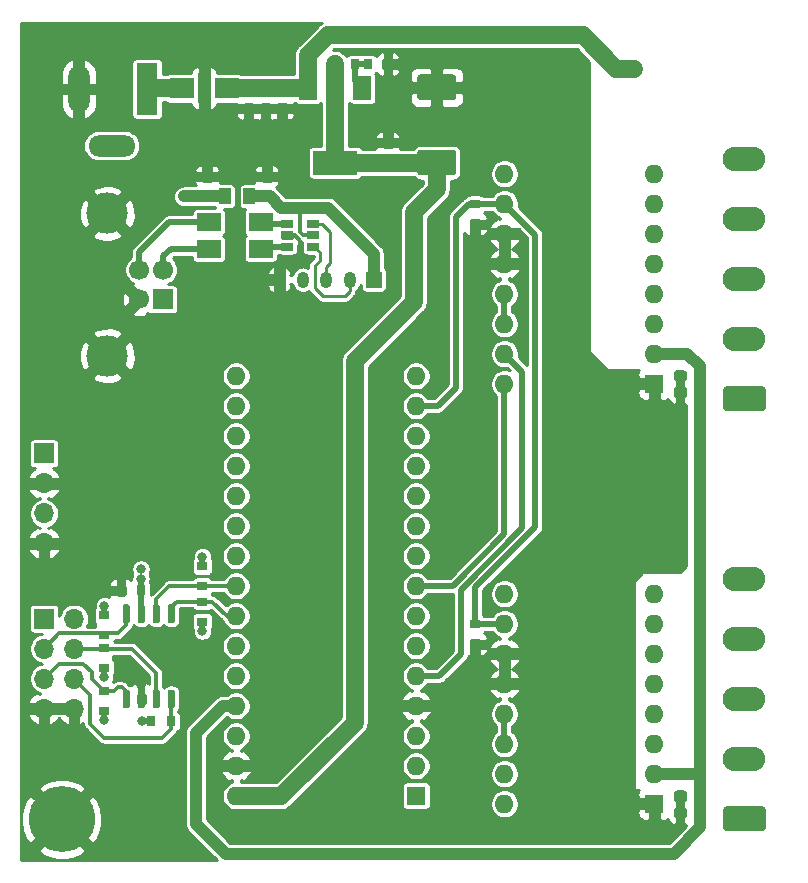
<source format=gbr>
%TF.GenerationSoftware,KiCad,Pcbnew,(5.1.10)-1*%
%TF.CreationDate,2021-10-11T18:25:39+02:00*%
%TF.ProjectId,KSIrotator,4b534972-6f74-4617-946f-722e6b696361,rev?*%
%TF.SameCoordinates,PX8f0d180PY5f5e100*%
%TF.FileFunction,Copper,L1,Top*%
%TF.FilePolarity,Positive*%
%FSLAX46Y46*%
G04 Gerber Fmt 4.6, Leading zero omitted, Abs format (unit mm)*
G04 Created by KiCad (PCBNEW (5.1.10)-1) date 2021-10-11 18:25:39*
%MOMM*%
%LPD*%
G01*
G04 APERTURE LIST*
%TA.AperFunction,ComponentPad*%
%ADD10C,5.600000*%
%TD*%
%TA.AperFunction,ComponentPad*%
%ADD11O,1.700000X1.700000*%
%TD*%
%TA.AperFunction,ComponentPad*%
%ADD12R,1.700000X1.700000*%
%TD*%
%TA.AperFunction,SMDPad,CuDef*%
%ADD13R,0.800000X0.900000*%
%TD*%
%TA.AperFunction,SMDPad,CuDef*%
%ADD14R,0.900000X0.800000*%
%TD*%
%TA.AperFunction,ComponentPad*%
%ADD15O,1.000000X1.400000*%
%TD*%
%TA.AperFunction,ComponentPad*%
%ADD16R,1.350000X1.350000*%
%TD*%
%TA.AperFunction,SMDPad,CuDef*%
%ADD17R,1.000000X1.350000*%
%TD*%
%TA.AperFunction,ComponentPad*%
%ADD18R,1.800000X4.400000*%
%TD*%
%TA.AperFunction,ComponentPad*%
%ADD19O,1.800000X4.000000*%
%TD*%
%TA.AperFunction,ComponentPad*%
%ADD20O,4.000000X1.800000*%
%TD*%
%TA.AperFunction,ComponentPad*%
%ADD21O,3.600000X2.080000*%
%TD*%
%TA.AperFunction,SMDPad,CuDef*%
%ADD22R,2.000000X1.550000*%
%TD*%
%TA.AperFunction,SMDPad,CuDef*%
%ADD23R,1.500000X2.000000*%
%TD*%
%TA.AperFunction,SMDPad,CuDef*%
%ADD24R,3.800000X2.000000*%
%TD*%
%TA.AperFunction,SMDPad,CuDef*%
%ADD25R,2.000000X1.800000*%
%TD*%
%TA.AperFunction,SMDPad,CuDef*%
%ADD26R,1.000000X2.500000*%
%TD*%
%TA.AperFunction,ComponentPad*%
%ADD27C,3.500000*%
%TD*%
%TA.AperFunction,ComponentPad*%
%ADD28C,1.700000*%
%TD*%
%TA.AperFunction,SMDPad,CuDef*%
%ADD29R,1.060000X0.650000*%
%TD*%
%TA.AperFunction,ComponentPad*%
%ADD30R,1.600000X1.600000*%
%TD*%
%TA.AperFunction,ComponentPad*%
%ADD31O,1.600000X1.600000*%
%TD*%
%TA.AperFunction,ViaPad*%
%ADD32C,1.500000*%
%TD*%
%TA.AperFunction,ViaPad*%
%ADD33C,0.800000*%
%TD*%
%TA.AperFunction,ViaPad*%
%ADD34C,1.000000*%
%TD*%
%TA.AperFunction,Conductor*%
%ADD35C,0.300000*%
%TD*%
%TA.AperFunction,Conductor*%
%ADD36C,0.500000*%
%TD*%
%TA.AperFunction,Conductor*%
%ADD37C,1.500000*%
%TD*%
%TA.AperFunction,Conductor*%
%ADD38C,1.000000*%
%TD*%
%TA.AperFunction,Conductor*%
%ADD39C,0.250000*%
%TD*%
%TA.AperFunction,Conductor*%
%ADD40C,0.254000*%
%TD*%
%TA.AperFunction,Conductor*%
%ADD41C,0.100000*%
%TD*%
G04 APERTURE END LIST*
D10*
%TO.P,H1,1*%
%TO.N,GND*%
X-32000000Y-32000000D03*
%TD*%
D11*
%TO.P,J3,8*%
%TO.N,GND*%
X-30960000Y-22620000D03*
%TO.P,J3,7*%
X-33500000Y-22620000D03*
%TO.P,J3,6*%
%TO.N,SENS_SCL1*%
X-30960000Y-20080000D03*
%TO.P,J3,5*%
%TO.N,SENS_SCL0*%
X-33500000Y-20080000D03*
%TO.P,J3,4*%
%TO.N,SENS_SDA1*%
X-30960000Y-17540000D03*
%TO.P,J3,3*%
%TO.N,SENS_SDA0*%
X-33500000Y-17540000D03*
%TO.P,J3,2*%
%TO.N,+5V*%
X-30960000Y-15000000D03*
D12*
%TO.P,J3,1*%
X-33500000Y-15000000D03*
%TD*%
%TO.P,U3,8*%
%TO.N,SENS_SCL1*%
%TA.AperFunction,SMDPad,CuDef*%
G36*
G01*
X-22895000Y-21000000D02*
X-22595000Y-21000000D01*
G75*
G02*
X-22445000Y-21150000I0J-150000D01*
G01*
X-22445000Y-22450000D01*
G75*
G02*
X-22595000Y-22600000I-150000J0D01*
G01*
X-22895000Y-22600000D01*
G75*
G02*
X-23045000Y-22450000I0J150000D01*
G01*
X-23045000Y-21150000D01*
G75*
G02*
X-22895000Y-21000000I150000J0D01*
G01*
G37*
%TD.AperFunction*%
%TO.P,U3,7*%
%TO.N,SENS_SDA1*%
%TA.AperFunction,SMDPad,CuDef*%
G36*
G01*
X-24165000Y-21000000D02*
X-23865000Y-21000000D01*
G75*
G02*
X-23715000Y-21150000I0J-150000D01*
G01*
X-23715000Y-22450000D01*
G75*
G02*
X-23865000Y-22600000I-150000J0D01*
G01*
X-24165000Y-22600000D01*
G75*
G02*
X-24315000Y-22450000I0J150000D01*
G01*
X-24315000Y-21150000D01*
G75*
G02*
X-24165000Y-21000000I150000J0D01*
G01*
G37*
%TD.AperFunction*%
%TO.P,U3,6*%
%TO.N,GND*%
%TA.AperFunction,SMDPad,CuDef*%
G36*
G01*
X-25435000Y-21000000D02*
X-25135000Y-21000000D01*
G75*
G02*
X-24985000Y-21150000I0J-150000D01*
G01*
X-24985000Y-22450000D01*
G75*
G02*
X-25135000Y-22600000I-150000J0D01*
G01*
X-25435000Y-22600000D01*
G75*
G02*
X-25585000Y-22450000I0J150000D01*
G01*
X-25585000Y-21150000D01*
G75*
G02*
X-25435000Y-21000000I150000J0D01*
G01*
G37*
%TD.AperFunction*%
%TO.P,U3,5*%
%TO.N,SENS_SCL0*%
%TA.AperFunction,SMDPad,CuDef*%
G36*
G01*
X-26705000Y-21000000D02*
X-26405000Y-21000000D01*
G75*
G02*
X-26255000Y-21150000I0J-150000D01*
G01*
X-26255000Y-22450000D01*
G75*
G02*
X-26405000Y-22600000I-150000J0D01*
G01*
X-26705000Y-22600000D01*
G75*
G02*
X-26855000Y-22450000I0J150000D01*
G01*
X-26855000Y-21150000D01*
G75*
G02*
X-26705000Y-21000000I150000J0D01*
G01*
G37*
%TD.AperFunction*%
%TO.P,U3,4*%
%TO.N,SENS_SDA0*%
%TA.AperFunction,SMDPad,CuDef*%
G36*
G01*
X-26705000Y-13800000D02*
X-26405000Y-13800000D01*
G75*
G02*
X-26255000Y-13950000I0J-150000D01*
G01*
X-26255000Y-15250000D01*
G75*
G02*
X-26405000Y-15400000I-150000J0D01*
G01*
X-26705000Y-15400000D01*
G75*
G02*
X-26855000Y-15250000I0J150000D01*
G01*
X-26855000Y-13950000D01*
G75*
G02*
X-26705000Y-13800000I150000J0D01*
G01*
G37*
%TD.AperFunction*%
%TO.P,U3,3*%
%TO.N,+5V*%
%TA.AperFunction,SMDPad,CuDef*%
G36*
G01*
X-25435000Y-13800000D02*
X-25135000Y-13800000D01*
G75*
G02*
X-24985000Y-13950000I0J-150000D01*
G01*
X-24985000Y-15250000D01*
G75*
G02*
X-25135000Y-15400000I-150000J0D01*
G01*
X-25435000Y-15400000D01*
G75*
G02*
X-25585000Y-15250000I0J150000D01*
G01*
X-25585000Y-13950000D01*
G75*
G02*
X-25435000Y-13800000I150000J0D01*
G01*
G37*
%TD.AperFunction*%
%TO.P,U3,2*%
%TO.N,Net-(A1-Pad23)*%
%TA.AperFunction,SMDPad,CuDef*%
G36*
G01*
X-24165000Y-13800000D02*
X-23865000Y-13800000D01*
G75*
G02*
X-23715000Y-13950000I0J-150000D01*
G01*
X-23715000Y-15250000D01*
G75*
G02*
X-23865000Y-15400000I-150000J0D01*
G01*
X-24165000Y-15400000D01*
G75*
G02*
X-24315000Y-15250000I0J150000D01*
G01*
X-24315000Y-13950000D01*
G75*
G02*
X-24165000Y-13800000I150000J0D01*
G01*
G37*
%TD.AperFunction*%
%TO.P,U3,1*%
%TO.N,Net-(A1-Pad24)*%
%TA.AperFunction,SMDPad,CuDef*%
G36*
G01*
X-22895000Y-13800000D02*
X-22595000Y-13800000D01*
G75*
G02*
X-22445000Y-13950000I0J-150000D01*
G01*
X-22445000Y-15250000D01*
G75*
G02*
X-22595000Y-15400000I-150000J0D01*
G01*
X-22895000Y-15400000D01*
G75*
G02*
X-23045000Y-15250000I0J150000D01*
G01*
X-23045000Y-13950000D01*
G75*
G02*
X-22895000Y-13800000I150000J0D01*
G01*
G37*
%TD.AperFunction*%
%TD*%
D13*
%TO.P,R6,2*%
%TO.N,SENS_SCL1*%
X-22750000Y-23700000D03*
%TO.P,R6,1*%
%TO.N,+5V*%
X-24450000Y-23700000D03*
%TD*%
D14*
%TO.P,R5,2*%
%TO.N,+5V*%
X-28400000Y-19150000D03*
%TO.P,R5,1*%
%TO.N,SENS_SDA1*%
X-28400000Y-17450000D03*
%TD*%
%TO.P,R4,2*%
%TO.N,SENS_SCL0*%
X-28400000Y-21100000D03*
%TO.P,R4,1*%
%TO.N,+5V*%
X-28400000Y-22800000D03*
%TD*%
%TO.P,R3,2*%
%TO.N,+5V*%
X-28400000Y-14700000D03*
%TO.P,R3,1*%
%TO.N,SENS_SDA0*%
X-28400000Y-16400000D03*
%TD*%
%TO.P,R2,2*%
%TO.N,Net-(A1-Pad24)*%
X-20100000Y-13550000D03*
%TO.P,R2,1*%
%TO.N,+5V*%
X-20100000Y-15250000D03*
%TD*%
%TO.P,R1,2*%
%TO.N,+5V*%
X-20100000Y-10550000D03*
%TO.P,R1,1*%
%TO.N,Net-(A1-Pad23)*%
X-20100000Y-12250000D03*
%TD*%
D13*
%TO.P,C8,1*%
%TO.N,GND*%
X-27000000Y-12600000D03*
%TO.P,C8,2*%
%TO.N,+5V*%
X-25300000Y-12600000D03*
%TD*%
D11*
%TO.P,J2,4*%
%TO.N,GND*%
X-33500000Y-8620000D03*
%TO.P,J2,3*%
%TO.N,HOME_AZ*%
X-33500000Y-6080000D03*
%TO.P,J2,2*%
%TO.N,GND*%
X-33500000Y-3540000D03*
D12*
%TO.P,J2,1*%
%TO.N,HOME_EL*%
X-33500000Y-1000000D03*
%TD*%
D15*
%TO.P,J5,5*%
%TO.N,GND*%
X-13600000Y13700000D03*
%TO.P,J5,4*%
%TO.N,Net-(J5-Pad4)*%
X-11600000Y13700000D03*
%TO.P,J5,3*%
%TO.N,Net-(J5-Pad3)*%
X-9600000Y13700000D03*
%TO.P,J5,2*%
%TO.N,Net-(J5-Pad2)*%
X-7600000Y13700000D03*
D16*
%TO.P,J5,1*%
%TO.N,Net-(C2-Pad2)*%
X-5600000Y13700000D03*
%TD*%
D13*
%TO.P,R8,1*%
%TO.N,Net-(R7-Pad2)*%
X-6100000Y31950000D03*
%TO.P,R8,2*%
%TO.N,GND*%
X-4400000Y31950000D03*
%TD*%
%TO.P,R7,1*%
%TO.N,+7.5V*%
X-8850000Y31950000D03*
%TO.P,R7,2*%
%TO.N,Net-(R7-Pad2)*%
X-7150000Y31950000D03*
%TD*%
D14*
%TO.P,R10,1*%
%TO.N,GND*%
X3000000Y-17169000D03*
%TO.P,R10,2*%
%TO.N,MS1*%
X3000000Y-15469000D03*
%TD*%
%TO.P,R9,1*%
%TO.N,GND*%
X3000000Y18391000D03*
%TO.P,R9,2*%
%TO.N,MS1*%
X3000000Y20091000D03*
%TD*%
%TO.P,C4,1*%
%TO.N,GND*%
X-14750000Y28200000D03*
%TO.P,C4,2*%
%TO.N,+12V*%
X-14750000Y29900000D03*
%TD*%
%TO.P,C3,1*%
%TO.N,GND*%
X-16200000Y28200000D03*
%TO.P,C3,2*%
%TO.N,+12V*%
X-16200000Y29900000D03*
%TD*%
%TO.P,C6,1*%
%TO.N,GND*%
X-4400000Y25300000D03*
%TO.P,C6,2*%
%TO.N,+7.5V*%
X-4400000Y23600000D03*
%TD*%
%TO.P,C5,1*%
%TO.N,GND*%
X-13350000Y28200000D03*
%TO.P,C5,2*%
%TO.N,+12V*%
X-13350000Y29900000D03*
%TD*%
%TO.P,C2,1*%
%TO.N,GND*%
X-14650000Y22450000D03*
%TO.P,C2,2*%
%TO.N,Net-(C2-Pad2)*%
X-14650000Y20750000D03*
%TD*%
%TO.P,C1,2*%
%TO.N,Net-(C1-Pad2)*%
X-19700000Y20750000D03*
%TO.P,C1,1*%
%TO.N,GND*%
X-19700000Y22450000D03*
%TD*%
D13*
%TO.P,C15,2*%
%TO.N,+5V*%
X22050000Y-30000000D03*
%TO.P,C15,1*%
%TO.N,GND*%
X20350000Y-30000000D03*
%TD*%
%TO.P,C14,2*%
%TO.N,+5V*%
X22050000Y-31400000D03*
%TO.P,C14,1*%
%TO.N,GND*%
X20350000Y-31400000D03*
%TD*%
%TO.P,C10,2*%
%TO.N,+5V*%
X22050000Y5600000D03*
%TO.P,C10,1*%
%TO.N,GND*%
X20350000Y5600000D03*
%TD*%
%TO.P,C9,2*%
%TO.N,+5V*%
X22050000Y4200000D03*
%TO.P,C9,1*%
%TO.N,GND*%
X20350000Y4200000D03*
%TD*%
D17*
%TO.P,L1,1*%
%TO.N,Net-(C1-Pad2)*%
X-18208000Y20752000D03*
%TO.P,L1,2*%
%TO.N,Net-(C2-Pad2)*%
X-16108000Y20752000D03*
%TD*%
D18*
%TO.P,J4,1*%
%TO.N,Net-(FL2-Pad1)*%
X-24772000Y29850000D03*
D19*
%TO.P,J4,2*%
%TO.N,GND*%
X-30572000Y29850000D03*
D20*
%TO.P,J4,3*%
%TO.N,N/C*%
X-27772000Y25050000D03*
%TD*%
%TO.P,C7,2*%
%TO.N,GND*%
%TA.AperFunction,SMDPad,CuDef*%
G36*
G01*
X1149999Y28900000D02*
X-1649999Y28900000D01*
G75*
G02*
X-1900000Y29150001I0J250001D01*
G01*
X-1900000Y30824999D01*
G75*
G02*
X-1649999Y31075000I250001J0D01*
G01*
X1149999Y31075000D01*
G75*
G02*
X1400000Y30824999I0J-250001D01*
G01*
X1400000Y29150001D01*
G75*
G02*
X1149999Y28900000I-250001J0D01*
G01*
G37*
%TD.AperFunction*%
%TO.P,C7,1*%
%TO.N,+7.5V*%
%TA.AperFunction,SMDPad,CuDef*%
G36*
G01*
X1149999Y22525000D02*
X-1649999Y22525000D01*
G75*
G02*
X-1900000Y22775001I0J250001D01*
G01*
X-1900000Y24449999D01*
G75*
G02*
X-1649999Y24700000I250001J0D01*
G01*
X1149999Y24700000D01*
G75*
G02*
X1400000Y24449999I0J-250001D01*
G01*
X1400000Y22775001D01*
G75*
G02*
X1149999Y22525000I-250001J0D01*
G01*
G37*
%TD.AperFunction*%
%TD*%
%TO.P,J7,1*%
%TO.N,Net-(A3-Pad3)*%
%TA.AperFunction,ComponentPad*%
G36*
G01*
X27350001Y-32980000D02*
X24249999Y-32980000D01*
G75*
G02*
X24000000Y-32730001I0J249999D01*
G01*
X24000000Y-31149999D01*
G75*
G02*
X24249999Y-30900000I249999J0D01*
G01*
X27350001Y-30900000D01*
G75*
G02*
X27600000Y-31149999I0J-249999D01*
G01*
X27600000Y-32730001D01*
G75*
G02*
X27350001Y-32980000I-249999J0D01*
G01*
G37*
%TD.AperFunction*%
D21*
%TO.P,J7,2*%
%TO.N,Net-(A3-Pad4)*%
X25800000Y-26860000D03*
%TO.P,J7,3*%
%TO.N,GND*%
X25800000Y-21780000D03*
%TO.P,J7,4*%
%TO.N,Net-(A3-Pad5)*%
X25800000Y-16700000D03*
%TO.P,J7,5*%
%TO.N,Net-(A3-Pad6)*%
X25800000Y-11620000D03*
%TD*%
%TO.P,J6,1*%
%TO.N,Net-(A2-Pad3)*%
%TA.AperFunction,ComponentPad*%
G36*
G01*
X27350001Y2580000D02*
X24249999Y2580000D01*
G75*
G02*
X24000000Y2829999I0J249999D01*
G01*
X24000000Y4410001D01*
G75*
G02*
X24249999Y4660000I249999J0D01*
G01*
X27350001Y4660000D01*
G75*
G02*
X27600000Y4410001I0J-249999D01*
G01*
X27600000Y2829999D01*
G75*
G02*
X27350001Y2580000I-249999J0D01*
G01*
G37*
%TD.AperFunction*%
%TO.P,J6,2*%
%TO.N,Net-(A2-Pad4)*%
X25800000Y8700000D03*
%TO.P,J6,3*%
%TO.N,GND*%
X25800000Y13780000D03*
%TO.P,J6,4*%
%TO.N,Net-(A2-Pad5)*%
X25800000Y18860000D03*
%TO.P,J6,5*%
%TO.N,Net-(A2-Pad6)*%
X25800000Y23940000D03*
%TD*%
D22*
%TO.P,FL1,3*%
%TO.N,Net-(FL1-Pad3)*%
X-15156000Y18563000D03*
%TO.P,FL1,2*%
%TO.N,Net-(FL1-Pad2)*%
X-15156000Y16313000D03*
%TO.P,FL1,4*%
%TO.N,Net-(FL1-Pad4)*%
X-19556000Y18563000D03*
%TO.P,FL1,1*%
%TO.N,Net-(FL1-Pad1)*%
X-19556000Y16313000D03*
%TD*%
D23*
%TO.P,U2,1*%
%TO.N,Net-(R7-Pad2)*%
X-6550000Y29900000D03*
%TO.P,U2,3*%
%TO.N,+12V*%
X-11150000Y29900000D03*
%TO.P,U2,2*%
%TO.N,+7.5V*%
X-8850000Y29900000D03*
D24*
X-8850000Y23600000D03*
%TD*%
D25*
%TO.P,FL2,3*%
%TO.N,+12V*%
X-18050000Y29900000D03*
D26*
%TO.P,FL2,2*%
%TO.N,GND*%
X-19950000Y29900000D03*
D25*
%TO.P,FL2,1*%
%TO.N,Net-(FL2-Pad1)*%
X-21850000Y29900000D03*
%TD*%
D27*
%TO.P,J1,5*%
%TO.N,GND*%
X-28142000Y19308000D03*
X-28142000Y7268000D03*
D28*
%TO.P,J1,4*%
X-25432000Y12038000D03*
%TO.P,J1,3*%
%TO.N,Net-(FL1-Pad4)*%
X-25432000Y14538000D03*
%TO.P,J1,2*%
%TO.N,Net-(FL1-Pad1)*%
X-23432000Y14538000D03*
D12*
%TO.P,J1,1*%
%TO.N,Net-(C1-Pad2)*%
X-23432000Y12038000D03*
%TD*%
D29*
%TO.P,U1,5*%
%TO.N,Net-(C2-Pad2)*%
X-10724000Y17450000D03*
%TO.P,U1,6*%
%TO.N,Net-(J5-Pad3)*%
X-10724000Y18400000D03*
%TO.P,U1,4*%
%TO.N,Net-(J5-Pad2)*%
X-10724000Y16500000D03*
%TO.P,U1,3*%
%TO.N,Net-(FL1-Pad2)*%
X-12924000Y16500000D03*
%TO.P,U1,2*%
%TO.N,GND*%
X-12924000Y17450000D03*
%TO.P,U1,1*%
%TO.N,Net-(FL1-Pad3)*%
X-12924000Y18400000D03*
%TD*%
D30*
%TO.P,A3,1*%
%TO.N,GND*%
X18180000Y-30670000D03*
D31*
%TO.P,A3,9*%
%TO.N,M_EN*%
X5480000Y-12890000D03*
%TO.P,A3,2*%
%TO.N,+5V*%
X18180000Y-28130000D03*
%TO.P,A3,10*%
%TO.N,MS1*%
X5480000Y-15430000D03*
%TO.P,A3,3*%
%TO.N,Net-(A3-Pad3)*%
X18180000Y-25590000D03*
%TO.P,A3,11*%
%TO.N,GND*%
X5480000Y-17970000D03*
%TO.P,A3,4*%
%TO.N,Net-(A3-Pad4)*%
X18180000Y-23050000D03*
%TO.P,A3,12*%
%TO.N,GND*%
X5480000Y-20510000D03*
%TO.P,A3,5*%
%TO.N,Net-(A3-Pad5)*%
X18180000Y-20510000D03*
%TO.P,A3,13*%
%TO.N,Net-(A3-Pad13)*%
X5480000Y-23050000D03*
%TO.P,A3,6*%
%TO.N,Net-(A3-Pad6)*%
X18180000Y-17970000D03*
%TO.P,A3,14*%
%TO.N,Net-(A3-Pad13)*%
X5480000Y-25590000D03*
%TO.P,A3,7*%
%TO.N,GND*%
X18180000Y-15430000D03*
%TO.P,A3,15*%
%TO.N,STEP_2*%
X5480000Y-28130000D03*
%TO.P,A3,8*%
%TO.N,+12V*%
X18180000Y-12890000D03*
%TO.P,A3,16*%
%TO.N,DIR_2*%
X5480000Y-30670000D03*
%TD*%
D30*
%TO.P,A2,1*%
%TO.N,GND*%
X18180000Y4890000D03*
D31*
%TO.P,A2,9*%
%TO.N,M_EN*%
X5480000Y22670000D03*
%TO.P,A2,2*%
%TO.N,+5V*%
X18180000Y7430000D03*
%TO.P,A2,10*%
%TO.N,MS1*%
X5480000Y20130000D03*
%TO.P,A2,3*%
%TO.N,Net-(A2-Pad3)*%
X18180000Y9970000D03*
%TO.P,A2,11*%
%TO.N,GND*%
X5480000Y17590000D03*
%TO.P,A2,4*%
%TO.N,Net-(A2-Pad4)*%
X18180000Y12510000D03*
%TO.P,A2,12*%
%TO.N,GND*%
X5480000Y15050000D03*
%TO.P,A2,5*%
%TO.N,Net-(A2-Pad5)*%
X18180000Y15050000D03*
%TO.P,A2,13*%
%TO.N,Net-(A2-Pad13)*%
X5480000Y12510000D03*
%TO.P,A2,6*%
%TO.N,Net-(A2-Pad6)*%
X18180000Y17590000D03*
%TO.P,A2,14*%
%TO.N,Net-(A2-Pad13)*%
X5480000Y9970000D03*
%TO.P,A2,7*%
%TO.N,GND*%
X18180000Y20130000D03*
%TO.P,A2,15*%
%TO.N,STEP_1*%
X5480000Y7430000D03*
%TO.P,A2,8*%
%TO.N,+12V*%
X18180000Y22670000D03*
%TO.P,A2,16*%
%TO.N,DIR_1*%
X5480000Y4890000D03*
%TD*%
%TO.P,A1,16*%
%TO.N,Net-(A1-Pad16)*%
X-17240000Y5560000D03*
%TO.P,A1,15*%
%TO.N,Net-(A1-Pad15)*%
X-2000000Y5560000D03*
%TO.P,A1,30*%
%TO.N,+7.5V*%
X-17240000Y-30000000D03*
%TO.P,A1,14*%
%TO.N,MS1*%
X-2000000Y3020000D03*
%TO.P,A1,29*%
%TO.N,GND*%
X-17240000Y-27460000D03*
%TO.P,A1,13*%
%TO.N,HOME_EL*%
X-2000000Y480000D03*
%TO.P,A1,28*%
%TO.N,Net-(A1-Pad28)*%
X-17240000Y-24920000D03*
%TO.P,A1,12*%
%TO.N,HOME_AZ*%
X-2000000Y-2060000D03*
%TO.P,A1,27*%
%TO.N,+5V*%
X-17240000Y-22380000D03*
%TO.P,A1,11*%
%TO.N,M_EN*%
X-2000000Y-4600000D03*
%TO.P,A1,26*%
%TO.N,Net-(A1-Pad26)*%
X-17240000Y-19840000D03*
%TO.P,A1,10*%
%TO.N,Net-(A1-Pad10)*%
X-2000000Y-7140000D03*
%TO.P,A1,25*%
%TO.N,Net-(A1-Pad25)*%
X-17240000Y-17300000D03*
%TO.P,A1,9*%
%TO.N,DIR_2*%
X-2000000Y-9680000D03*
%TO.P,A1,24*%
%TO.N,Net-(A1-Pad24)*%
X-17240000Y-14760000D03*
%TO.P,A1,8*%
%TO.N,DIR_1*%
X-2000000Y-12220000D03*
%TO.P,A1,23*%
%TO.N,Net-(A1-Pad23)*%
X-17240000Y-12220000D03*
%TO.P,A1,7*%
%TO.N,Net-(A1-Pad7)*%
X-2000000Y-14760000D03*
%TO.P,A1,22*%
%TO.N,Net-(A1-Pad22)*%
X-17240000Y-9680000D03*
%TO.P,A1,6*%
%TO.N,STEP_2*%
X-2000000Y-17300000D03*
%TO.P,A1,21*%
%TO.N,Net-(A1-Pad21)*%
X-17240000Y-7140000D03*
%TO.P,A1,5*%
%TO.N,STEP_1*%
X-2000000Y-19840000D03*
%TO.P,A1,20*%
%TO.N,Net-(A1-Pad20)*%
X-17240000Y-4600000D03*
%TO.P,A1,4*%
%TO.N,GND*%
X-2000000Y-22380000D03*
%TO.P,A1,19*%
%TO.N,Net-(A1-Pad19)*%
X-17240000Y-2060000D03*
%TO.P,A1,3*%
%TO.N,Net-(A1-Pad3)*%
X-2000000Y-24920000D03*
%TO.P,A1,18*%
%TO.N,Net-(A1-Pad18)*%
X-17240000Y480000D03*
%TO.P,A1,2*%
%TO.N,Net-(A1-Pad2)*%
X-2000000Y-27460000D03*
%TO.P,A1,17*%
%TO.N,Net-(A1-Pad17)*%
X-17240000Y3020000D03*
D30*
%TO.P,A1,1*%
%TO.N,Net-(A1-Pad1)*%
X-2000000Y-30000000D03*
%TD*%
D32*
%TO.N,+12V*%
X14950000Y31550000D03*
X16450000Y31550000D03*
D33*
%TO.N,GND*%
X-25300000Y-20600000D03*
X-25300000Y-19800000D03*
X10000000Y30000000D03*
X10000000Y20000000D03*
X10000000Y10000000D03*
X10000000Y0D03*
X10000000Y-10000000D03*
X10000000Y-20000000D03*
X10000000Y-30000000D03*
X5000000Y25000000D03*
X-5000000Y30000000D03*
X-10000000Y0D03*
X-10000000Y-10000000D03*
X-10000000Y-20000000D03*
X-15000000Y-15000000D03*
X-15000000Y-5000000D03*
X-15000000Y5000000D03*
X-15000000Y-25000000D03*
X-10000000Y-30000000D03*
X-5000000Y-25000000D03*
X-5000000Y-15000000D03*
X-5000000Y-5000000D03*
X-5000000Y5000000D03*
X-25000000Y5000000D03*
X-30000000Y0D03*
X-35000000Y5000000D03*
X-30000000Y10000000D03*
X-35000000Y15000000D03*
X-35000000Y25000000D03*
X-35000000Y35000000D03*
X-25000000Y35000000D03*
X-15000000Y35000000D03*
X-35000000Y-10000000D03*
X-35000000Y-30000000D03*
X-25000000Y-30000000D03*
X-20000000Y-35000000D03*
X0Y10000000D03*
X-10000000Y10000000D03*
X-20000000Y10000000D03*
X-25000000Y-5000000D03*
X-5000000Y20000000D03*
X-15000000Y25000000D03*
X-20000000Y25000000D03*
%TO.N,+5V*%
X-25300000Y-11600000D03*
X-25300000Y-10800000D03*
X-28400000Y-13900000D03*
X-28400000Y-19950000D03*
X-28400000Y-23600000D03*
X-25250000Y-23700000D03*
X-20100000Y-16050000D03*
X-20100000Y-9750000D03*
D34*
%TO.N,Net-(C1-Pad2)*%
X-20650000Y20750000D03*
X-21650000Y20750000D03*
%TD*%
D35*
%TO.N,Net-(A1-Pad24)*%
X-20100000Y-13550000D02*
X-19250000Y-13550000D01*
X-18040000Y-14760000D02*
X-17240000Y-14760000D01*
X-19250000Y-13550000D02*
X-18040000Y-14760000D01*
X-22250000Y-13550000D02*
X-20100000Y-13550000D01*
X-22745000Y-14045000D02*
X-22250000Y-13550000D01*
X-22745000Y-14600000D02*
X-22745000Y-14045000D01*
%TO.N,Net-(A1-Pad23)*%
X-20070000Y-12220000D02*
X-20100000Y-12250000D01*
X-17240000Y-12220000D02*
X-20070000Y-12220000D01*
X-20100000Y-12250000D02*
X-22950000Y-12250000D01*
X-24015000Y-13315000D02*
X-24015000Y-14600000D01*
X-22950000Y-12250000D02*
X-24015000Y-13315000D01*
D36*
%TO.N,Net-(A2-Pad13)*%
X5480000Y12510000D02*
X5480000Y9970000D01*
%TO.N,Net-(A3-Pad13)*%
X5480000Y-23050000D02*
X5480000Y-25590000D01*
%TO.N,DIR_1*%
X-2000000Y-12220000D02*
X1130000Y-12220000D01*
X5480000Y-7870000D02*
X5480000Y4890000D01*
X1130000Y-12220000D02*
X5480000Y-7870000D01*
D37*
%TO.N,+12V*%
X18129998Y-12890000D02*
X18180000Y-12890000D01*
X-18050000Y29900000D02*
X-11150000Y29900000D01*
X16450000Y31550000D02*
X14950000Y31550000D01*
X-9450000Y34400000D02*
X12100000Y34400000D01*
X-11150000Y32700000D02*
X-9450000Y34400000D01*
X12100000Y34400000D02*
X14950000Y31550000D01*
X-11150000Y29900000D02*
X-11150000Y32700000D01*
D36*
%TO.N,STEP_1*%
X-40000Y-19840000D02*
X-2000000Y-19840000D01*
X1800000Y-18000000D02*
X-40000Y-19840000D01*
X1800000Y-12539965D02*
X1800000Y-18000000D01*
X7000000Y-7339965D02*
X1800000Y-12539965D01*
X7000000Y5910000D02*
X7000000Y-7339965D01*
X5480000Y7430000D02*
X7000000Y5910000D01*
D35*
%TO.N,GND*%
X-12261120Y17450000D02*
X-11800000Y16988880D01*
X-12924000Y17450000D02*
X-12261120Y17450000D01*
X-11800000Y16988880D02*
X-11800000Y15600000D01*
X-13600000Y13800000D02*
X-13600000Y13700000D01*
D36*
%TO.N,MS1*%
X3039000Y20130000D02*
X3000000Y20091000D01*
X5480000Y20130000D02*
X3039000Y20130000D01*
X3039000Y-15430000D02*
X3000000Y-15469000D01*
X5480000Y-15430000D02*
X3039000Y-15430000D01*
X8100000Y17510000D02*
X5480000Y20130000D01*
X3000000Y-15469000D02*
X3000000Y-12329929D01*
X3000000Y-12329929D02*
X8100000Y-7229929D01*
X8100000Y-7229929D02*
X8100000Y17510000D01*
X2441000Y20091000D02*
X3000000Y20091000D01*
X1350000Y19000000D02*
X2441000Y20091000D01*
X1350000Y4550000D02*
X1350000Y19000000D01*
X-180000Y3020000D02*
X1350000Y4550000D01*
X-2000000Y3020000D02*
X-180000Y3020000D01*
D38*
%TO.N,+5V*%
X22050000Y-31400000D02*
X22050000Y-30000000D01*
X22050000Y-30000000D02*
X22050000Y-29050000D01*
X22050000Y6350000D02*
X22050000Y5600000D01*
X20970000Y7430000D02*
X22050000Y6350000D01*
X18180000Y7430000D02*
X20970000Y7430000D01*
X22050000Y5600000D02*
X22050000Y4200000D01*
X21770000Y-28130000D02*
X22050000Y-27850000D01*
X18180000Y-28130000D02*
X21770000Y-28130000D01*
X22050000Y-27850000D02*
X22050000Y-30000000D01*
X22050000Y-27850000D02*
X22050000Y4200000D01*
D36*
X-25285000Y-12615000D02*
X-25300000Y-12600000D01*
X-25285000Y-14600000D02*
X-25285000Y-12615000D01*
X-25300000Y-12600000D02*
X-25300000Y-11600000D01*
X-28400000Y-19150000D02*
X-28400000Y-19950000D01*
X-28400000Y-22800000D02*
X-28400000Y-23600000D01*
X-24450000Y-23700000D02*
X-25250000Y-23700000D01*
X-20100000Y-9750000D02*
X-20100000Y-10550000D01*
X-20100000Y-15250000D02*
X-20100000Y-16050000D01*
X-28400000Y-14700000D02*
X-28400000Y-13900000D01*
D38*
X19800000Y-34900000D02*
X22050000Y-32650000D01*
X22050000Y-32650000D02*
X22050000Y-31400000D01*
X-18100000Y-34900000D02*
X19800000Y-34900000D01*
X-20650000Y-24650000D02*
X-20650000Y-32350000D01*
X-18380000Y-22380000D02*
X-20650000Y-24650000D01*
X-20650000Y-32350000D02*
X-18100000Y-34900000D01*
X-17240000Y-22380000D02*
X-18380000Y-22380000D01*
%TO.N,Net-(C1-Pad2)*%
X-21648000Y20752000D02*
X-21650000Y20750000D01*
X-18208000Y20752000D02*
X-21648000Y20752000D01*
%TO.N,Net-(C2-Pad2)*%
X-14652000Y20752000D02*
X-14650000Y20750000D01*
X-16108000Y20752000D02*
X-14652000Y20752000D01*
D35*
X-11554000Y17450000D02*
X-11850000Y17746000D01*
X-10724000Y17450000D02*
X-11554000Y17450000D01*
D38*
X-14350000Y20750000D02*
X-14650000Y20750000D01*
X-13400000Y19800000D02*
X-14350000Y20750000D01*
X-5600000Y15900000D02*
X-9500000Y19800000D01*
X-5600000Y14000000D02*
X-5600000Y15900000D01*
D35*
X-11850000Y19450000D02*
X-12200000Y19800000D01*
X-11850000Y17746000D02*
X-11850000Y19450000D01*
D38*
X-12200000Y19800000D02*
X-13400000Y19800000D01*
X-9500000Y19800000D02*
X-12200000Y19800000D01*
D36*
%TO.N,Net-(FL1-Pad2)*%
X-14969000Y16500000D02*
X-15156000Y16313000D01*
X-12924000Y16500000D02*
X-14969000Y16500000D01*
%TO.N,Net-(FL1-Pad3)*%
X-14993000Y18400000D02*
X-15156000Y18563000D01*
X-12924000Y18400000D02*
X-14993000Y18400000D01*
%TO.N,Net-(FL1-Pad4)*%
X-25432000Y16068000D02*
X-25432000Y14538000D01*
X-22937000Y18563000D02*
X-25432000Y16068000D01*
X-19556000Y18563000D02*
X-22937000Y18563000D01*
%TO.N,Net-(FL1-Pad1)*%
X-23432000Y15668000D02*
X-23432000Y14538000D01*
X-22787000Y16313000D02*
X-23432000Y15668000D01*
X-19556000Y16313000D02*
X-22787000Y16313000D01*
D37*
%TO.N,+7.5V*%
X-8850000Y31950000D02*
X-8850000Y29900000D01*
X-8850000Y29900000D02*
X-8850000Y23600000D01*
X-262500Y23600000D02*
X-250000Y23612500D01*
X-8850000Y23600000D02*
X-262500Y23600000D01*
X-250000Y21350000D02*
X-250000Y23612500D01*
X-2200000Y19400000D02*
X-250000Y21350000D01*
X-2200000Y11800000D02*
X-2200000Y19400000D01*
X-7200000Y6800000D02*
X-2200000Y11800000D01*
X-7200000Y-23800000D02*
X-7200000Y6800000D01*
X-13400000Y-30000000D02*
X-7200000Y-23800000D01*
X-17240000Y-30000000D02*
X-13400000Y-30000000D01*
D36*
%TO.N,Net-(R7-Pad2)*%
X-7150000Y30500000D02*
X-6550000Y29900000D01*
X-7150000Y31950000D02*
X-7150000Y30500000D01*
X-7150000Y31950000D02*
X-6100000Y31950000D01*
D38*
%TO.N,Net-(FL2-Pad1)*%
X-24772000Y29850000D02*
X-24772000Y28872000D01*
D37*
X-24722000Y29900000D02*
X-24772000Y29850000D01*
X-21850000Y29900000D02*
X-24722000Y29900000D01*
D39*
%TO.N,Net-(J5-Pad3)*%
X-9300000Y15100000D02*
X-9600000Y14800000D01*
X-9600000Y14800000D02*
X-9600000Y13700000D01*
X-9300000Y17756000D02*
X-9300000Y15100000D01*
X-9944000Y18400000D02*
X-9300000Y17756000D01*
X-10724000Y18400000D02*
X-9944000Y18400000D01*
%TO.N,Net-(J5-Pad2)*%
X-8000000Y12300000D02*
X-7600000Y12700000D01*
X-9900000Y12300000D02*
X-8000000Y12300000D01*
X-10600000Y13000000D02*
X-9900000Y12300000D01*
X-10100000Y15400000D02*
X-10600000Y14900000D01*
X-10100000Y16000000D02*
X-10100000Y15400000D01*
X-7600000Y12700000D02*
X-7600000Y13700000D01*
X-10600000Y16500000D02*
X-10100000Y16000000D01*
X-10600000Y14900000D02*
X-10600000Y13000000D01*
X-10724000Y16500000D02*
X-10600000Y16500000D01*
%TO.N,SENS_SDA0*%
X-28514999Y-16364999D02*
X-28400000Y-16250000D01*
D35*
X-26555000Y-14600000D02*
X-26555000Y-15555000D01*
X-27250000Y-16250000D02*
X-28400000Y-16250000D01*
X-26555000Y-15555000D02*
X-27250000Y-16250000D01*
X-32210000Y-16250000D02*
X-33500000Y-17540000D01*
X-28550000Y-16250000D02*
X-32210000Y-16250000D01*
X-28400000Y-16400000D02*
X-28550000Y-16250000D01*
%TO.N,SENS_SCL0*%
X-28400000Y-21100000D02*
X-28450000Y-21100000D01*
X-28450000Y-21100000D02*
X-29450000Y-20100000D01*
X-29450000Y-19550000D02*
X-30200000Y-18800000D01*
X-29450000Y-20100000D02*
X-29450000Y-19550000D01*
X-26555000Y-21800000D02*
X-26555000Y-21145000D01*
X-26555000Y-21145000D02*
X-26900000Y-20800000D01*
X-26900000Y-20800000D02*
X-27250000Y-20800000D01*
X-27550000Y-21100000D02*
X-28400000Y-21100000D01*
X-27250000Y-20800000D02*
X-27550000Y-21100000D01*
X-32220000Y-18800000D02*
X-33500000Y-20080000D01*
X-30200000Y-18800000D02*
X-32220000Y-18800000D01*
D39*
%TO.N,SENS_SDA1*%
X-28410000Y-17540000D02*
X-28400000Y-17550000D01*
D35*
X-31460000Y-17540000D02*
X-28410000Y-17540000D01*
X-24015000Y-19585000D02*
X-24015000Y-21800000D01*
X-26050000Y-17550000D02*
X-24015000Y-19585000D01*
X-28400000Y-17550000D02*
X-26050000Y-17550000D01*
%TO.N,SENS_SCL1*%
X-22745000Y-23695000D02*
X-22750000Y-23700000D01*
X-22745000Y-21800000D02*
X-22745000Y-23695000D01*
X-22750000Y-24350000D02*
X-22750000Y-23700000D01*
X-23500000Y-25100000D02*
X-22750000Y-24350000D01*
X-28400000Y-25100000D02*
X-23500000Y-25100000D01*
X-30960000Y-20080000D02*
X-29600000Y-21440000D01*
X-29600000Y-23900000D02*
X-28400000Y-25100000D01*
X-29600000Y-21440000D02*
X-29600000Y-23900000D01*
%TD*%
D40*
%TO.N,GND*%
X-10107070Y35383374D02*
X-10286291Y35236291D01*
X-10323147Y35191382D01*
X-11941382Y33573146D01*
X-11986290Y33536291D01*
X-12023143Y33491385D01*
X-12133374Y33357069D01*
X-12242666Y33152597D01*
X-12309969Y32930731D01*
X-12332694Y32700000D01*
X-12326999Y32642178D01*
X-12327000Y31077000D01*
X-16724943Y31077000D01*
X-16746605Y31103395D01*
X-16811624Y31156755D01*
X-16885804Y31196405D01*
X-16966293Y31220822D01*
X-17050000Y31229066D01*
X-18819511Y31229066D01*
X-18822960Y31268138D01*
X-18858056Y31388197D01*
X-18915900Y31499103D01*
X-18994269Y31596593D01*
X-19090152Y31676920D01*
X-19199863Y31736999D01*
X-19319187Y31774519D01*
X-19418250Y31785000D01*
X-19577000Y31626250D01*
X-19577000Y30273000D01*
X-19557000Y30273000D01*
X-19557000Y29527000D01*
X-19577000Y29527000D01*
X-19577000Y28173750D01*
X-19418250Y28015000D01*
X-19319187Y28025481D01*
X-19199863Y28063001D01*
X-19090152Y28123080D01*
X-18994269Y28203407D01*
X-18915900Y28300897D01*
X-18858056Y28411803D01*
X-18822960Y28531862D01*
X-18819511Y28570934D01*
X-17224184Y28570934D01*
X-17126250Y28473000D01*
X-16523000Y28473000D01*
X-16523000Y28593000D01*
X-15877000Y28593000D01*
X-15877000Y28473000D01*
X-15073000Y28473000D01*
X-15073000Y28593000D01*
X-14427000Y28593000D01*
X-14427000Y28473000D01*
X-13673000Y28473000D01*
X-13673000Y28593000D01*
X-13027000Y28593000D01*
X-13027000Y28473000D01*
X-12423750Y28473000D01*
X-12265000Y28631750D01*
X-12271462Y28689139D01*
X-12256755Y28661624D01*
X-12203395Y28596605D01*
X-12138376Y28543245D01*
X-12064196Y28503595D01*
X-11983707Y28479178D01*
X-11900000Y28470934D01*
X-10400000Y28470934D01*
X-10316293Y28479178D01*
X-10235804Y28503595D01*
X-10161624Y28543245D01*
X-10096605Y28596605D01*
X-10043245Y28661624D01*
X-10027000Y28692017D01*
X-10026999Y25029066D01*
X-10750000Y25029066D01*
X-10833707Y25020822D01*
X-10914196Y24996405D01*
X-10988376Y24956755D01*
X-11053395Y24903395D01*
X-11106755Y24838376D01*
X-11146405Y24764196D01*
X-11170822Y24683707D01*
X-11179066Y24600000D01*
X-11179066Y22600000D01*
X-11170822Y22516293D01*
X-11146405Y22435804D01*
X-11106755Y22361624D01*
X-11053395Y22296605D01*
X-10988376Y22243245D01*
X-10914196Y22203595D01*
X-10833707Y22179178D01*
X-10750000Y22170934D01*
X-6950000Y22170934D01*
X-6866293Y22179178D01*
X-6785804Y22203595D01*
X-6711624Y22243245D01*
X-6646605Y22296605D01*
X-6593245Y22361624D01*
X-6560439Y22423000D01*
X-2228129Y22423000D01*
X-2214623Y22397732D01*
X-2130172Y22294828D01*
X-2027268Y22210377D01*
X-1909867Y22147625D01*
X-1782478Y22108982D01*
X-1649999Y22095934D01*
X-1427000Y22095934D01*
X-1427000Y21837529D01*
X-2991382Y20273146D01*
X-3036290Y20236291D01*
X-3099662Y20159072D01*
X-3183374Y20057069D01*
X-3292666Y19852597D01*
X-3359969Y19630731D01*
X-3382694Y19400000D01*
X-3376999Y19342178D01*
X-3377000Y12287530D01*
X-7991382Y7673146D01*
X-8036290Y7636291D01*
X-8151117Y7496374D01*
X-8183374Y7457069D01*
X-8292666Y7252597D01*
X-8359969Y7030731D01*
X-8382694Y6800000D01*
X-8376999Y6742178D01*
X-8377000Y-23312471D01*
X-13887528Y-28823000D01*
X-16866998Y-28823000D01*
X-16866998Y-28686941D01*
X-16654823Y-28770280D01*
X-16410444Y-28630941D01*
X-16197944Y-28446603D01*
X-16025490Y-28224351D01*
X-15929735Y-28045175D01*
X-16019473Y-27833000D01*
X-16867000Y-27833000D01*
X-16867000Y-27853000D01*
X-17613000Y-27853000D01*
X-17613000Y-27833000D01*
X-18460527Y-27833000D01*
X-18550265Y-28045175D01*
X-18454510Y-28224351D01*
X-18282056Y-28446603D01*
X-18069556Y-28630941D01*
X-17825177Y-28770280D01*
X-17613002Y-28686941D01*
X-17613002Y-28826407D01*
X-17821202Y-28912647D01*
X-18022167Y-29046927D01*
X-18193073Y-29217833D01*
X-18327353Y-29418798D01*
X-18419847Y-29642097D01*
X-18467000Y-29879151D01*
X-18467000Y-30120849D01*
X-18419847Y-30357903D01*
X-18327353Y-30581202D01*
X-18193073Y-30782167D01*
X-18022167Y-30953073D01*
X-17821202Y-31087353D01*
X-17597903Y-31179847D01*
X-17360849Y-31227000D01*
X-17119151Y-31227000D01*
X-16882097Y-31179847D01*
X-16875224Y-31177000D01*
X-13457812Y-31177000D01*
X-13400000Y-31182694D01*
X-13342188Y-31177000D01*
X-13169268Y-31159969D01*
X-12947403Y-31092667D01*
X-12742930Y-30983374D01*
X-12563709Y-30836291D01*
X-12526849Y-30791377D01*
X-10935472Y-29200000D01*
X-3229066Y-29200000D01*
X-3229066Y-30800000D01*
X-3220822Y-30883707D01*
X-3196405Y-30964196D01*
X-3156755Y-31038376D01*
X-3103395Y-31103395D01*
X-3038376Y-31156755D01*
X-2964196Y-31196405D01*
X-2883707Y-31220822D01*
X-2800000Y-31229066D01*
X-1200000Y-31229066D01*
X-1116293Y-31220822D01*
X-1035804Y-31196405D01*
X-961624Y-31156755D01*
X-896605Y-31103395D01*
X-843245Y-31038376D01*
X-803595Y-30964196D01*
X-779178Y-30883707D01*
X-770934Y-30800000D01*
X-770934Y-30549151D01*
X4253000Y-30549151D01*
X4253000Y-30790849D01*
X4300153Y-31027903D01*
X4392647Y-31251202D01*
X4526927Y-31452167D01*
X4697833Y-31623073D01*
X4898798Y-31757353D01*
X5122097Y-31849847D01*
X5359151Y-31897000D01*
X5600849Y-31897000D01*
X5837903Y-31849847D01*
X6061202Y-31757353D01*
X6262167Y-31623073D01*
X6415240Y-31470000D01*
X16741928Y-31470000D01*
X16754188Y-31594482D01*
X16790498Y-31714180D01*
X16849463Y-31824494D01*
X16928815Y-31921185D01*
X17025506Y-32000537D01*
X17135820Y-32059502D01*
X17255518Y-32095812D01*
X17380000Y-32108072D01*
X17648250Y-32105000D01*
X17807000Y-31946250D01*
X17807000Y-31043000D01*
X16903750Y-31043000D01*
X16745000Y-31201750D01*
X16741928Y-31470000D01*
X6415240Y-31470000D01*
X6433073Y-31452167D01*
X6567353Y-31251202D01*
X6659847Y-31027903D01*
X6707000Y-30790849D01*
X6707000Y-30549151D01*
X6659847Y-30312097D01*
X6567353Y-30088798D01*
X6433073Y-29887833D01*
X6262167Y-29716927D01*
X6061202Y-29582647D01*
X5837903Y-29490153D01*
X5600849Y-29443000D01*
X5359151Y-29443000D01*
X5122097Y-29490153D01*
X4898798Y-29582647D01*
X4697833Y-29716927D01*
X4526927Y-29887833D01*
X4392647Y-30088798D01*
X4300153Y-30312097D01*
X4253000Y-30549151D01*
X-770934Y-30549151D01*
X-770934Y-29200000D01*
X-779178Y-29116293D01*
X-803595Y-29035804D01*
X-843245Y-28961624D01*
X-896605Y-28896605D01*
X-961624Y-28843245D01*
X-1035804Y-28803595D01*
X-1116293Y-28779178D01*
X-1200000Y-28770934D01*
X-2800000Y-28770934D01*
X-2883707Y-28779178D01*
X-2964196Y-28803595D01*
X-3038376Y-28843245D01*
X-3103395Y-28896605D01*
X-3156755Y-28961624D01*
X-3196405Y-29035804D01*
X-3220822Y-29116293D01*
X-3229066Y-29200000D01*
X-10935472Y-29200000D01*
X-9074623Y-27339151D01*
X-3227000Y-27339151D01*
X-3227000Y-27580849D01*
X-3179847Y-27817903D01*
X-3087353Y-28041202D01*
X-2953073Y-28242167D01*
X-2782167Y-28413073D01*
X-2581202Y-28547353D01*
X-2357903Y-28639847D01*
X-2120849Y-28687000D01*
X-1879151Y-28687000D01*
X-1642097Y-28639847D01*
X-1418798Y-28547353D01*
X-1217833Y-28413073D01*
X-1046927Y-28242167D01*
X-912647Y-28041202D01*
X-899371Y-28009151D01*
X4253000Y-28009151D01*
X4253000Y-28250849D01*
X4300153Y-28487903D01*
X4392647Y-28711202D01*
X4526927Y-28912167D01*
X4697833Y-29083073D01*
X4898798Y-29217353D01*
X5122097Y-29309847D01*
X5359151Y-29357000D01*
X5600849Y-29357000D01*
X5837903Y-29309847D01*
X6061202Y-29217353D01*
X6262167Y-29083073D01*
X6433073Y-28912167D01*
X6567353Y-28711202D01*
X6659847Y-28487903D01*
X6707000Y-28250849D01*
X6707000Y-28009151D01*
X6659847Y-27772097D01*
X6567353Y-27548798D01*
X6433073Y-27347833D01*
X6262167Y-27176927D01*
X6061202Y-27042647D01*
X5837903Y-26950153D01*
X5600849Y-26903000D01*
X5359151Y-26903000D01*
X5122097Y-26950153D01*
X4898798Y-27042647D01*
X4697833Y-27176927D01*
X4526927Y-27347833D01*
X4392647Y-27548798D01*
X4300153Y-27772097D01*
X4253000Y-28009151D01*
X-899371Y-28009151D01*
X-820153Y-27817903D01*
X-773000Y-27580849D01*
X-773000Y-27339151D01*
X-820153Y-27102097D01*
X-912647Y-26878798D01*
X-1046927Y-26677833D01*
X-1217833Y-26506927D01*
X-1418798Y-26372647D01*
X-1642097Y-26280153D01*
X-1879151Y-26233000D01*
X-2120849Y-26233000D01*
X-2357903Y-26280153D01*
X-2581202Y-26372647D01*
X-2782167Y-26506927D01*
X-2953073Y-26677833D01*
X-3087353Y-26878798D01*
X-3179847Y-27102097D01*
X-3227000Y-27339151D01*
X-9074623Y-27339151D01*
X-6408616Y-24673145D01*
X-6363709Y-24636291D01*
X-6216626Y-24457070D01*
X-6107333Y-24252597D01*
X-6040031Y-24030732D01*
X-6023000Y-23857812D01*
X-6023000Y-23857811D01*
X-6017306Y-23800001D01*
X-6023000Y-23742189D01*
X-6023000Y-22965175D01*
X-3310265Y-22965175D01*
X-3214510Y-23144351D01*
X-3042056Y-23366603D01*
X-2829556Y-23550941D01*
X-2585177Y-23690280D01*
X-2373002Y-23606941D01*
X-2373002Y-23746407D01*
X-2581202Y-23832647D01*
X-2782167Y-23966927D01*
X-2953073Y-24137833D01*
X-3087353Y-24338798D01*
X-3179847Y-24562097D01*
X-3227000Y-24799151D01*
X-3227000Y-25040849D01*
X-3179847Y-25277903D01*
X-3087353Y-25501202D01*
X-2953073Y-25702167D01*
X-2782167Y-25873073D01*
X-2581202Y-26007353D01*
X-2357903Y-26099847D01*
X-2120849Y-26147000D01*
X-1879151Y-26147000D01*
X-1642097Y-26099847D01*
X-1418798Y-26007353D01*
X-1217833Y-25873073D01*
X-1046927Y-25702167D01*
X-912647Y-25501202D01*
X-820153Y-25277903D01*
X-773000Y-25040849D01*
X-773000Y-24799151D01*
X-820153Y-24562097D01*
X-912647Y-24338798D01*
X-1046927Y-24137833D01*
X-1217833Y-23966927D01*
X-1418798Y-23832647D01*
X-1626998Y-23746407D01*
X-1626998Y-23606941D01*
X-1414823Y-23690280D01*
X-1170444Y-23550941D01*
X-957944Y-23366603D01*
X-785490Y-23144351D01*
X-689735Y-22965175D01*
X-779473Y-22753000D01*
X-1627000Y-22753000D01*
X-1627000Y-22773000D01*
X-2373000Y-22773000D01*
X-2373000Y-22753000D01*
X-3220527Y-22753000D01*
X-3310265Y-22965175D01*
X-6023000Y-22965175D01*
X-6023000Y-21794825D01*
X-3310265Y-21794825D01*
X-3220527Y-22007000D01*
X-2373000Y-22007000D01*
X-2373000Y-21987000D01*
X-1627000Y-21987000D01*
X-1627000Y-22007000D01*
X-779473Y-22007000D01*
X-689735Y-21794825D01*
X-785490Y-21615649D01*
X-957944Y-21393397D01*
X-1170444Y-21209059D01*
X-1370178Y-21095175D01*
X4169735Y-21095175D01*
X4265490Y-21274351D01*
X4437944Y-21496603D01*
X4650444Y-21680941D01*
X4894823Y-21820280D01*
X5106998Y-21736941D01*
X5106998Y-21876407D01*
X4898798Y-21962647D01*
X4697833Y-22096927D01*
X4526927Y-22267833D01*
X4392647Y-22468798D01*
X4300153Y-22692097D01*
X4253000Y-22929151D01*
X4253000Y-23170849D01*
X4300153Y-23407903D01*
X4392647Y-23631202D01*
X4526927Y-23832167D01*
X4697833Y-24003073D01*
X4803000Y-24073343D01*
X4803001Y-24566657D01*
X4697833Y-24636927D01*
X4526927Y-24807833D01*
X4392647Y-25008798D01*
X4300153Y-25232097D01*
X4253000Y-25469151D01*
X4253000Y-25710849D01*
X4300153Y-25947903D01*
X4392647Y-26171202D01*
X4526927Y-26372167D01*
X4697833Y-26543073D01*
X4898798Y-26677353D01*
X5122097Y-26769847D01*
X5359151Y-26817000D01*
X5600849Y-26817000D01*
X5837903Y-26769847D01*
X6061202Y-26677353D01*
X6262167Y-26543073D01*
X6433073Y-26372167D01*
X6567353Y-26171202D01*
X6659847Y-25947903D01*
X6707000Y-25710849D01*
X6707000Y-25469151D01*
X6659847Y-25232097D01*
X6567353Y-25008798D01*
X6433073Y-24807833D01*
X6262167Y-24636927D01*
X6157000Y-24566657D01*
X6157000Y-24073343D01*
X6262167Y-24003073D01*
X6433073Y-23832167D01*
X6567353Y-23631202D01*
X6659847Y-23407903D01*
X6707000Y-23170849D01*
X6707000Y-22929151D01*
X6659847Y-22692097D01*
X6567353Y-22468798D01*
X6433073Y-22267833D01*
X6262167Y-22096927D01*
X6061202Y-21962647D01*
X5853002Y-21876407D01*
X5853002Y-21736941D01*
X6065177Y-21820280D01*
X6309556Y-21680941D01*
X6522056Y-21496603D01*
X6694510Y-21274351D01*
X6790265Y-21095175D01*
X6700527Y-20883000D01*
X5853000Y-20883000D01*
X5853000Y-20903000D01*
X5107000Y-20903000D01*
X5107000Y-20883000D01*
X4259473Y-20883000D01*
X4169735Y-21095175D01*
X-1370178Y-21095175D01*
X-1414823Y-21069720D01*
X-1626998Y-21153059D01*
X-1626998Y-21013593D01*
X-1418798Y-20927353D01*
X-1217833Y-20793073D01*
X-1046927Y-20622167D01*
X-976657Y-20517000D01*
X-73245Y-20517000D01*
X-40000Y-20520274D01*
X-6755Y-20517000D01*
X-6748Y-20517000D01*
X92715Y-20507204D01*
X220330Y-20468492D01*
X337941Y-20405628D01*
X441027Y-20321027D01*
X462226Y-20295196D01*
X2202247Y-18555175D01*
X4169735Y-18555175D01*
X4265490Y-18734351D01*
X4437944Y-18956603D01*
X4650444Y-19140941D01*
X4824178Y-19240000D01*
X4650444Y-19339059D01*
X4437944Y-19523397D01*
X4265490Y-19745649D01*
X4169735Y-19924825D01*
X4259473Y-20137000D01*
X5107000Y-20137000D01*
X5107000Y-19283060D01*
X4997373Y-19240000D01*
X5107000Y-19196940D01*
X5107000Y-18343000D01*
X5853000Y-18343000D01*
X5853000Y-19196940D01*
X5962627Y-19240000D01*
X5853000Y-19283060D01*
X5853000Y-20137000D01*
X6700527Y-20137000D01*
X6790265Y-19924825D01*
X6694510Y-19745649D01*
X6522056Y-19523397D01*
X6309556Y-19339059D01*
X6135822Y-19240000D01*
X6309556Y-19140941D01*
X6522056Y-18956603D01*
X6694510Y-18734351D01*
X6790265Y-18555175D01*
X6700527Y-18343000D01*
X5853000Y-18343000D01*
X5107000Y-18343000D01*
X4259473Y-18343000D01*
X4169735Y-18555175D01*
X2202247Y-18555175D01*
X2255201Y-18502222D01*
X2281027Y-18481027D01*
X2365628Y-18377941D01*
X2428492Y-18260330D01*
X2447398Y-18198006D01*
X2518250Y-18204000D01*
X2677000Y-18045250D01*
X2677000Y-17442000D01*
X3323000Y-17442000D01*
X3323000Y-18045250D01*
X3481750Y-18204000D01*
X3561514Y-18197252D01*
X3681937Y-18163425D01*
X3793447Y-18106755D01*
X3891758Y-18029419D01*
X3973093Y-17934389D01*
X4034326Y-17825318D01*
X4073104Y-17706397D01*
X4085000Y-17600750D01*
X3926250Y-17442000D01*
X3323000Y-17442000D01*
X2677000Y-17442000D01*
X2607000Y-17442000D01*
X2607000Y-16896000D01*
X2677000Y-16896000D01*
X2677000Y-16776000D01*
X3323000Y-16776000D01*
X3323000Y-16896000D01*
X3926250Y-16896000D01*
X4085000Y-16737250D01*
X4073104Y-16631603D01*
X4034326Y-16512682D01*
X3973093Y-16403611D01*
X3891758Y-16308581D01*
X3793447Y-16231245D01*
X3724427Y-16196169D01*
X3753395Y-16172395D01*
X3806755Y-16107376D01*
X3806956Y-16107000D01*
X4456657Y-16107000D01*
X4526927Y-16212167D01*
X4697833Y-16383073D01*
X4898798Y-16517353D01*
X5106998Y-16603593D01*
X5106998Y-16743059D01*
X4894823Y-16659720D01*
X4650444Y-16799059D01*
X4437944Y-16983397D01*
X4265490Y-17205649D01*
X4169735Y-17384825D01*
X4259473Y-17597000D01*
X5107000Y-17597000D01*
X5107000Y-17577000D01*
X5853000Y-17577000D01*
X5853000Y-17597000D01*
X6700527Y-17597000D01*
X6790265Y-17384825D01*
X6694510Y-17205649D01*
X6522056Y-16983397D01*
X6309556Y-16799059D01*
X6065177Y-16659720D01*
X5853002Y-16743059D01*
X5853002Y-16603593D01*
X6061202Y-16517353D01*
X6262167Y-16383073D01*
X6433073Y-16212167D01*
X6567353Y-16011202D01*
X6659847Y-15787903D01*
X6707000Y-15550849D01*
X6707000Y-15309151D01*
X6659847Y-15072097D01*
X6567353Y-14848798D01*
X6433073Y-14647833D01*
X6262167Y-14476927D01*
X6061202Y-14342647D01*
X5837903Y-14250153D01*
X5600849Y-14203000D01*
X5359151Y-14203000D01*
X5122097Y-14250153D01*
X4898798Y-14342647D01*
X4697833Y-14476927D01*
X4526927Y-14647833D01*
X4456657Y-14753000D01*
X3738036Y-14753000D01*
X3688376Y-14712245D01*
X3677000Y-14706164D01*
X3677000Y-12769151D01*
X4253000Y-12769151D01*
X4253000Y-13010849D01*
X4300153Y-13247903D01*
X4392647Y-13471202D01*
X4526927Y-13672167D01*
X4697833Y-13843073D01*
X4898798Y-13977353D01*
X5122097Y-14069847D01*
X5359151Y-14117000D01*
X5600849Y-14117000D01*
X5837903Y-14069847D01*
X6061202Y-13977353D01*
X6262167Y-13843073D01*
X6433073Y-13672167D01*
X6567353Y-13471202D01*
X6659847Y-13247903D01*
X6707000Y-13010849D01*
X6707000Y-12769151D01*
X6659847Y-12532097D01*
X6567353Y-12308798D01*
X6433073Y-12107833D01*
X6262167Y-11936927D01*
X6061202Y-11802647D01*
X5837903Y-11710153D01*
X5600849Y-11663000D01*
X5359151Y-11663000D01*
X5122097Y-11710153D01*
X4898798Y-11802647D01*
X4697833Y-11936927D01*
X4526927Y-12107833D01*
X4392647Y-12308798D01*
X4300153Y-12532097D01*
X4253000Y-12769151D01*
X3677000Y-12769151D01*
X3677000Y-12610351D01*
X8555200Y-7732151D01*
X8581026Y-7710956D01*
X8665628Y-7607870D01*
X8728492Y-7490259D01*
X8767204Y-7362644D01*
X8777000Y-7263181D01*
X8777000Y-7263172D01*
X8780274Y-7229930D01*
X8777000Y-7196688D01*
X8777000Y4090000D01*
X16741928Y4090000D01*
X16754188Y3965518D01*
X16790498Y3845820D01*
X16849463Y3735506D01*
X16928815Y3638815D01*
X17025506Y3559463D01*
X17135820Y3500498D01*
X17255518Y3464188D01*
X17380000Y3451928D01*
X17648250Y3455000D01*
X17807000Y3613750D01*
X17807000Y4517000D01*
X16903750Y4517000D01*
X16745000Y4358250D01*
X16741928Y4090000D01*
X8777000Y4090000D01*
X8777000Y17476748D01*
X8780275Y17510000D01*
X8767204Y17642715D01*
X8728492Y17770330D01*
X8665628Y17887941D01*
X8602224Y17965199D01*
X8602222Y17965201D01*
X8581027Y17991027D01*
X8555201Y18012222D01*
X6682324Y19885098D01*
X6707000Y20009151D01*
X6707000Y20250849D01*
X6659847Y20487903D01*
X6567353Y20711202D01*
X6433073Y20912167D01*
X6262167Y21083073D01*
X6061202Y21217353D01*
X5837903Y21309847D01*
X5600849Y21357000D01*
X5359151Y21357000D01*
X5122097Y21309847D01*
X4898798Y21217353D01*
X4697833Y21083073D01*
X4526927Y20912167D01*
X4456657Y20807000D01*
X3738036Y20807000D01*
X3688376Y20847755D01*
X3614196Y20887405D01*
X3533707Y20911822D01*
X3450000Y20920066D01*
X2550000Y20920066D01*
X2466293Y20911822D01*
X2385804Y20887405D01*
X2311624Y20847755D01*
X2246605Y20794395D01*
X2193245Y20729376D01*
X2189373Y20722132D01*
X2180670Y20719492D01*
X2063059Y20656628D01*
X1999505Y20604470D01*
X1959973Y20572027D01*
X1938778Y20546201D01*
X894800Y19502222D01*
X868974Y19481027D01*
X847779Y19455201D01*
X847776Y19455198D01*
X784372Y19377940D01*
X721508Y19260329D01*
X682796Y19132714D01*
X669726Y19000000D01*
X673001Y18966745D01*
X673000Y4830423D01*
X-460422Y3697000D01*
X-976657Y3697000D01*
X-1046927Y3802167D01*
X-1217833Y3973073D01*
X-1418798Y4107353D01*
X-1642097Y4199847D01*
X-1879151Y4247000D01*
X-2120849Y4247000D01*
X-2357903Y4199847D01*
X-2581202Y4107353D01*
X-2782167Y3973073D01*
X-2953073Y3802167D01*
X-3087353Y3601202D01*
X-3179847Y3377903D01*
X-3227000Y3140849D01*
X-3227000Y2899151D01*
X-3179847Y2662097D01*
X-3087353Y2438798D01*
X-2953073Y2237833D01*
X-2782167Y2066927D01*
X-2581202Y1932647D01*
X-2357903Y1840153D01*
X-2120849Y1793000D01*
X-1879151Y1793000D01*
X-1642097Y1840153D01*
X-1418798Y1932647D01*
X-1217833Y2066927D01*
X-1046927Y2237833D01*
X-976657Y2343000D01*
X-213245Y2343000D01*
X-180000Y2339726D01*
X-146755Y2343000D01*
X-146748Y2343000D01*
X-47285Y2352796D01*
X80330Y2391508D01*
X197941Y2454372D01*
X301027Y2538973D01*
X322226Y2564804D01*
X1805206Y4047783D01*
X1831026Y4068973D01*
X1852218Y4094795D01*
X1852224Y4094801D01*
X1915628Y4172059D01*
X1978492Y4289670D01*
X2017204Y4417285D01*
X2030275Y4550000D01*
X2027000Y4583252D01*
X2027000Y14464825D01*
X4169735Y14464825D01*
X4265490Y14285649D01*
X4437944Y14063397D01*
X4650444Y13879059D01*
X4894823Y13739720D01*
X5106998Y13823059D01*
X5106998Y13683593D01*
X4898798Y13597353D01*
X4697833Y13463073D01*
X4526927Y13292167D01*
X4392647Y13091202D01*
X4300153Y12867903D01*
X4253000Y12630849D01*
X4253000Y12389151D01*
X4300153Y12152097D01*
X4392647Y11928798D01*
X4526927Y11727833D01*
X4697833Y11556927D01*
X4803000Y11486657D01*
X4803001Y10993343D01*
X4697833Y10923073D01*
X4526927Y10752167D01*
X4392647Y10551202D01*
X4300153Y10327903D01*
X4253000Y10090849D01*
X4253000Y9849151D01*
X4300153Y9612097D01*
X4392647Y9388798D01*
X4526927Y9187833D01*
X4697833Y9016927D01*
X4898798Y8882647D01*
X5122097Y8790153D01*
X5359151Y8743000D01*
X5600849Y8743000D01*
X5837903Y8790153D01*
X6061202Y8882647D01*
X6262167Y9016927D01*
X6433073Y9187833D01*
X6567353Y9388798D01*
X6659847Y9612097D01*
X6707000Y9849151D01*
X6707000Y10090849D01*
X6659847Y10327903D01*
X6567353Y10551202D01*
X6433073Y10752167D01*
X6262167Y10923073D01*
X6157000Y10993343D01*
X6157000Y11486657D01*
X6262167Y11556927D01*
X6433073Y11727833D01*
X6567353Y11928798D01*
X6659847Y12152097D01*
X6707000Y12389151D01*
X6707000Y12630849D01*
X6659847Y12867903D01*
X6567353Y13091202D01*
X6433073Y13292167D01*
X6262167Y13463073D01*
X6061202Y13597353D01*
X5853002Y13683593D01*
X5853002Y13823059D01*
X6065177Y13739720D01*
X6309556Y13879059D01*
X6522056Y14063397D01*
X6694510Y14285649D01*
X6790265Y14464825D01*
X6700527Y14677000D01*
X5853000Y14677000D01*
X5853000Y14657000D01*
X5107000Y14657000D01*
X5107000Y14677000D01*
X4259473Y14677000D01*
X4169735Y14464825D01*
X2027000Y14464825D01*
X2027000Y17004825D01*
X4169735Y17004825D01*
X4265490Y16825649D01*
X4437944Y16603397D01*
X4650444Y16419059D01*
X4824178Y16320000D01*
X4650444Y16220941D01*
X4437944Y16036603D01*
X4265490Y15814351D01*
X4169735Y15635175D01*
X4259473Y15423000D01*
X5107000Y15423000D01*
X5107000Y16276940D01*
X4997373Y16320000D01*
X5107000Y16363060D01*
X5107000Y17217000D01*
X5853000Y17217000D01*
X5853000Y16363060D01*
X5962627Y16320000D01*
X5853000Y16276940D01*
X5853000Y15423000D01*
X6700527Y15423000D01*
X6790265Y15635175D01*
X6694510Y15814351D01*
X6522056Y16036603D01*
X6309556Y16220941D01*
X6135822Y16320000D01*
X6309556Y16419059D01*
X6522056Y16603397D01*
X6694510Y16825649D01*
X6790265Y17004825D01*
X6700527Y17217000D01*
X5853000Y17217000D01*
X5107000Y17217000D01*
X4259473Y17217000D01*
X4169735Y17004825D01*
X2027000Y17004825D01*
X2027000Y17625502D01*
X2108242Y17530581D01*
X2206553Y17453245D01*
X2318063Y17396575D01*
X2438486Y17362748D01*
X2518250Y17356000D01*
X2677000Y17514750D01*
X2677000Y18118000D01*
X3323000Y18118000D01*
X3323000Y17514750D01*
X3481750Y17356000D01*
X3561514Y17362748D01*
X3681937Y17396575D01*
X3793447Y17453245D01*
X3891758Y17530581D01*
X3973093Y17625611D01*
X4034326Y17734682D01*
X4073104Y17853603D01*
X4085000Y17959250D01*
X3926250Y18118000D01*
X3323000Y18118000D01*
X2677000Y18118000D01*
X2607000Y18118000D01*
X2607000Y18664000D01*
X2677000Y18664000D01*
X2677000Y18784000D01*
X3323000Y18784000D01*
X3323000Y18664000D01*
X3926250Y18664000D01*
X4085000Y18822750D01*
X4073104Y18928397D01*
X4034326Y19047318D01*
X3973093Y19156389D01*
X3891758Y19251419D01*
X3793447Y19328755D01*
X3724427Y19363831D01*
X3753395Y19387605D01*
X3806755Y19452624D01*
X3806956Y19453000D01*
X4456657Y19453000D01*
X4526927Y19347833D01*
X4697833Y19176927D01*
X4898798Y19042647D01*
X5106998Y18956407D01*
X5106998Y18816941D01*
X4894823Y18900280D01*
X4650444Y18760941D01*
X4437944Y18576603D01*
X4265490Y18354351D01*
X4169735Y18175175D01*
X4259473Y17963000D01*
X5107000Y17963000D01*
X5107000Y17983000D01*
X5853000Y17983000D01*
X5853000Y17963000D01*
X6689577Y17963000D01*
X7423001Y17229576D01*
X7423001Y6444422D01*
X6682324Y7185098D01*
X6707000Y7309151D01*
X6707000Y7550849D01*
X6659847Y7787903D01*
X6567353Y8011202D01*
X6433073Y8212167D01*
X6262167Y8383073D01*
X6061202Y8517353D01*
X5837903Y8609847D01*
X5600849Y8657000D01*
X5359151Y8657000D01*
X5122097Y8609847D01*
X4898798Y8517353D01*
X4697833Y8383073D01*
X4526927Y8212167D01*
X4392647Y8011202D01*
X4300153Y7787903D01*
X4253000Y7550849D01*
X4253000Y7309151D01*
X4300153Y7072097D01*
X4392647Y6848798D01*
X4526927Y6647833D01*
X4697833Y6476927D01*
X4898798Y6342647D01*
X5122097Y6250153D01*
X5359151Y6203000D01*
X5600849Y6203000D01*
X5724902Y6227676D01*
X5914428Y6038149D01*
X5837903Y6069847D01*
X5600849Y6117000D01*
X5359151Y6117000D01*
X5122097Y6069847D01*
X4898798Y5977353D01*
X4697833Y5843073D01*
X4526927Y5672167D01*
X4392647Y5471202D01*
X4300153Y5247903D01*
X4253000Y5010849D01*
X4253000Y4769151D01*
X4300153Y4532097D01*
X4392647Y4308798D01*
X4526927Y4107833D01*
X4697833Y3936927D01*
X4803001Y3866656D01*
X4803000Y-7589577D01*
X849578Y-11543000D01*
X-976657Y-11543000D01*
X-1046927Y-11437833D01*
X-1217833Y-11266927D01*
X-1418798Y-11132647D01*
X-1642097Y-11040153D01*
X-1879151Y-10993000D01*
X-2120849Y-10993000D01*
X-2357903Y-11040153D01*
X-2581202Y-11132647D01*
X-2782167Y-11266927D01*
X-2953073Y-11437833D01*
X-3087353Y-11638798D01*
X-3179847Y-11862097D01*
X-3227000Y-12099151D01*
X-3227000Y-12340849D01*
X-3179847Y-12577903D01*
X-3087353Y-12801202D01*
X-2953073Y-13002167D01*
X-2782167Y-13173073D01*
X-2581202Y-13307353D01*
X-2357903Y-13399847D01*
X-2120849Y-13447000D01*
X-1879151Y-13447000D01*
X-1642097Y-13399847D01*
X-1418798Y-13307353D01*
X-1217833Y-13173073D01*
X-1046927Y-13002167D01*
X-976657Y-12897000D01*
X1096755Y-12897000D01*
X1123000Y-12899585D01*
X1123001Y-17719576D01*
X-320422Y-19163000D01*
X-976657Y-19163000D01*
X-1046927Y-19057833D01*
X-1217833Y-18886927D01*
X-1418798Y-18752647D01*
X-1642097Y-18660153D01*
X-1879151Y-18613000D01*
X-2120849Y-18613000D01*
X-2357903Y-18660153D01*
X-2581202Y-18752647D01*
X-2782167Y-18886927D01*
X-2953073Y-19057833D01*
X-3087353Y-19258798D01*
X-3179847Y-19482097D01*
X-3227000Y-19719151D01*
X-3227000Y-19960849D01*
X-3179847Y-20197903D01*
X-3087353Y-20421202D01*
X-2953073Y-20622167D01*
X-2782167Y-20793073D01*
X-2581202Y-20927353D01*
X-2373002Y-21013593D01*
X-2373002Y-21153059D01*
X-2585177Y-21069720D01*
X-2829556Y-21209059D01*
X-3042056Y-21393397D01*
X-3214510Y-21615649D01*
X-3310265Y-21794825D01*
X-6023000Y-21794825D01*
X-6023000Y-17179151D01*
X-3227000Y-17179151D01*
X-3227000Y-17420849D01*
X-3179847Y-17657903D01*
X-3087353Y-17881202D01*
X-2953073Y-18082167D01*
X-2782167Y-18253073D01*
X-2581202Y-18387353D01*
X-2357903Y-18479847D01*
X-2120849Y-18527000D01*
X-1879151Y-18527000D01*
X-1642097Y-18479847D01*
X-1418798Y-18387353D01*
X-1217833Y-18253073D01*
X-1046927Y-18082167D01*
X-912647Y-17881202D01*
X-820153Y-17657903D01*
X-773000Y-17420849D01*
X-773000Y-17179151D01*
X-820153Y-16942097D01*
X-912647Y-16718798D01*
X-1046927Y-16517833D01*
X-1217833Y-16346927D01*
X-1418798Y-16212647D01*
X-1642097Y-16120153D01*
X-1879151Y-16073000D01*
X-2120849Y-16073000D01*
X-2357903Y-16120153D01*
X-2581202Y-16212647D01*
X-2782167Y-16346927D01*
X-2953073Y-16517833D01*
X-3087353Y-16718798D01*
X-3179847Y-16942097D01*
X-3227000Y-17179151D01*
X-6023000Y-17179151D01*
X-6023000Y-14639151D01*
X-3227000Y-14639151D01*
X-3227000Y-14880849D01*
X-3179847Y-15117903D01*
X-3087353Y-15341202D01*
X-2953073Y-15542167D01*
X-2782167Y-15713073D01*
X-2581202Y-15847353D01*
X-2357903Y-15939847D01*
X-2120849Y-15987000D01*
X-1879151Y-15987000D01*
X-1642097Y-15939847D01*
X-1418798Y-15847353D01*
X-1217833Y-15713073D01*
X-1046927Y-15542167D01*
X-912647Y-15341202D01*
X-820153Y-15117903D01*
X-773000Y-14880849D01*
X-773000Y-14639151D01*
X-820153Y-14402097D01*
X-912647Y-14178798D01*
X-1046927Y-13977833D01*
X-1217833Y-13806927D01*
X-1418798Y-13672647D01*
X-1642097Y-13580153D01*
X-1879151Y-13533000D01*
X-2120849Y-13533000D01*
X-2357903Y-13580153D01*
X-2581202Y-13672647D01*
X-2782167Y-13806927D01*
X-2953073Y-13977833D01*
X-3087353Y-14178798D01*
X-3179847Y-14402097D01*
X-3227000Y-14639151D01*
X-6023000Y-14639151D01*
X-6023000Y-9559151D01*
X-3227000Y-9559151D01*
X-3227000Y-9800849D01*
X-3179847Y-10037903D01*
X-3087353Y-10261202D01*
X-2953073Y-10462167D01*
X-2782167Y-10633073D01*
X-2581202Y-10767353D01*
X-2357903Y-10859847D01*
X-2120849Y-10907000D01*
X-1879151Y-10907000D01*
X-1642097Y-10859847D01*
X-1418798Y-10767353D01*
X-1217833Y-10633073D01*
X-1046927Y-10462167D01*
X-912647Y-10261202D01*
X-820153Y-10037903D01*
X-773000Y-9800849D01*
X-773000Y-9559151D01*
X-820153Y-9322097D01*
X-912647Y-9098798D01*
X-1046927Y-8897833D01*
X-1217833Y-8726927D01*
X-1418798Y-8592647D01*
X-1642097Y-8500153D01*
X-1879151Y-8453000D01*
X-2120849Y-8453000D01*
X-2357903Y-8500153D01*
X-2581202Y-8592647D01*
X-2782167Y-8726927D01*
X-2953073Y-8897833D01*
X-3087353Y-9098798D01*
X-3179847Y-9322097D01*
X-3227000Y-9559151D01*
X-6023000Y-9559151D01*
X-6023000Y-7019151D01*
X-3227000Y-7019151D01*
X-3227000Y-7260849D01*
X-3179847Y-7497903D01*
X-3087353Y-7721202D01*
X-2953073Y-7922167D01*
X-2782167Y-8093073D01*
X-2581202Y-8227353D01*
X-2357903Y-8319847D01*
X-2120849Y-8367000D01*
X-1879151Y-8367000D01*
X-1642097Y-8319847D01*
X-1418798Y-8227353D01*
X-1217833Y-8093073D01*
X-1046927Y-7922167D01*
X-912647Y-7721202D01*
X-820153Y-7497903D01*
X-773000Y-7260849D01*
X-773000Y-7019151D01*
X-820153Y-6782097D01*
X-912647Y-6558798D01*
X-1046927Y-6357833D01*
X-1217833Y-6186927D01*
X-1418798Y-6052647D01*
X-1642097Y-5960153D01*
X-1879151Y-5913000D01*
X-2120849Y-5913000D01*
X-2357903Y-5960153D01*
X-2581202Y-6052647D01*
X-2782167Y-6186927D01*
X-2953073Y-6357833D01*
X-3087353Y-6558798D01*
X-3179847Y-6782097D01*
X-3227000Y-7019151D01*
X-6023000Y-7019151D01*
X-6023000Y-4479151D01*
X-3227000Y-4479151D01*
X-3227000Y-4720849D01*
X-3179847Y-4957903D01*
X-3087353Y-5181202D01*
X-2953073Y-5382167D01*
X-2782167Y-5553073D01*
X-2581202Y-5687353D01*
X-2357903Y-5779847D01*
X-2120849Y-5827000D01*
X-1879151Y-5827000D01*
X-1642097Y-5779847D01*
X-1418798Y-5687353D01*
X-1217833Y-5553073D01*
X-1046927Y-5382167D01*
X-912647Y-5181202D01*
X-820153Y-4957903D01*
X-773000Y-4720849D01*
X-773000Y-4479151D01*
X-820153Y-4242097D01*
X-912647Y-4018798D01*
X-1046927Y-3817833D01*
X-1217833Y-3646927D01*
X-1418798Y-3512647D01*
X-1642097Y-3420153D01*
X-1879151Y-3373000D01*
X-2120849Y-3373000D01*
X-2357903Y-3420153D01*
X-2581202Y-3512647D01*
X-2782167Y-3646927D01*
X-2953073Y-3817833D01*
X-3087353Y-4018798D01*
X-3179847Y-4242097D01*
X-3227000Y-4479151D01*
X-6023000Y-4479151D01*
X-6023000Y-1939151D01*
X-3227000Y-1939151D01*
X-3227000Y-2180849D01*
X-3179847Y-2417903D01*
X-3087353Y-2641202D01*
X-2953073Y-2842167D01*
X-2782167Y-3013073D01*
X-2581202Y-3147353D01*
X-2357903Y-3239847D01*
X-2120849Y-3287000D01*
X-1879151Y-3287000D01*
X-1642097Y-3239847D01*
X-1418798Y-3147353D01*
X-1217833Y-3013073D01*
X-1046927Y-2842167D01*
X-912647Y-2641202D01*
X-820153Y-2417903D01*
X-773000Y-2180849D01*
X-773000Y-1939151D01*
X-820153Y-1702097D01*
X-912647Y-1478798D01*
X-1046927Y-1277833D01*
X-1217833Y-1106927D01*
X-1418798Y-972647D01*
X-1642097Y-880153D01*
X-1879151Y-833000D01*
X-2120849Y-833000D01*
X-2357903Y-880153D01*
X-2581202Y-972647D01*
X-2782167Y-1106927D01*
X-2953073Y-1277833D01*
X-3087353Y-1478798D01*
X-3179847Y-1702097D01*
X-3227000Y-1939151D01*
X-6023000Y-1939151D01*
X-6023000Y600849D01*
X-3227000Y600849D01*
X-3227000Y359151D01*
X-3179847Y122097D01*
X-3087353Y-101202D01*
X-2953073Y-302167D01*
X-2782167Y-473073D01*
X-2581202Y-607353D01*
X-2357903Y-699847D01*
X-2120849Y-747000D01*
X-1879151Y-747000D01*
X-1642097Y-699847D01*
X-1418798Y-607353D01*
X-1217833Y-473073D01*
X-1046927Y-302167D01*
X-912647Y-101202D01*
X-820153Y122097D01*
X-773000Y359151D01*
X-773000Y600849D01*
X-820153Y837903D01*
X-912647Y1061202D01*
X-1046927Y1262167D01*
X-1217833Y1433073D01*
X-1418798Y1567353D01*
X-1642097Y1659847D01*
X-1879151Y1707000D01*
X-2120849Y1707000D01*
X-2357903Y1659847D01*
X-2581202Y1567353D01*
X-2782167Y1433073D01*
X-2953073Y1262167D01*
X-3087353Y1061202D01*
X-3179847Y837903D01*
X-3227000Y600849D01*
X-6023000Y600849D01*
X-6023000Y5680849D01*
X-3227000Y5680849D01*
X-3227000Y5439151D01*
X-3179847Y5202097D01*
X-3087353Y4978798D01*
X-2953073Y4777833D01*
X-2782167Y4606927D01*
X-2581202Y4472647D01*
X-2357903Y4380153D01*
X-2120849Y4333000D01*
X-1879151Y4333000D01*
X-1642097Y4380153D01*
X-1418798Y4472647D01*
X-1217833Y4606927D01*
X-1046927Y4777833D01*
X-912647Y4978798D01*
X-820153Y5202097D01*
X-773000Y5439151D01*
X-773000Y5680849D01*
X-820153Y5917903D01*
X-912647Y6141202D01*
X-1046927Y6342167D01*
X-1217833Y6513073D01*
X-1418798Y6647353D01*
X-1642097Y6739847D01*
X-1879151Y6787000D01*
X-2120849Y6787000D01*
X-2357903Y6739847D01*
X-2581202Y6647353D01*
X-2782167Y6513073D01*
X-2953073Y6342167D01*
X-3087353Y6141202D01*
X-3179847Y5917903D01*
X-3227000Y5680849D01*
X-6023000Y5680849D01*
X-6023000Y6312472D01*
X-1408611Y10926859D01*
X-1363709Y10963709D01*
X-1248334Y11104293D01*
X-1216626Y11142930D01*
X-1141757Y11283000D01*
X-1107333Y11347403D01*
X-1040031Y11569268D01*
X-1023000Y11742188D01*
X-1023000Y11742189D01*
X-1017306Y11800000D01*
X-1023000Y11857812D01*
X-1023000Y18912472D01*
X541384Y20476855D01*
X586291Y20513709D01*
X733374Y20692930D01*
X842667Y20897403D01*
X909969Y21119268D01*
X927000Y21292188D01*
X927000Y21292197D01*
X932693Y21349999D01*
X927000Y21407801D01*
X927000Y22095934D01*
X1149999Y22095934D01*
X1282478Y22108982D01*
X1409867Y22147625D01*
X1527268Y22210377D01*
X1630172Y22294828D01*
X1714623Y22397732D01*
X1777375Y22515133D01*
X1816018Y22642522D01*
X1829066Y22775001D01*
X1829066Y22790849D01*
X4253000Y22790849D01*
X4253000Y22549151D01*
X4300153Y22312097D01*
X4392647Y22088798D01*
X4526927Y21887833D01*
X4697833Y21716927D01*
X4898798Y21582647D01*
X5122097Y21490153D01*
X5359151Y21443000D01*
X5600849Y21443000D01*
X5837903Y21490153D01*
X6061202Y21582647D01*
X6262167Y21716927D01*
X6433073Y21887833D01*
X6567353Y22088798D01*
X6659847Y22312097D01*
X6707000Y22549151D01*
X6707000Y22790849D01*
X6659847Y23027903D01*
X6567353Y23251202D01*
X6433073Y23452167D01*
X6262167Y23623073D01*
X6061202Y23757353D01*
X5837903Y23849847D01*
X5600849Y23897000D01*
X5359151Y23897000D01*
X5122097Y23849847D01*
X4898798Y23757353D01*
X4697833Y23623073D01*
X4526927Y23452167D01*
X4392647Y23251202D01*
X4300153Y23027903D01*
X4253000Y22790849D01*
X1829066Y22790849D01*
X1829066Y24449999D01*
X1816018Y24582478D01*
X1777375Y24709867D01*
X1714623Y24827268D01*
X1630172Y24930172D01*
X1527268Y25014623D01*
X1409867Y25077375D01*
X1282478Y25116018D01*
X1149999Y25129066D01*
X-1649999Y25129066D01*
X-1782478Y25116018D01*
X-1909867Y25077375D01*
X-2027268Y25014623D01*
X-2130172Y24930172D01*
X-2214623Y24827268D01*
X-2241492Y24777000D01*
X-3325275Y24777000D01*
X-3315000Y24868250D01*
X-3473750Y25027000D01*
X-4077000Y25027000D01*
X-4077000Y24907000D01*
X-4723000Y24907000D01*
X-4723000Y25027000D01*
X-5326250Y25027000D01*
X-5485000Y24868250D01*
X-5474725Y24777000D01*
X-6560439Y24777000D01*
X-6593245Y24838376D01*
X-6646605Y24903395D01*
X-6711624Y24956755D01*
X-6785804Y24996405D01*
X-6866293Y25020822D01*
X-6950000Y25029066D01*
X-7673000Y25029066D01*
X-7673000Y25731750D01*
X-5485000Y25731750D01*
X-5326250Y25573000D01*
X-4723000Y25573000D01*
X-4723000Y26176250D01*
X-4077000Y26176250D01*
X-4077000Y25573000D01*
X-3473750Y25573000D01*
X-3315000Y25731750D01*
X-3326896Y25837397D01*
X-3365674Y25956318D01*
X-3426907Y26065389D01*
X-3508242Y26160419D01*
X-3606553Y26237755D01*
X-3718063Y26294425D01*
X-3838486Y26328252D01*
X-3918250Y26335000D01*
X-4077000Y26176250D01*
X-4723000Y26176250D01*
X-4881750Y26335000D01*
X-4961514Y26328252D01*
X-5081937Y26294425D01*
X-5193447Y26237755D01*
X-5291758Y26160419D01*
X-5373093Y26065389D01*
X-5434326Y25956318D01*
X-5473104Y25837397D01*
X-5485000Y25731750D01*
X-7673000Y25731750D01*
X-7673000Y28692016D01*
X-7656755Y28661624D01*
X-7603395Y28596605D01*
X-7538376Y28543245D01*
X-7464196Y28503595D01*
X-7383707Y28479178D01*
X-7300000Y28470934D01*
X-5800000Y28470934D01*
X-5716293Y28479178D01*
X-5635804Y28503595D01*
X-5561624Y28543245D01*
X-5496605Y28596605D01*
X-5443245Y28661624D01*
X-5403595Y28735804D01*
X-5379178Y28816293D01*
X-5370934Y28900000D01*
X-2538072Y28900000D01*
X-2525812Y28775518D01*
X-2489502Y28655820D01*
X-2430537Y28545506D01*
X-2351185Y28448815D01*
X-2254494Y28369463D01*
X-2144180Y28310498D01*
X-2024482Y28274188D01*
X-1900000Y28261928D01*
X-781750Y28265000D01*
X-623000Y28423750D01*
X-623000Y29614500D01*
X123000Y29614500D01*
X123000Y28423750D01*
X281750Y28265000D01*
X1400000Y28261928D01*
X1524482Y28274188D01*
X1644180Y28310498D01*
X1754494Y28369463D01*
X1851185Y28448815D01*
X1930537Y28545506D01*
X1989502Y28655820D01*
X2025812Y28775518D01*
X2038072Y28900000D01*
X2035000Y29455750D01*
X1876250Y29614500D01*
X123000Y29614500D01*
X-623000Y29614500D01*
X-2376250Y29614500D01*
X-2535000Y29455750D01*
X-2538072Y28900000D01*
X-5370934Y28900000D01*
X-5370934Y30900000D01*
X-5379178Y30983707D01*
X-5403595Y31064196D01*
X-5443245Y31138376D01*
X-5453029Y31150298D01*
X-5396605Y31196605D01*
X-5372831Y31225573D01*
X-5337755Y31156553D01*
X-5260419Y31058242D01*
X-5165389Y30976907D01*
X-5056318Y30915674D01*
X-4937397Y30876896D01*
X-4831750Y30865000D01*
X-4673000Y31023750D01*
X-4673000Y31627000D01*
X-4127000Y31627000D01*
X-4127000Y31023750D01*
X-3968250Y30865000D01*
X-3862603Y30876896D01*
X-3743682Y30915674D01*
X-3634611Y30976907D01*
X-3539581Y31058242D01*
X-3526399Y31075000D01*
X-2538072Y31075000D01*
X-2535000Y30519250D01*
X-2376250Y30360500D01*
X-623000Y30360500D01*
X-623000Y31551250D01*
X123000Y31551250D01*
X123000Y30360500D01*
X1876250Y30360500D01*
X2035000Y30519250D01*
X2038072Y31075000D01*
X2025812Y31199482D01*
X1989502Y31319180D01*
X1930537Y31429494D01*
X1851185Y31526185D01*
X1754494Y31605537D01*
X1644180Y31664502D01*
X1524482Y31700812D01*
X1400000Y31713072D01*
X281750Y31710000D01*
X123000Y31551250D01*
X-623000Y31551250D01*
X-781750Y31710000D01*
X-1900000Y31713072D01*
X-2024482Y31700812D01*
X-2144180Y31664502D01*
X-2254494Y31605537D01*
X-2351185Y31526185D01*
X-2430537Y31429494D01*
X-2489502Y31319180D01*
X-2525812Y31199482D01*
X-2538072Y31075000D01*
X-3526399Y31075000D01*
X-3462245Y31156553D01*
X-3405575Y31268063D01*
X-3371748Y31388486D01*
X-3365000Y31468250D01*
X-3523750Y31627000D01*
X-4127000Y31627000D01*
X-4673000Y31627000D01*
X-4793000Y31627000D01*
X-4793000Y32273000D01*
X-4673000Y32273000D01*
X-4673000Y32876250D01*
X-4127000Y32876250D01*
X-4127000Y32273000D01*
X-3523750Y32273000D01*
X-3365000Y32431750D01*
X-3371748Y32511514D01*
X-3405575Y32631937D01*
X-3462245Y32743447D01*
X-3539581Y32841758D01*
X-3634611Y32923093D01*
X-3743682Y32984326D01*
X-3862603Y33023104D01*
X-3968250Y33035000D01*
X-4127000Y32876250D01*
X-4673000Y32876250D01*
X-4831750Y33035000D01*
X-4937397Y33023104D01*
X-5056318Y32984326D01*
X-5165389Y32923093D01*
X-5260419Y32841758D01*
X-5337755Y32743447D01*
X-5372831Y32674427D01*
X-5396605Y32703395D01*
X-5461624Y32756755D01*
X-5535804Y32796405D01*
X-5616293Y32820822D01*
X-5700000Y32829066D01*
X-6500000Y32829066D01*
X-6583707Y32820822D01*
X-6625000Y32808295D01*
X-6666293Y32820822D01*
X-6750000Y32829066D01*
X-7550000Y32829066D01*
X-7633707Y32820822D01*
X-7714196Y32796405D01*
X-7788376Y32756755D01*
X-7853395Y32703395D01*
X-7899537Y32647172D01*
X-8013709Y32786291D01*
X-8192931Y32933374D01*
X-8397404Y33042667D01*
X-8619269Y33109969D01*
X-8850000Y33132694D01*
X-9074931Y33110540D01*
X-8962471Y33223000D01*
X11612472Y33223000D01*
X12673000Y32162471D01*
X12673000Y7600000D01*
X12675440Y7575224D01*
X12682667Y7551399D01*
X12694403Y7529443D01*
X12710197Y7510197D01*
X14110197Y6110197D01*
X14129443Y6094403D01*
X14151399Y6082667D01*
X14175224Y6075440D01*
X14200000Y6073000D01*
X16872857Y6073000D01*
X16849463Y6044494D01*
X16790498Y5934180D01*
X16754188Y5814482D01*
X16741928Y5690000D01*
X16745000Y5421750D01*
X16903750Y5263000D01*
X17807000Y5263000D01*
X17807000Y5283000D01*
X18553000Y5283000D01*
X18553000Y5263000D01*
X18573000Y5263000D01*
X18573000Y4517000D01*
X18553000Y4517000D01*
X18553000Y3613750D01*
X18711750Y3455000D01*
X18980000Y3451928D01*
X19104482Y3464188D01*
X19224180Y3500498D01*
X19334494Y3559463D01*
X19342175Y3565767D01*
X19355575Y3518063D01*
X19412245Y3406553D01*
X19489581Y3308242D01*
X19584611Y3226907D01*
X19693682Y3165674D01*
X19812603Y3126896D01*
X19918250Y3115000D01*
X20077000Y3273750D01*
X20077000Y3877000D01*
X19957000Y3877000D01*
X19957000Y4523000D01*
X20077000Y4523000D01*
X20077000Y5277000D01*
X19957000Y5277000D01*
X19957000Y5923000D01*
X20077000Y5923000D01*
X20077000Y5993000D01*
X20623000Y5993000D01*
X20623000Y5923000D01*
X20743000Y5923000D01*
X20743000Y5277000D01*
X20623000Y5277000D01*
X20623000Y4523000D01*
X20743000Y4523000D01*
X20743000Y3877000D01*
X20623000Y3877000D01*
X20623000Y3273750D01*
X20781750Y3115000D01*
X20873000Y3125275D01*
X20873000Y-10547394D01*
X20347394Y-11073000D01*
X17200000Y-11073000D01*
X17175224Y-11075440D01*
X17151399Y-11082667D01*
X17129443Y-11094403D01*
X17110197Y-11110197D01*
X16510197Y-11710197D01*
X16494403Y-11729443D01*
X16482667Y-11751399D01*
X16475440Y-11775224D01*
X16473000Y-11800000D01*
X16473000Y-29400000D01*
X16475440Y-29424776D01*
X16482667Y-29448601D01*
X16494403Y-29470557D01*
X16510197Y-29489803D01*
X16529443Y-29505597D01*
X16551399Y-29517333D01*
X16575224Y-29524560D01*
X16600000Y-29527000D01*
X16843319Y-29527000D01*
X16790498Y-29625820D01*
X16754188Y-29745518D01*
X16741928Y-29870000D01*
X16745000Y-30138250D01*
X16903750Y-30297000D01*
X17807000Y-30297000D01*
X17807000Y-30277000D01*
X18553000Y-30277000D01*
X18553000Y-30297000D01*
X18573000Y-30297000D01*
X18573000Y-31043000D01*
X18553000Y-31043000D01*
X18553000Y-31946250D01*
X18711750Y-32105000D01*
X18980000Y-32108072D01*
X19104482Y-32095812D01*
X19224180Y-32059502D01*
X19332943Y-32001366D01*
X19355575Y-32081937D01*
X19412245Y-32193447D01*
X19489581Y-32291758D01*
X19584611Y-32373093D01*
X19693682Y-32434326D01*
X19812603Y-32473104D01*
X19918250Y-32485000D01*
X20077000Y-32326250D01*
X20077000Y-31723000D01*
X19957000Y-31723000D01*
X19957000Y-31077000D01*
X20077000Y-31077000D01*
X20077000Y-30323000D01*
X19957000Y-30323000D01*
X19957000Y-29677000D01*
X20077000Y-29677000D01*
X20077000Y-29607000D01*
X20623000Y-29607000D01*
X20623000Y-29677000D01*
X20743000Y-29677000D01*
X20743000Y-30323000D01*
X20623000Y-30323000D01*
X20623000Y-31077000D01*
X20743000Y-31077000D01*
X20743000Y-31723000D01*
X20623000Y-31723000D01*
X20623000Y-32326250D01*
X20781750Y-32485000D01*
X20873000Y-32474725D01*
X20873000Y-32516024D01*
X19416025Y-33973000D01*
X-17716024Y-33973000D01*
X-19723000Y-31966025D01*
X-19723000Y-26874825D01*
X-18550265Y-26874825D01*
X-18460527Y-27087000D01*
X-17613000Y-27087000D01*
X-17613000Y-27067000D01*
X-16867000Y-27067000D01*
X-16867000Y-27087000D01*
X-16019473Y-27087000D01*
X-15929735Y-26874825D01*
X-16025490Y-26695649D01*
X-16197944Y-26473397D01*
X-16410444Y-26289059D01*
X-16654823Y-26149720D01*
X-16866998Y-26233059D01*
X-16866998Y-26093593D01*
X-16658798Y-26007353D01*
X-16457833Y-25873073D01*
X-16286927Y-25702167D01*
X-16152647Y-25501202D01*
X-16060153Y-25277903D01*
X-16013000Y-25040849D01*
X-16013000Y-24799151D01*
X-16060153Y-24562097D01*
X-16152647Y-24338798D01*
X-16286927Y-24137833D01*
X-16457833Y-23966927D01*
X-16658798Y-23832647D01*
X-16882097Y-23740153D01*
X-17119151Y-23693000D01*
X-17360849Y-23693000D01*
X-17597903Y-23740153D01*
X-17821202Y-23832647D01*
X-18022167Y-23966927D01*
X-18193073Y-24137833D01*
X-18327353Y-24338798D01*
X-18419847Y-24562097D01*
X-18467000Y-24799151D01*
X-18467000Y-25040849D01*
X-18419847Y-25277903D01*
X-18327353Y-25501202D01*
X-18193073Y-25702167D01*
X-18022167Y-25873073D01*
X-17821202Y-26007353D01*
X-17613002Y-26093593D01*
X-17613002Y-26233059D01*
X-17825177Y-26149720D01*
X-18069556Y-26289059D01*
X-18282056Y-26473397D01*
X-18454510Y-26695649D01*
X-18550265Y-26874825D01*
X-19723000Y-26874825D01*
X-19723000Y-25033975D01*
X-18022125Y-23333101D01*
X-17821202Y-23467353D01*
X-17597903Y-23559847D01*
X-17360849Y-23607000D01*
X-17119151Y-23607000D01*
X-16882097Y-23559847D01*
X-16658798Y-23467353D01*
X-16457833Y-23333073D01*
X-16286927Y-23162167D01*
X-16152647Y-22961202D01*
X-16060153Y-22737903D01*
X-16013000Y-22500849D01*
X-16013000Y-22259151D01*
X-16060153Y-22022097D01*
X-16152647Y-21798798D01*
X-16286927Y-21597833D01*
X-16457833Y-21426927D01*
X-16658798Y-21292647D01*
X-16882097Y-21200153D01*
X-17119151Y-21153000D01*
X-17360849Y-21153000D01*
X-17597903Y-21200153D01*
X-17821202Y-21292647D01*
X-18022167Y-21426927D01*
X-18048240Y-21453000D01*
X-18334473Y-21453000D01*
X-18380000Y-21448516D01*
X-18425527Y-21453000D01*
X-18425538Y-21453000D01*
X-18561724Y-21466413D01*
X-18736464Y-21519420D01*
X-18897506Y-21605499D01*
X-19003288Y-21692312D01*
X-19003292Y-21692316D01*
X-19038659Y-21721341D01*
X-19067684Y-21756708D01*
X-21273287Y-23962312D01*
X-21308659Y-23991341D01*
X-21337687Y-24026712D01*
X-21337688Y-24026713D01*
X-21424501Y-24132495D01*
X-21494605Y-24263650D01*
X-21510580Y-24293537D01*
X-21563587Y-24468277D01*
X-21577000Y-24604463D01*
X-21577000Y-24604473D01*
X-21581484Y-24650000D01*
X-21577000Y-24695527D01*
X-21576999Y-32304463D01*
X-21581484Y-32350000D01*
X-21576999Y-32395537D01*
X-21576999Y-32395538D01*
X-21569359Y-32473104D01*
X-21563586Y-32531723D01*
X-21510580Y-32706463D01*
X-21424501Y-32867505D01*
X-21337688Y-32973287D01*
X-21337683Y-32973292D01*
X-21308658Y-33008659D01*
X-21273292Y-33037683D01*
X-18837976Y-35473000D01*
X-35473000Y-35473000D01*
X-35473000Y-34577175D01*
X-34049673Y-34577175D01*
X-33715167Y-34995311D01*
X-33097855Y-35272369D01*
X-32438352Y-35423672D01*
X-31762004Y-35443406D01*
X-31094801Y-35330811D01*
X-30462386Y-35090214D01*
X-30284833Y-34995311D01*
X-29950327Y-34577175D01*
X-32000000Y-32527502D01*
X-34049673Y-34577175D01*
X-35473000Y-34577175D01*
X-35473000Y-32237996D01*
X-35443406Y-32237996D01*
X-35330811Y-32905199D01*
X-35090214Y-33537614D01*
X-34995311Y-33715167D01*
X-34577175Y-34049673D01*
X-32527502Y-32000000D01*
X-31472498Y-32000000D01*
X-29422825Y-34049673D01*
X-29004689Y-33715167D01*
X-28727631Y-33097855D01*
X-28576328Y-32438352D01*
X-28556594Y-31762004D01*
X-28669189Y-31094801D01*
X-28909786Y-30462386D01*
X-29004689Y-30284833D01*
X-29422825Y-29950327D01*
X-31472498Y-32000000D01*
X-32527502Y-32000000D01*
X-34577175Y-29950327D01*
X-34995311Y-30284833D01*
X-35272369Y-30902145D01*
X-35423672Y-31561648D01*
X-35443406Y-32237996D01*
X-35473000Y-32237996D01*
X-35473000Y-29422825D01*
X-34049673Y-29422825D01*
X-32000000Y-31472498D01*
X-29950327Y-29422825D01*
X-30284833Y-29004689D01*
X-30902145Y-28727631D01*
X-31561648Y-28576328D01*
X-32237996Y-28556594D01*
X-32905199Y-28669189D01*
X-33537614Y-28909786D01*
X-33715167Y-29004689D01*
X-34049673Y-29422825D01*
X-35473000Y-29422825D01*
X-35473000Y-23213265D01*
X-34861345Y-23213265D01*
X-34749615Y-23422328D01*
X-34569078Y-23650699D01*
X-34347457Y-23839461D01*
X-34093268Y-23981360D01*
X-33873000Y-23898657D01*
X-33873000Y-22993000D01*
X-33127000Y-22993000D01*
X-33127000Y-23898657D01*
X-32906732Y-23981360D01*
X-32652543Y-23839461D01*
X-32430922Y-23650699D01*
X-32250385Y-23422328D01*
X-32230000Y-23384185D01*
X-32209615Y-23422328D01*
X-32029078Y-23650699D01*
X-31807457Y-23839461D01*
X-31553268Y-23981360D01*
X-31333000Y-23898657D01*
X-31333000Y-22993000D01*
X-33127000Y-22993000D01*
X-33873000Y-22993000D01*
X-34772718Y-22993000D01*
X-34861345Y-23213265D01*
X-35473000Y-23213265D01*
X-35473000Y-22026735D01*
X-34861345Y-22026735D01*
X-34772718Y-22247000D01*
X-33873000Y-22247000D01*
X-33873000Y-22227000D01*
X-33127000Y-22227000D01*
X-33127000Y-22247000D01*
X-31333000Y-22247000D01*
X-31333000Y-22227000D01*
X-30587000Y-22227000D01*
X-30587000Y-22247000D01*
X-30567000Y-22247000D01*
X-30567000Y-22993000D01*
X-30587000Y-22993000D01*
X-30587000Y-23898657D01*
X-30366732Y-23981360D01*
X-30177393Y-23875663D01*
X-30179790Y-23900000D01*
X-30168651Y-24013111D01*
X-30135656Y-24121876D01*
X-30082078Y-24222115D01*
X-30057062Y-24252597D01*
X-30028037Y-24287964D01*
X-30028034Y-24287967D01*
X-30009973Y-24309974D01*
X-29987966Y-24328035D01*
X-28828039Y-25487962D01*
X-28809974Y-25509974D01*
X-28722115Y-25582079D01*
X-28621876Y-25635657D01*
X-28513112Y-25668650D01*
X-28428336Y-25677000D01*
X-28428330Y-25677000D01*
X-28400001Y-25679790D01*
X-28371672Y-25677000D01*
X-23528331Y-25677000D01*
X-23500000Y-25679790D01*
X-23471669Y-25677000D01*
X-23471664Y-25677000D01*
X-23441955Y-25674074D01*
X-23386889Y-25668651D01*
X-23342230Y-25655103D01*
X-23278124Y-25635657D01*
X-23177885Y-25582079D01*
X-23090026Y-25509974D01*
X-23071961Y-25487962D01*
X-22362032Y-24778034D01*
X-22340026Y-24759974D01*
X-22267921Y-24672115D01*
X-22214343Y-24571876D01*
X-22208726Y-24553359D01*
X-22185804Y-24546405D01*
X-22111624Y-24506755D01*
X-22046605Y-24453395D01*
X-21993245Y-24388376D01*
X-21953595Y-24314196D01*
X-21929178Y-24233707D01*
X-21920934Y-24150000D01*
X-21920934Y-23250000D01*
X-21929178Y-23166293D01*
X-21953595Y-23085804D01*
X-21993245Y-23011624D01*
X-22046605Y-22946605D01*
X-22111624Y-22893245D01*
X-22168000Y-22863111D01*
X-22168000Y-22838090D01*
X-22113524Y-22771712D01*
X-22060013Y-22671599D01*
X-22027061Y-22562970D01*
X-22015934Y-22450000D01*
X-22015934Y-21150000D01*
X-22027061Y-21037030D01*
X-22060013Y-20928401D01*
X-22113524Y-20828288D01*
X-22185539Y-20740539D01*
X-22273288Y-20668524D01*
X-22373401Y-20615013D01*
X-22482030Y-20582061D01*
X-22595000Y-20570934D01*
X-22895000Y-20570934D01*
X-23007970Y-20582061D01*
X-23116599Y-20615013D01*
X-23216712Y-20668524D01*
X-23304461Y-20740539D01*
X-23376476Y-20828288D01*
X-23380000Y-20834881D01*
X-23383524Y-20828288D01*
X-23438000Y-20761910D01*
X-23438000Y-19719151D01*
X-18467000Y-19719151D01*
X-18467000Y-19960849D01*
X-18419847Y-20197903D01*
X-18327353Y-20421202D01*
X-18193073Y-20622167D01*
X-18022167Y-20793073D01*
X-17821202Y-20927353D01*
X-17597903Y-21019847D01*
X-17360849Y-21067000D01*
X-17119151Y-21067000D01*
X-16882097Y-21019847D01*
X-16658798Y-20927353D01*
X-16457833Y-20793073D01*
X-16286927Y-20622167D01*
X-16152647Y-20421202D01*
X-16060153Y-20197903D01*
X-16013000Y-19960849D01*
X-16013000Y-19719151D01*
X-16060153Y-19482097D01*
X-16152647Y-19258798D01*
X-16286927Y-19057833D01*
X-16457833Y-18886927D01*
X-16658798Y-18752647D01*
X-16882097Y-18660153D01*
X-17119151Y-18613000D01*
X-17360849Y-18613000D01*
X-17597903Y-18660153D01*
X-17821202Y-18752647D01*
X-18022167Y-18886927D01*
X-18193073Y-19057833D01*
X-18327353Y-19258798D01*
X-18419847Y-19482097D01*
X-18467000Y-19719151D01*
X-23438000Y-19719151D01*
X-23438000Y-19613339D01*
X-23435209Y-19585000D01*
X-23446349Y-19471888D01*
X-23479343Y-19363123D01*
X-23509006Y-19307628D01*
X-23532921Y-19262885D01*
X-23605026Y-19175026D01*
X-23627037Y-19156962D01*
X-25604848Y-17179151D01*
X-18467000Y-17179151D01*
X-18467000Y-17420849D01*
X-18419847Y-17657903D01*
X-18327353Y-17881202D01*
X-18193073Y-18082167D01*
X-18022167Y-18253073D01*
X-17821202Y-18387353D01*
X-17597903Y-18479847D01*
X-17360849Y-18527000D01*
X-17119151Y-18527000D01*
X-16882097Y-18479847D01*
X-16658798Y-18387353D01*
X-16457833Y-18253073D01*
X-16286927Y-18082167D01*
X-16152647Y-17881202D01*
X-16060153Y-17657903D01*
X-16013000Y-17420849D01*
X-16013000Y-17179151D01*
X-16060153Y-16942097D01*
X-16152647Y-16718798D01*
X-16286927Y-16517833D01*
X-16457833Y-16346927D01*
X-16658798Y-16212647D01*
X-16882097Y-16120153D01*
X-17119151Y-16073000D01*
X-17360849Y-16073000D01*
X-17597903Y-16120153D01*
X-17821202Y-16212647D01*
X-18022167Y-16346927D01*
X-18193073Y-16517833D01*
X-18327353Y-16718798D01*
X-18419847Y-16942097D01*
X-18467000Y-17179151D01*
X-25604848Y-17179151D01*
X-25621961Y-17162038D01*
X-25640026Y-17140026D01*
X-25727885Y-17067921D01*
X-25828124Y-17014343D01*
X-25892230Y-16994897D01*
X-25936889Y-16981349D01*
X-25991955Y-16975926D01*
X-26021664Y-16973000D01*
X-26021669Y-16973000D01*
X-26050000Y-16970210D01*
X-26078331Y-16973000D01*
X-27528517Y-16973000D01*
X-27529178Y-16966293D01*
X-27541705Y-16925000D01*
X-27529178Y-16883707D01*
X-27523593Y-16827000D01*
X-27278331Y-16827000D01*
X-27250000Y-16829790D01*
X-27221669Y-16827000D01*
X-27221664Y-16827000D01*
X-27191955Y-16824074D01*
X-27136889Y-16818651D01*
X-27092230Y-16805103D01*
X-27028124Y-16785657D01*
X-26927885Y-16732079D01*
X-26840026Y-16659974D01*
X-26821961Y-16637962D01*
X-26167038Y-15983039D01*
X-26145026Y-15964974D01*
X-26072921Y-15877115D01*
X-26019343Y-15776876D01*
X-25986350Y-15668112D01*
X-25984128Y-15645558D01*
X-25923524Y-15571712D01*
X-25920000Y-15565119D01*
X-25916476Y-15571712D01*
X-25844461Y-15659461D01*
X-25756712Y-15731476D01*
X-25656599Y-15784987D01*
X-25547970Y-15817939D01*
X-25435000Y-15829066D01*
X-25135000Y-15829066D01*
X-25022030Y-15817939D01*
X-24913401Y-15784987D01*
X-24813288Y-15731476D01*
X-24725539Y-15659461D01*
X-24653524Y-15571712D01*
X-24650000Y-15565119D01*
X-24646476Y-15571712D01*
X-24574461Y-15659461D01*
X-24486712Y-15731476D01*
X-24386599Y-15784987D01*
X-24277970Y-15817939D01*
X-24165000Y-15829066D01*
X-23865000Y-15829066D01*
X-23752030Y-15817939D01*
X-23643401Y-15784987D01*
X-23543288Y-15731476D01*
X-23455539Y-15659461D01*
X-23383524Y-15571712D01*
X-23380000Y-15565119D01*
X-23376476Y-15571712D01*
X-23304461Y-15659461D01*
X-23216712Y-15731476D01*
X-23116599Y-15784987D01*
X-23007970Y-15817939D01*
X-22895000Y-15829066D01*
X-22595000Y-15829066D01*
X-22482030Y-15817939D01*
X-22373401Y-15784987D01*
X-22273288Y-15731476D01*
X-22185539Y-15659461D01*
X-22113524Y-15571712D01*
X-22060013Y-15471599D01*
X-22027061Y-15362970D01*
X-22015934Y-15250000D01*
X-22015934Y-14850000D01*
X-20979066Y-14850000D01*
X-20979066Y-15650000D01*
X-20970822Y-15733707D01*
X-20946405Y-15814196D01*
X-20909887Y-15882517D01*
X-20927000Y-15968548D01*
X-20927000Y-16131452D01*
X-20895218Y-16291227D01*
X-20832877Y-16441731D01*
X-20742372Y-16577181D01*
X-20627181Y-16692372D01*
X-20491731Y-16782877D01*
X-20341227Y-16845218D01*
X-20181452Y-16877000D01*
X-20018548Y-16877000D01*
X-19858773Y-16845218D01*
X-19708269Y-16782877D01*
X-19572819Y-16692372D01*
X-19457628Y-16577181D01*
X-19367123Y-16441731D01*
X-19304782Y-16291227D01*
X-19273000Y-16131452D01*
X-19273000Y-15968548D01*
X-19290113Y-15882517D01*
X-19253595Y-15814196D01*
X-19229178Y-15733707D01*
X-19220934Y-15650000D01*
X-19220934Y-14850000D01*
X-19229178Y-14766293D01*
X-19253595Y-14685804D01*
X-19293245Y-14611624D01*
X-19346605Y-14546605D01*
X-19411624Y-14493245D01*
X-19485804Y-14453595D01*
X-19566293Y-14429178D01*
X-19650000Y-14420934D01*
X-20550000Y-14420934D01*
X-20633707Y-14429178D01*
X-20714196Y-14453595D01*
X-20788376Y-14493245D01*
X-20853395Y-14546605D01*
X-20906755Y-14611624D01*
X-20946405Y-14685804D01*
X-20970822Y-14766293D01*
X-20979066Y-14850000D01*
X-22015934Y-14850000D01*
X-22015934Y-14131935D01*
X-22010999Y-14127000D01*
X-20939561Y-14127000D01*
X-20906755Y-14188376D01*
X-20853395Y-14253395D01*
X-20788376Y-14306755D01*
X-20714196Y-14346405D01*
X-20633707Y-14370822D01*
X-20550000Y-14379066D01*
X-19650000Y-14379066D01*
X-19566293Y-14370822D01*
X-19485804Y-14346405D01*
X-19411624Y-14306755D01*
X-19355393Y-14260608D01*
X-18468039Y-15147962D01*
X-18449974Y-15169974D01*
X-18371654Y-15234250D01*
X-18327353Y-15341202D01*
X-18193073Y-15542167D01*
X-18022167Y-15713073D01*
X-17821202Y-15847353D01*
X-17597903Y-15939847D01*
X-17360849Y-15987000D01*
X-17119151Y-15987000D01*
X-16882097Y-15939847D01*
X-16658798Y-15847353D01*
X-16457833Y-15713073D01*
X-16286927Y-15542167D01*
X-16152647Y-15341202D01*
X-16060153Y-15117903D01*
X-16013000Y-14880849D01*
X-16013000Y-14639151D01*
X-16060153Y-14402097D01*
X-16152647Y-14178798D01*
X-16286927Y-13977833D01*
X-16457833Y-13806927D01*
X-16658798Y-13672647D01*
X-16882097Y-13580153D01*
X-17119151Y-13533000D01*
X-17360849Y-13533000D01*
X-17597903Y-13580153D01*
X-17821202Y-13672647D01*
X-18022167Y-13806927D01*
X-18099619Y-13884380D01*
X-18821961Y-13162038D01*
X-18840026Y-13140026D01*
X-18927885Y-13067921D01*
X-19028124Y-13014343D01*
X-19092230Y-12994897D01*
X-19136889Y-12981349D01*
X-19191955Y-12975926D01*
X-19221664Y-12973000D01*
X-19221669Y-12973000D01*
X-19250000Y-12970210D01*
X-19261334Y-12971326D01*
X-19293245Y-12911624D01*
X-19302785Y-12900000D01*
X-19293245Y-12888376D01*
X-19253595Y-12814196D01*
X-19248378Y-12797000D01*
X-18329094Y-12797000D01*
X-18327353Y-12801202D01*
X-18193073Y-13002167D01*
X-18022167Y-13173073D01*
X-17821202Y-13307353D01*
X-17597903Y-13399847D01*
X-17360849Y-13447000D01*
X-17119151Y-13447000D01*
X-16882097Y-13399847D01*
X-16658798Y-13307353D01*
X-16457833Y-13173073D01*
X-16286927Y-13002167D01*
X-16152647Y-12801202D01*
X-16060153Y-12577903D01*
X-16013000Y-12340849D01*
X-16013000Y-12099151D01*
X-16060153Y-11862097D01*
X-16152647Y-11638798D01*
X-16286927Y-11437833D01*
X-16457833Y-11266927D01*
X-16658798Y-11132647D01*
X-16882097Y-11040153D01*
X-17119151Y-10993000D01*
X-17360849Y-10993000D01*
X-17597903Y-11040153D01*
X-17821202Y-11132647D01*
X-18022167Y-11266927D01*
X-18193073Y-11437833D01*
X-18327353Y-11638798D01*
X-18329094Y-11643000D01*
X-19276474Y-11643000D01*
X-19293245Y-11611624D01*
X-19346605Y-11546605D01*
X-19411624Y-11493245D01*
X-19485804Y-11453595D01*
X-19566293Y-11429178D01*
X-19650000Y-11420934D01*
X-20550000Y-11420934D01*
X-20633707Y-11429178D01*
X-20714196Y-11453595D01*
X-20788376Y-11493245D01*
X-20853395Y-11546605D01*
X-20906755Y-11611624D01*
X-20939561Y-11673000D01*
X-22921672Y-11673000D01*
X-22950001Y-11670210D01*
X-22978330Y-11673000D01*
X-22978336Y-11673000D01*
X-23063112Y-11681350D01*
X-23171876Y-11714343D01*
X-23272115Y-11767921D01*
X-23359974Y-11840026D01*
X-23378037Y-11862036D01*
X-24402962Y-12886961D01*
X-24424974Y-12905026D01*
X-24470934Y-12961028D01*
X-24470934Y-12150000D01*
X-24479178Y-12066293D01*
X-24503595Y-11985804D01*
X-24538003Y-11921430D01*
X-24504782Y-11841227D01*
X-24473000Y-11681452D01*
X-24473000Y-11518548D01*
X-24504782Y-11358773D01*
X-24567123Y-11208269D01*
X-24572648Y-11200000D01*
X-24567123Y-11191731D01*
X-24504782Y-11041227D01*
X-24473000Y-10881452D01*
X-24473000Y-10718548D01*
X-24504782Y-10558773D01*
X-24567123Y-10408269D01*
X-24657628Y-10272819D01*
X-24772819Y-10157628D01*
X-24784235Y-10150000D01*
X-20979066Y-10150000D01*
X-20979066Y-10950000D01*
X-20970822Y-11033707D01*
X-20946405Y-11114196D01*
X-20906755Y-11188376D01*
X-20853395Y-11253395D01*
X-20788376Y-11306755D01*
X-20714196Y-11346405D01*
X-20633707Y-11370822D01*
X-20550000Y-11379066D01*
X-19650000Y-11379066D01*
X-19566293Y-11370822D01*
X-19485804Y-11346405D01*
X-19411624Y-11306755D01*
X-19346605Y-11253395D01*
X-19293245Y-11188376D01*
X-19253595Y-11114196D01*
X-19229178Y-11033707D01*
X-19220934Y-10950000D01*
X-19220934Y-10150000D01*
X-19229178Y-10066293D01*
X-19253595Y-9985804D01*
X-19290113Y-9917483D01*
X-19273000Y-9831452D01*
X-19273000Y-9668548D01*
X-19294760Y-9559151D01*
X-18467000Y-9559151D01*
X-18467000Y-9800849D01*
X-18419847Y-10037903D01*
X-18327353Y-10261202D01*
X-18193073Y-10462167D01*
X-18022167Y-10633073D01*
X-17821202Y-10767353D01*
X-17597903Y-10859847D01*
X-17360849Y-10907000D01*
X-17119151Y-10907000D01*
X-16882097Y-10859847D01*
X-16658798Y-10767353D01*
X-16457833Y-10633073D01*
X-16286927Y-10462167D01*
X-16152647Y-10261202D01*
X-16060153Y-10037903D01*
X-16013000Y-9800849D01*
X-16013000Y-9559151D01*
X-16060153Y-9322097D01*
X-16152647Y-9098798D01*
X-16286927Y-8897833D01*
X-16457833Y-8726927D01*
X-16658798Y-8592647D01*
X-16882097Y-8500153D01*
X-17119151Y-8453000D01*
X-17360849Y-8453000D01*
X-17597903Y-8500153D01*
X-17821202Y-8592647D01*
X-18022167Y-8726927D01*
X-18193073Y-8897833D01*
X-18327353Y-9098798D01*
X-18419847Y-9322097D01*
X-18467000Y-9559151D01*
X-19294760Y-9559151D01*
X-19304782Y-9508773D01*
X-19367123Y-9358269D01*
X-19457628Y-9222819D01*
X-19572819Y-9107628D01*
X-19708269Y-9017123D01*
X-19858773Y-8954782D01*
X-20018548Y-8923000D01*
X-20181452Y-8923000D01*
X-20341227Y-8954782D01*
X-20491731Y-9017123D01*
X-20627181Y-9107628D01*
X-20742372Y-9222819D01*
X-20832877Y-9358269D01*
X-20895218Y-9508773D01*
X-20927000Y-9668548D01*
X-20927000Y-9831452D01*
X-20909887Y-9917483D01*
X-20946405Y-9985804D01*
X-20970822Y-10066293D01*
X-20979066Y-10150000D01*
X-24784235Y-10150000D01*
X-24908269Y-10067123D01*
X-25058773Y-10004782D01*
X-25218548Y-9973000D01*
X-25381452Y-9973000D01*
X-25541227Y-10004782D01*
X-25691731Y-10067123D01*
X-25827181Y-10157628D01*
X-25942372Y-10272819D01*
X-26032877Y-10408269D01*
X-26095218Y-10558773D01*
X-26127000Y-10718548D01*
X-26127000Y-10881452D01*
X-26095218Y-11041227D01*
X-26032877Y-11191731D01*
X-26027352Y-11200000D01*
X-26032877Y-11208269D01*
X-26095218Y-11358773D01*
X-26127000Y-11518548D01*
X-26127000Y-11681452D01*
X-26115609Y-11738715D01*
X-26139581Y-11708242D01*
X-26234611Y-11626907D01*
X-26343682Y-11565674D01*
X-26462603Y-11526896D01*
X-26568250Y-11515000D01*
X-26727000Y-11673750D01*
X-26727000Y-12277000D01*
X-26607000Y-12277000D01*
X-26607000Y-12923000D01*
X-26727000Y-12923000D01*
X-26727000Y-12993000D01*
X-27273000Y-12993000D01*
X-27273000Y-12923000D01*
X-27876250Y-12923000D01*
X-28035000Y-13081750D01*
X-28028486Y-13158749D01*
X-28158773Y-13104782D01*
X-28318548Y-13073000D01*
X-28481452Y-13073000D01*
X-28641227Y-13104782D01*
X-28791731Y-13167123D01*
X-28927181Y-13257628D01*
X-29042372Y-13372819D01*
X-29132877Y-13508269D01*
X-29195218Y-13658773D01*
X-29227000Y-13818548D01*
X-29227000Y-13981452D01*
X-29209887Y-14067483D01*
X-29246405Y-14135804D01*
X-29270822Y-14216293D01*
X-29279066Y-14300000D01*
X-29279066Y-15100000D01*
X-29270822Y-15183707D01*
X-29246405Y-15264196D01*
X-29206755Y-15338376D01*
X-29177000Y-15374632D01*
X-29177000Y-15673000D01*
X-29873849Y-15673000D01*
X-29828337Y-15604886D01*
X-29732074Y-15372487D01*
X-29683000Y-15125774D01*
X-29683000Y-14874226D01*
X-29732074Y-14627513D01*
X-29828337Y-14395114D01*
X-29968089Y-14185960D01*
X-30145960Y-14008089D01*
X-30355114Y-13868337D01*
X-30587513Y-13772074D01*
X-30834226Y-13723000D01*
X-31085774Y-13723000D01*
X-31332487Y-13772074D01*
X-31564886Y-13868337D01*
X-31774040Y-14008089D01*
X-31951911Y-14185960D01*
X-32091663Y-14395114D01*
X-32187926Y-14627513D01*
X-32220934Y-14793456D01*
X-32220934Y-14150000D01*
X-32229178Y-14066293D01*
X-32253595Y-13985804D01*
X-32293245Y-13911624D01*
X-32346605Y-13846605D01*
X-32411624Y-13793245D01*
X-32485804Y-13753595D01*
X-32566293Y-13729178D01*
X-32650000Y-13720934D01*
X-34350000Y-13720934D01*
X-34433707Y-13729178D01*
X-34514196Y-13753595D01*
X-34588376Y-13793245D01*
X-34653395Y-13846605D01*
X-34706755Y-13911624D01*
X-34746405Y-13985804D01*
X-34770822Y-14066293D01*
X-34779066Y-14150000D01*
X-34779066Y-15850000D01*
X-34770822Y-15933707D01*
X-34746405Y-16014196D01*
X-34706755Y-16088376D01*
X-34653395Y-16153395D01*
X-34588376Y-16206755D01*
X-34514196Y-16246405D01*
X-34433707Y-16270822D01*
X-34350000Y-16279066D01*
X-33706544Y-16279066D01*
X-33872487Y-16312074D01*
X-34104886Y-16408337D01*
X-34314040Y-16548089D01*
X-34491911Y-16725960D01*
X-34631663Y-16935114D01*
X-34727926Y-17167513D01*
X-34777000Y-17414226D01*
X-34777000Y-17665774D01*
X-34727926Y-17912487D01*
X-34631663Y-18144886D01*
X-34491911Y-18354040D01*
X-34314040Y-18531911D01*
X-34104886Y-18671663D01*
X-33872487Y-18767926D01*
X-33660966Y-18810000D01*
X-33872487Y-18852074D01*
X-34104886Y-18948337D01*
X-34314040Y-19088089D01*
X-34491911Y-19265960D01*
X-34631663Y-19475114D01*
X-34727926Y-19707513D01*
X-34777000Y-19954226D01*
X-34777000Y-20205774D01*
X-34727926Y-20452487D01*
X-34631663Y-20684886D01*
X-34491911Y-20894040D01*
X-34314040Y-21071911D01*
X-34104886Y-21211663D01*
X-33873002Y-21307713D01*
X-33873002Y-21341342D01*
X-34093268Y-21258640D01*
X-34347457Y-21400539D01*
X-34569078Y-21589301D01*
X-34749615Y-21817672D01*
X-34861345Y-22026735D01*
X-35473000Y-22026735D01*
X-35473000Y-12118250D01*
X-28035000Y-12118250D01*
X-27876250Y-12277000D01*
X-27273000Y-12277000D01*
X-27273000Y-11673750D01*
X-27431750Y-11515000D01*
X-27537397Y-11526896D01*
X-27656318Y-11565674D01*
X-27765389Y-11626907D01*
X-27860419Y-11708242D01*
X-27937755Y-11806553D01*
X-27994425Y-11918063D01*
X-28028252Y-12038486D01*
X-28035000Y-12118250D01*
X-35473000Y-12118250D01*
X-35473000Y-9213265D01*
X-34861345Y-9213265D01*
X-34749615Y-9422328D01*
X-34569078Y-9650699D01*
X-34347457Y-9839461D01*
X-34093268Y-9981360D01*
X-33873000Y-9898657D01*
X-33873000Y-8993000D01*
X-33127000Y-8993000D01*
X-33127000Y-9898657D01*
X-32906732Y-9981360D01*
X-32652543Y-9839461D01*
X-32430922Y-9650699D01*
X-32250385Y-9422328D01*
X-32138655Y-9213265D01*
X-32227282Y-8993000D01*
X-33127000Y-8993000D01*
X-33873000Y-8993000D01*
X-34772718Y-8993000D01*
X-34861345Y-9213265D01*
X-35473000Y-9213265D01*
X-35473000Y-4133265D01*
X-34861345Y-4133265D01*
X-34749615Y-4342328D01*
X-34569078Y-4570699D01*
X-34347457Y-4759461D01*
X-34093268Y-4901360D01*
X-33873002Y-4818658D01*
X-33873002Y-4852287D01*
X-34104886Y-4948337D01*
X-34314040Y-5088089D01*
X-34491911Y-5265960D01*
X-34631663Y-5475114D01*
X-34727926Y-5707513D01*
X-34777000Y-5954226D01*
X-34777000Y-6205774D01*
X-34727926Y-6452487D01*
X-34631663Y-6684886D01*
X-34491911Y-6894040D01*
X-34314040Y-7071911D01*
X-34104886Y-7211663D01*
X-33873002Y-7307713D01*
X-33873002Y-7341342D01*
X-34093268Y-7258640D01*
X-34347457Y-7400539D01*
X-34569078Y-7589301D01*
X-34749615Y-7817672D01*
X-34861345Y-8026735D01*
X-34772718Y-8247000D01*
X-33873000Y-8247000D01*
X-33873000Y-8227000D01*
X-33127000Y-8227000D01*
X-33127000Y-8247000D01*
X-32227282Y-8247000D01*
X-32138655Y-8026735D01*
X-32250385Y-7817672D01*
X-32430922Y-7589301D01*
X-32652543Y-7400539D01*
X-32906732Y-7258640D01*
X-33126998Y-7341342D01*
X-33126998Y-7307713D01*
X-32895114Y-7211663D01*
X-32685960Y-7071911D01*
X-32633200Y-7019151D01*
X-18467000Y-7019151D01*
X-18467000Y-7260849D01*
X-18419847Y-7497903D01*
X-18327353Y-7721202D01*
X-18193073Y-7922167D01*
X-18022167Y-8093073D01*
X-17821202Y-8227353D01*
X-17597903Y-8319847D01*
X-17360849Y-8367000D01*
X-17119151Y-8367000D01*
X-16882097Y-8319847D01*
X-16658798Y-8227353D01*
X-16457833Y-8093073D01*
X-16286927Y-7922167D01*
X-16152647Y-7721202D01*
X-16060153Y-7497903D01*
X-16013000Y-7260849D01*
X-16013000Y-7019151D01*
X-16060153Y-6782097D01*
X-16152647Y-6558798D01*
X-16286927Y-6357833D01*
X-16457833Y-6186927D01*
X-16658798Y-6052647D01*
X-16882097Y-5960153D01*
X-17119151Y-5913000D01*
X-17360849Y-5913000D01*
X-17597903Y-5960153D01*
X-17821202Y-6052647D01*
X-18022167Y-6186927D01*
X-18193073Y-6357833D01*
X-18327353Y-6558798D01*
X-18419847Y-6782097D01*
X-18467000Y-7019151D01*
X-32633200Y-7019151D01*
X-32508089Y-6894040D01*
X-32368337Y-6684886D01*
X-32272074Y-6452487D01*
X-32223000Y-6205774D01*
X-32223000Y-5954226D01*
X-32272074Y-5707513D01*
X-32368337Y-5475114D01*
X-32508089Y-5265960D01*
X-32685960Y-5088089D01*
X-32895114Y-4948337D01*
X-33126998Y-4852287D01*
X-33126998Y-4818658D01*
X-32906732Y-4901360D01*
X-32652543Y-4759461D01*
X-32430922Y-4570699D01*
X-32358550Y-4479151D01*
X-18467000Y-4479151D01*
X-18467000Y-4720849D01*
X-18419847Y-4957903D01*
X-18327353Y-5181202D01*
X-18193073Y-5382167D01*
X-18022167Y-5553073D01*
X-17821202Y-5687353D01*
X-17597903Y-5779847D01*
X-17360849Y-5827000D01*
X-17119151Y-5827000D01*
X-16882097Y-5779847D01*
X-16658798Y-5687353D01*
X-16457833Y-5553073D01*
X-16286927Y-5382167D01*
X-16152647Y-5181202D01*
X-16060153Y-4957903D01*
X-16013000Y-4720849D01*
X-16013000Y-4479151D01*
X-16060153Y-4242097D01*
X-16152647Y-4018798D01*
X-16286927Y-3817833D01*
X-16457833Y-3646927D01*
X-16658798Y-3512647D01*
X-16882097Y-3420153D01*
X-17119151Y-3373000D01*
X-17360849Y-3373000D01*
X-17597903Y-3420153D01*
X-17821202Y-3512647D01*
X-18022167Y-3646927D01*
X-18193073Y-3817833D01*
X-18327353Y-4018798D01*
X-18419847Y-4242097D01*
X-18467000Y-4479151D01*
X-32358550Y-4479151D01*
X-32250385Y-4342328D01*
X-32138655Y-4133265D01*
X-32227282Y-3913000D01*
X-33127000Y-3913000D01*
X-33127000Y-3933000D01*
X-33873000Y-3933000D01*
X-33873000Y-3913000D01*
X-34772718Y-3913000D01*
X-34861345Y-4133265D01*
X-35473000Y-4133265D01*
X-35473000Y-2946735D01*
X-34861345Y-2946735D01*
X-34772718Y-3167000D01*
X-33873000Y-3167000D01*
X-33873000Y-3147000D01*
X-33127000Y-3147000D01*
X-33127000Y-3167000D01*
X-32227282Y-3167000D01*
X-32138655Y-2946735D01*
X-32250385Y-2737672D01*
X-32430922Y-2509301D01*
X-32652543Y-2320539D01*
X-32726835Y-2279066D01*
X-32650000Y-2279066D01*
X-32566293Y-2270822D01*
X-32485804Y-2246405D01*
X-32411624Y-2206755D01*
X-32346605Y-2153395D01*
X-32293245Y-2088376D01*
X-32253595Y-2014196D01*
X-32230830Y-1939151D01*
X-18467000Y-1939151D01*
X-18467000Y-2180849D01*
X-18419847Y-2417903D01*
X-18327353Y-2641202D01*
X-18193073Y-2842167D01*
X-18022167Y-3013073D01*
X-17821202Y-3147353D01*
X-17597903Y-3239847D01*
X-17360849Y-3287000D01*
X-17119151Y-3287000D01*
X-16882097Y-3239847D01*
X-16658798Y-3147353D01*
X-16457833Y-3013073D01*
X-16286927Y-2842167D01*
X-16152647Y-2641202D01*
X-16060153Y-2417903D01*
X-16013000Y-2180849D01*
X-16013000Y-1939151D01*
X-16060153Y-1702097D01*
X-16152647Y-1478798D01*
X-16286927Y-1277833D01*
X-16457833Y-1106927D01*
X-16658798Y-972647D01*
X-16882097Y-880153D01*
X-17119151Y-833000D01*
X-17360849Y-833000D01*
X-17597903Y-880153D01*
X-17821202Y-972647D01*
X-18022167Y-1106927D01*
X-18193073Y-1277833D01*
X-18327353Y-1478798D01*
X-18419847Y-1702097D01*
X-18467000Y-1939151D01*
X-32230830Y-1939151D01*
X-32229178Y-1933707D01*
X-32220934Y-1850000D01*
X-32220934Y-150000D01*
X-32229178Y-66293D01*
X-32253595Y14196D01*
X-32293245Y88376D01*
X-32346605Y153395D01*
X-32411624Y206755D01*
X-32485804Y246405D01*
X-32566293Y270822D01*
X-32650000Y279066D01*
X-34350000Y279066D01*
X-34433707Y270822D01*
X-34514196Y246405D01*
X-34588376Y206755D01*
X-34653395Y153395D01*
X-34706755Y88376D01*
X-34746405Y14196D01*
X-34770822Y-66293D01*
X-34779066Y-150000D01*
X-34779066Y-1850000D01*
X-34770822Y-1933707D01*
X-34746405Y-2014196D01*
X-34706755Y-2088376D01*
X-34653395Y-2153395D01*
X-34588376Y-2206755D01*
X-34514196Y-2246405D01*
X-34433707Y-2270822D01*
X-34350000Y-2279066D01*
X-34273165Y-2279066D01*
X-34347457Y-2320539D01*
X-34569078Y-2509301D01*
X-34749615Y-2737672D01*
X-34861345Y-2946735D01*
X-35473000Y-2946735D01*
X-35473000Y600849D01*
X-18467000Y600849D01*
X-18467000Y359151D01*
X-18419847Y122097D01*
X-18327353Y-101202D01*
X-18193073Y-302167D01*
X-18022167Y-473073D01*
X-17821202Y-607353D01*
X-17597903Y-699847D01*
X-17360849Y-747000D01*
X-17119151Y-747000D01*
X-16882097Y-699847D01*
X-16658798Y-607353D01*
X-16457833Y-473073D01*
X-16286927Y-302167D01*
X-16152647Y-101202D01*
X-16060153Y122097D01*
X-16013000Y359151D01*
X-16013000Y600849D01*
X-16060153Y837903D01*
X-16152647Y1061202D01*
X-16286927Y1262167D01*
X-16457833Y1433073D01*
X-16658798Y1567353D01*
X-16882097Y1659847D01*
X-17119151Y1707000D01*
X-17360849Y1707000D01*
X-17597903Y1659847D01*
X-17821202Y1567353D01*
X-18022167Y1433073D01*
X-18193073Y1262167D01*
X-18327353Y1061202D01*
X-18419847Y837903D01*
X-18467000Y600849D01*
X-35473000Y600849D01*
X-35473000Y3140849D01*
X-18467000Y3140849D01*
X-18467000Y2899151D01*
X-18419847Y2662097D01*
X-18327353Y2438798D01*
X-18193073Y2237833D01*
X-18022167Y2066927D01*
X-17821202Y1932647D01*
X-17597903Y1840153D01*
X-17360849Y1793000D01*
X-17119151Y1793000D01*
X-16882097Y1840153D01*
X-16658798Y1932647D01*
X-16457833Y2066927D01*
X-16286927Y2237833D01*
X-16152647Y2438798D01*
X-16060153Y2662097D01*
X-16013000Y2899151D01*
X-16013000Y3140849D01*
X-16060153Y3377903D01*
X-16152647Y3601202D01*
X-16286927Y3802167D01*
X-16457833Y3973073D01*
X-16658798Y4107353D01*
X-16882097Y4199847D01*
X-17119151Y4247000D01*
X-17360849Y4247000D01*
X-17597903Y4199847D01*
X-17821202Y4107353D01*
X-18022167Y3973073D01*
X-18193073Y3802167D01*
X-18327353Y3601202D01*
X-18419847Y3377903D01*
X-18467000Y3140849D01*
X-35473000Y3140849D01*
X-35473000Y5444029D01*
X-29438470Y5444029D01*
X-29231721Y5133542D01*
X-28794370Y4961961D01*
X-28331949Y4879000D01*
X-27862228Y4887847D01*
X-27403259Y4988161D01*
X-27052279Y5133542D01*
X-26845530Y5444029D01*
X-27082350Y5680849D01*
X-18467000Y5680849D01*
X-18467000Y5439151D01*
X-18419847Y5202097D01*
X-18327353Y4978798D01*
X-18193073Y4777833D01*
X-18022167Y4606927D01*
X-17821202Y4472647D01*
X-17597903Y4380153D01*
X-17360849Y4333000D01*
X-17119151Y4333000D01*
X-16882097Y4380153D01*
X-16658798Y4472647D01*
X-16457833Y4606927D01*
X-16286927Y4777833D01*
X-16152647Y4978798D01*
X-16060153Y5202097D01*
X-16013000Y5439151D01*
X-16013000Y5680849D01*
X-16060153Y5917903D01*
X-16152647Y6141202D01*
X-16286927Y6342167D01*
X-16457833Y6513073D01*
X-16658798Y6647353D01*
X-16882097Y6739847D01*
X-17119151Y6787000D01*
X-17360849Y6787000D01*
X-17597903Y6739847D01*
X-17821202Y6647353D01*
X-18022167Y6513073D01*
X-18193073Y6342167D01*
X-18327353Y6141202D01*
X-18419847Y5917903D01*
X-18467000Y5680849D01*
X-27082350Y5680849D01*
X-28142000Y6740498D01*
X-29438470Y5444029D01*
X-35473000Y5444029D01*
X-35473000Y7457949D01*
X-30531000Y7457949D01*
X-30522153Y6988228D01*
X-30421839Y6529259D01*
X-30276458Y6178279D01*
X-29965971Y5971530D01*
X-28669502Y7268000D01*
X-27614498Y7268000D01*
X-26318029Y5971530D01*
X-26007542Y6178279D01*
X-25835961Y6615630D01*
X-25753000Y7078051D01*
X-25761847Y7547772D01*
X-25862161Y8006741D01*
X-26007542Y8357721D01*
X-26318029Y8564470D01*
X-27614498Y7268000D01*
X-28669502Y7268000D01*
X-29965971Y8564470D01*
X-30276458Y8357721D01*
X-30448039Y7920370D01*
X-30531000Y7457949D01*
X-35473000Y7457949D01*
X-35473000Y9091971D01*
X-29438470Y9091971D01*
X-28142000Y7795502D01*
X-26845530Y9091971D01*
X-27052279Y9402458D01*
X-27489630Y9574039D01*
X-27952051Y9657000D01*
X-28421772Y9648153D01*
X-28880741Y9547839D01*
X-29231721Y9402458D01*
X-29438470Y9091971D01*
X-35473000Y9091971D01*
X-35473000Y12012592D01*
X-26923969Y12012592D01*
X-26890344Y11722011D01*
X-26820123Y11490523D01*
X-26600991Y11396511D01*
X-25959502Y12038000D01*
X-26600991Y12679489D01*
X-26820123Y12585477D01*
X-26900258Y12304149D01*
X-26923969Y12012592D01*
X-35473000Y12012592D01*
X-35473000Y14663774D01*
X-26709000Y14663774D01*
X-26709000Y14412226D01*
X-26659926Y14165513D01*
X-26563663Y13933114D01*
X-26423911Y13723960D01*
X-26246040Y13546089D01*
X-26036886Y13406337D01*
X-25995347Y13389131D01*
X-26073489Y13206991D01*
X-25432000Y12565502D01*
X-25417858Y12579644D01*
X-24890356Y12052142D01*
X-24904498Y12038000D01*
X-24890356Y12023858D01*
X-25417858Y11496356D01*
X-25432000Y11510498D01*
X-26073489Y10869009D01*
X-25979477Y10649877D01*
X-25698149Y10569742D01*
X-25406592Y10546031D01*
X-25116011Y10579656D01*
X-24884523Y10649877D01*
X-24790512Y10869008D01*
X-24641052Y10719548D01*
X-24525308Y10835292D01*
X-24520376Y10831245D01*
X-24446196Y10791595D01*
X-24365707Y10767178D01*
X-24282000Y10758934D01*
X-22582000Y10758934D01*
X-22498293Y10767178D01*
X-22417804Y10791595D01*
X-22343624Y10831245D01*
X-22278605Y10884605D01*
X-22225245Y10949624D01*
X-22185595Y11023804D01*
X-22161178Y11104293D01*
X-22152934Y11188000D01*
X-22152934Y12888000D01*
X-22161178Y12971707D01*
X-22185595Y13052196D01*
X-22225245Y13126376D01*
X-22249621Y13156079D01*
X-14665534Y13156079D01*
X-14577964Y12954812D01*
X-14452812Y12774496D01*
X-14294887Y12622061D01*
X-14136099Y12499589D01*
X-13973000Y12597817D01*
X-13973000Y13327000D01*
X-14547467Y13327000D01*
X-14665534Y13156079D01*
X-22249621Y13156079D01*
X-22278605Y13191395D01*
X-22343624Y13244755D01*
X-22417804Y13284405D01*
X-22498293Y13308822D01*
X-22582000Y13317066D01*
X-23042633Y13317066D01*
X-22827114Y13406337D01*
X-22617960Y13546089D01*
X-22440089Y13723960D01*
X-22300337Y13933114D01*
X-22204074Y14165513D01*
X-22188478Y14243921D01*
X-14665534Y14243921D01*
X-14547467Y14073000D01*
X-13973000Y14073000D01*
X-13973000Y14802183D01*
X-14136099Y14900411D01*
X-14294887Y14777939D01*
X-14452812Y14625504D01*
X-14577964Y14445188D01*
X-14665534Y14243921D01*
X-22188478Y14243921D01*
X-22155000Y14412226D01*
X-22155000Y14663774D01*
X-22204074Y14910487D01*
X-22300337Y15142886D01*
X-22440089Y15352040D01*
X-22615313Y15527264D01*
X-22506577Y15636000D01*
X-20985066Y15636000D01*
X-20985066Y15538000D01*
X-20976822Y15454293D01*
X-20952405Y15373804D01*
X-20912755Y15299624D01*
X-20859395Y15234605D01*
X-20794376Y15181245D01*
X-20720196Y15141595D01*
X-20639707Y15117178D01*
X-20556000Y15108934D01*
X-18556000Y15108934D01*
X-18472293Y15117178D01*
X-18391804Y15141595D01*
X-18317624Y15181245D01*
X-18252605Y15234605D01*
X-18199245Y15299624D01*
X-18159595Y15373804D01*
X-18135178Y15454293D01*
X-18126934Y15538000D01*
X-18126934Y17088000D01*
X-18135178Y17171707D01*
X-18159595Y17252196D01*
X-18199245Y17326376D01*
X-18252605Y17391395D01*
X-18309393Y17438000D01*
X-18252605Y17484605D01*
X-18199245Y17549624D01*
X-18159595Y17623804D01*
X-18135178Y17704293D01*
X-18126934Y17788000D01*
X-18126934Y19338000D01*
X-18135178Y19421707D01*
X-18159595Y19502196D01*
X-18199245Y19576376D01*
X-18252605Y19641395D01*
X-18260573Y19647934D01*
X-17708000Y19647934D01*
X-17624293Y19656178D01*
X-17543804Y19680595D01*
X-17469624Y19720245D01*
X-17404605Y19773605D01*
X-17351245Y19838624D01*
X-17311595Y19912804D01*
X-17287178Y19993293D01*
X-17278934Y20077000D01*
X-17278934Y20727439D01*
X-17276515Y20752000D01*
X-17039485Y20752000D01*
X-17037066Y20727439D01*
X-17037066Y20077000D01*
X-17028822Y19993293D01*
X-17004405Y19912804D01*
X-16964755Y19838624D01*
X-16911395Y19773605D01*
X-16846376Y19720245D01*
X-16772196Y19680595D01*
X-16691707Y19656178D01*
X-16608000Y19647934D01*
X-16451427Y19647934D01*
X-16459395Y19641395D01*
X-16512755Y19576376D01*
X-16552405Y19502196D01*
X-16576822Y19421707D01*
X-16585066Y19338000D01*
X-16585066Y17788000D01*
X-16576822Y17704293D01*
X-16552405Y17623804D01*
X-16512755Y17549624D01*
X-16459395Y17484605D01*
X-16402607Y17438000D01*
X-16459395Y17391395D01*
X-16512755Y17326376D01*
X-16552405Y17252196D01*
X-16576822Y17171707D01*
X-16585066Y17088000D01*
X-16585066Y15538000D01*
X-16576822Y15454293D01*
X-16552405Y15373804D01*
X-16512755Y15299624D01*
X-16459395Y15234605D01*
X-16394376Y15181245D01*
X-16320196Y15141595D01*
X-16239707Y15117178D01*
X-16156000Y15108934D01*
X-14156000Y15108934D01*
X-14072293Y15117178D01*
X-13991804Y15141595D01*
X-13917624Y15181245D01*
X-13852605Y15234605D01*
X-13799245Y15299624D01*
X-13759595Y15373804D01*
X-13735178Y15454293D01*
X-13726934Y15538000D01*
X-13726934Y15823000D01*
X-13698170Y15823000D01*
X-13692376Y15818245D01*
X-13618196Y15778595D01*
X-13537707Y15754178D01*
X-13454000Y15745934D01*
X-12394000Y15745934D01*
X-12310293Y15754178D01*
X-12229804Y15778595D01*
X-12155624Y15818245D01*
X-12090605Y15871605D01*
X-12037245Y15936624D01*
X-11997595Y16010804D01*
X-11973178Y16091293D01*
X-11964934Y16175000D01*
X-11964934Y16654711D01*
X-11951344Y16665444D01*
X-11870195Y16760632D01*
X-11809175Y16869823D01*
X-11791968Y16922944D01*
X-11775876Y16914343D01*
X-11677214Y16884415D01*
X-11683066Y16825000D01*
X-11683066Y16175000D01*
X-11674822Y16091293D01*
X-11650405Y16010804D01*
X-11610755Y15936624D01*
X-11557395Y15871605D01*
X-11492376Y15818245D01*
X-11418196Y15778595D01*
X-11337707Y15754178D01*
X-11254000Y15745934D01*
X-10652000Y15745934D01*
X-10652000Y15628645D01*
X-10971144Y15309500D01*
X-10992211Y15292211D01*
X-11061191Y15208158D01*
X-11112448Y15112262D01*
X-11144012Y15008210D01*
X-11151799Y14929151D01*
X-11154670Y14900000D01*
X-11152000Y14872894D01*
X-11152000Y14711652D01*
X-11243536Y14760580D01*
X-11418276Y14813587D01*
X-11600000Y14831485D01*
X-11781723Y14813587D01*
X-11956463Y14760580D01*
X-12117504Y14674501D01*
X-12258658Y14558659D01*
X-12374501Y14417505D01*
X-12460580Y14256464D01*
X-12513587Y14081724D01*
X-12514446Y14073002D01*
X-12652532Y14073002D01*
X-12534466Y14243921D01*
X-12622036Y14445188D01*
X-12747188Y14625504D01*
X-12905113Y14777939D01*
X-13063901Y14900411D01*
X-13227000Y14802183D01*
X-13227000Y14073000D01*
X-13207000Y14073000D01*
X-13207000Y13327000D01*
X-13227000Y13327000D01*
X-13227000Y12597817D01*
X-13063901Y12499589D01*
X-12905113Y12622061D01*
X-12747188Y12774496D01*
X-12622036Y12954812D01*
X-12534466Y13156079D01*
X-12652532Y13326998D01*
X-12514446Y13326998D01*
X-12513587Y13318277D01*
X-12460580Y13143537D01*
X-12374501Y12982496D01*
X-12258659Y12841341D01*
X-12117505Y12725499D01*
X-11956464Y12639420D01*
X-11781724Y12586413D01*
X-11600000Y12568515D01*
X-11418277Y12586413D01*
X-11243537Y12639420D01*
X-11082496Y12725499D01*
X-11080191Y12727390D01*
X-11061191Y12691843D01*
X-11061190Y12691842D01*
X-10992210Y12607789D01*
X-10971149Y12590504D01*
X-10309492Y11928846D01*
X-10292211Y11907789D01*
X-10208158Y11838809D01*
X-10112263Y11787552D01*
X-10008211Y11755988D01*
X-9927109Y11748000D01*
X-9927099Y11748000D01*
X-9900001Y11745331D01*
X-9872903Y11748000D01*
X-8027106Y11748000D01*
X-8000000Y11745330D01*
X-7972894Y11748000D01*
X-7972891Y11748000D01*
X-7891789Y11755988D01*
X-7787737Y11787552D01*
X-7691842Y11838809D01*
X-7607789Y11907789D01*
X-7590500Y11928856D01*
X-7228846Y12290508D01*
X-7207789Y12307789D01*
X-7141017Y12389151D01*
X-7138809Y12391841D01*
X-7104522Y12455988D01*
X-7087552Y12487737D01*
X-7055988Y12591789D01*
X-7048000Y12672891D01*
X-7048000Y12672901D01*
X-7045331Y12699999D01*
X-7048000Y12727097D01*
X-7048000Y12753809D01*
X-6941341Y12841341D01*
X-6825499Y12982495D01*
X-6739420Y13143536D01*
X-6704066Y13260082D01*
X-6704066Y13025000D01*
X-6695822Y12941293D01*
X-6671405Y12860804D01*
X-6631755Y12786624D01*
X-6578395Y12721605D01*
X-6513376Y12668245D01*
X-6439196Y12628595D01*
X-6358707Y12604178D01*
X-6275000Y12595934D01*
X-4925000Y12595934D01*
X-4841293Y12604178D01*
X-4760804Y12628595D01*
X-4686624Y12668245D01*
X-4621605Y12721605D01*
X-4568245Y12786624D01*
X-4528595Y12860804D01*
X-4504178Y12941293D01*
X-4495934Y13025000D01*
X-4495934Y14375000D01*
X-4504178Y14458707D01*
X-4528595Y14539196D01*
X-4568245Y14613376D01*
X-4621605Y14678395D01*
X-4673000Y14720574D01*
X-4673000Y15854473D01*
X-4668516Y15900000D01*
X-4673000Y15945527D01*
X-4673000Y15945538D01*
X-4686413Y16081724D01*
X-4739420Y16256464D01*
X-4756136Y16287738D01*
X-4825499Y16417506D01*
X-4912312Y16523288D01*
X-4912316Y16523292D01*
X-4941341Y16558659D01*
X-4976708Y16587684D01*
X-8812313Y20423288D01*
X-8841341Y20458659D01*
X-8982495Y20574501D01*
X-9143536Y20660580D01*
X-9318276Y20713587D01*
X-9454462Y20727000D01*
X-9454473Y20727000D01*
X-9500000Y20731484D01*
X-9545527Y20727000D01*
X-13016024Y20727000D01*
X-13662313Y21373288D01*
X-13691341Y21408659D01*
X-13832495Y21524501D01*
X-13837543Y21527199D01*
X-13758242Y21589581D01*
X-13676907Y21684611D01*
X-13615674Y21793682D01*
X-13576896Y21912603D01*
X-13565000Y22018250D01*
X-13723750Y22177000D01*
X-14327000Y22177000D01*
X-14327000Y22057000D01*
X-14973000Y22057000D01*
X-14973000Y22177000D01*
X-15576250Y22177000D01*
X-15735000Y22018250D01*
X-15723104Y21912603D01*
X-15704668Y21856066D01*
X-16608000Y21856066D01*
X-16691707Y21847822D01*
X-16772196Y21823405D01*
X-16846376Y21783755D01*
X-16911395Y21730395D01*
X-16964755Y21665376D01*
X-17004405Y21591196D01*
X-17028822Y21510707D01*
X-17037066Y21427000D01*
X-17037066Y20776561D01*
X-17039485Y20752000D01*
X-17276515Y20752000D01*
X-17278934Y20776561D01*
X-17278934Y21427000D01*
X-17287178Y21510707D01*
X-17311595Y21591196D01*
X-17351245Y21665376D01*
X-17404605Y21730395D01*
X-17469624Y21783755D01*
X-17543804Y21823405D01*
X-17624293Y21847822D01*
X-17708000Y21856066D01*
X-18645332Y21856066D01*
X-18626896Y21912603D01*
X-18615000Y22018250D01*
X-18773750Y22177000D01*
X-19377000Y22177000D01*
X-19377000Y22057000D01*
X-20023000Y22057000D01*
X-20023000Y22177000D01*
X-20626250Y22177000D01*
X-20785000Y22018250D01*
X-20773104Y21912603D01*
X-20734326Y21793682D01*
X-20673093Y21684611D01*
X-20668291Y21679000D01*
X-21602476Y21679000D01*
X-21648001Y21683484D01*
X-21693525Y21679000D01*
X-21693538Y21679000D01*
X-21713845Y21677000D01*
X-21741301Y21677000D01*
X-21768230Y21671644D01*
X-21829724Y21665587D01*
X-21888854Y21647650D01*
X-21920396Y21641376D01*
X-21950108Y21629069D01*
X-22004464Y21612580D01*
X-22054561Y21585802D01*
X-22089099Y21571496D01*
X-22120184Y21550726D01*
X-22165505Y21526501D01*
X-22205224Y21493904D01*
X-22240928Y21470048D01*
X-22271292Y21439684D01*
X-22306659Y21410659D01*
X-22335684Y21375292D01*
X-22370048Y21340928D01*
X-22395476Y21302873D01*
X-22424501Y21267505D01*
X-22446071Y21227151D01*
X-22471496Y21189099D01*
X-22489009Y21146819D01*
X-22510580Y21106463D01*
X-22523861Y21062679D01*
X-22541376Y21020396D01*
X-22550306Y20975503D01*
X-22563586Y20931723D01*
X-22568070Y20886195D01*
X-22577000Y20841301D01*
X-22577000Y20795527D01*
X-22581484Y20750000D01*
X-22577000Y20704473D01*
X-22577000Y20658699D01*
X-22568070Y20613805D01*
X-22563586Y20568277D01*
X-22550306Y20524497D01*
X-22541376Y20479604D01*
X-22523861Y20437321D01*
X-22510580Y20393537D01*
X-22489009Y20353181D01*
X-22471496Y20310901D01*
X-22446071Y20272849D01*
X-22424501Y20232495D01*
X-22395476Y20197127D01*
X-22370048Y20159072D01*
X-22337684Y20126708D01*
X-22308659Y20091341D01*
X-22273292Y20062316D01*
X-22240928Y20029952D01*
X-22202873Y20004524D01*
X-22167505Y19975499D01*
X-22127151Y19953929D01*
X-22089099Y19928504D01*
X-22046819Y19910991D01*
X-22006463Y19889420D01*
X-21962679Y19876139D01*
X-21920396Y19858624D01*
X-21875503Y19849694D01*
X-21831723Y19836414D01*
X-21786195Y19831930D01*
X-21741301Y19823000D01*
X-21695527Y19823000D01*
X-21650000Y19818516D01*
X-21604473Y19823000D01*
X-21558699Y19823000D01*
X-21548644Y19825000D01*
X-20751356Y19825000D01*
X-20741301Y19823000D01*
X-20558699Y19823000D01*
X-20548644Y19825000D01*
X-19053574Y19825000D01*
X-19011395Y19773605D01*
X-19003427Y19767066D01*
X-20556000Y19767066D01*
X-20639707Y19758822D01*
X-20720196Y19734405D01*
X-20794376Y19694755D01*
X-20859395Y19641395D01*
X-20912755Y19576376D01*
X-20952405Y19502196D01*
X-20976822Y19421707D01*
X-20985066Y19338000D01*
X-20985066Y19240000D01*
X-22903748Y19240000D01*
X-22937000Y19243275D01*
X-22970252Y19240000D01*
X-23069715Y19230204D01*
X-23197330Y19191492D01*
X-23314941Y19128628D01*
X-23418027Y19044027D01*
X-23439222Y19018201D01*
X-25887200Y16570222D01*
X-25913027Y16549026D01*
X-25934222Y16523200D01*
X-25934224Y16523198D01*
X-25953262Y16500000D01*
X-25997628Y16445940D01*
X-26060492Y16328329D01*
X-26099204Y16200714D01*
X-26109000Y16101251D01*
X-26109000Y16101245D01*
X-26112274Y16068000D01*
X-26109000Y16034755D01*
X-26109000Y15621478D01*
X-26246040Y15529911D01*
X-26423911Y15352040D01*
X-26563663Y15142886D01*
X-26659926Y14910487D01*
X-26709000Y14663774D01*
X-35473000Y14663774D01*
X-35473000Y17484029D01*
X-29438470Y17484029D01*
X-29231721Y17173542D01*
X-28794370Y17001961D01*
X-28331949Y16919000D01*
X-27862228Y16927847D01*
X-27403259Y17028161D01*
X-27052279Y17173542D01*
X-26845530Y17484029D01*
X-28142000Y18780498D01*
X-29438470Y17484029D01*
X-35473000Y17484029D01*
X-35473000Y19497949D01*
X-30531000Y19497949D01*
X-30522153Y19028228D01*
X-30421839Y18569259D01*
X-30276458Y18218279D01*
X-29965971Y18011530D01*
X-28669502Y19308000D01*
X-27614498Y19308000D01*
X-26318029Y18011530D01*
X-26007542Y18218279D01*
X-25835961Y18655630D01*
X-25753000Y19118051D01*
X-25761847Y19587772D01*
X-25862161Y20046741D01*
X-26007542Y20397721D01*
X-26318029Y20604470D01*
X-27614498Y19308000D01*
X-28669502Y19308000D01*
X-29965971Y20604470D01*
X-30276458Y20397721D01*
X-30448039Y19960370D01*
X-30531000Y19497949D01*
X-35473000Y19497949D01*
X-35473000Y21131971D01*
X-29438470Y21131971D01*
X-28142000Y19835502D01*
X-26845530Y21131971D01*
X-27052279Y21442458D01*
X-27489630Y21614039D01*
X-27952051Y21697000D01*
X-28421772Y21688153D01*
X-28880741Y21587839D01*
X-29231721Y21442458D01*
X-29438470Y21131971D01*
X-35473000Y21131971D01*
X-35473000Y22881750D01*
X-20785000Y22881750D01*
X-20626250Y22723000D01*
X-20023000Y22723000D01*
X-20023000Y23326250D01*
X-19377000Y23326250D01*
X-19377000Y22723000D01*
X-18773750Y22723000D01*
X-18615000Y22881750D01*
X-15735000Y22881750D01*
X-15576250Y22723000D01*
X-14973000Y22723000D01*
X-14973000Y23326250D01*
X-14327000Y23326250D01*
X-14327000Y22723000D01*
X-13723750Y22723000D01*
X-13565000Y22881750D01*
X-13576896Y22987397D01*
X-13615674Y23106318D01*
X-13676907Y23215389D01*
X-13758242Y23310419D01*
X-13856553Y23387755D01*
X-13968063Y23444425D01*
X-14088486Y23478252D01*
X-14168250Y23485000D01*
X-14327000Y23326250D01*
X-14973000Y23326250D01*
X-15131750Y23485000D01*
X-15211514Y23478252D01*
X-15331937Y23444425D01*
X-15443447Y23387755D01*
X-15541758Y23310419D01*
X-15623093Y23215389D01*
X-15684326Y23106318D01*
X-15723104Y22987397D01*
X-15735000Y22881750D01*
X-18615000Y22881750D01*
X-18626896Y22987397D01*
X-18665674Y23106318D01*
X-18726907Y23215389D01*
X-18808242Y23310419D01*
X-18906553Y23387755D01*
X-19018063Y23444425D01*
X-19138486Y23478252D01*
X-19218250Y23485000D01*
X-19377000Y23326250D01*
X-20023000Y23326250D01*
X-20181750Y23485000D01*
X-20261514Y23478252D01*
X-20381937Y23444425D01*
X-20493447Y23387755D01*
X-20591758Y23310419D01*
X-20673093Y23215389D01*
X-20734326Y23106318D01*
X-20773104Y22987397D01*
X-20785000Y22881750D01*
X-35473000Y22881750D01*
X-35473000Y25050000D01*
X-30205420Y25050000D01*
X-30179799Y24789863D01*
X-30103919Y24539722D01*
X-29980698Y24309192D01*
X-29814870Y24107130D01*
X-29612808Y23941302D01*
X-29382278Y23818081D01*
X-29132137Y23742201D01*
X-28937184Y23723000D01*
X-26606816Y23723000D01*
X-26411863Y23742201D01*
X-26161722Y23818081D01*
X-25931192Y23941302D01*
X-25729130Y24107130D01*
X-25563302Y24309192D01*
X-25440081Y24539722D01*
X-25364201Y24789863D01*
X-25338580Y25050000D01*
X-25364201Y25310137D01*
X-25440081Y25560278D01*
X-25563302Y25790808D01*
X-25729130Y25992870D01*
X-25931192Y26158698D01*
X-26161722Y26281919D01*
X-26411863Y26357799D01*
X-26606816Y26377000D01*
X-28937184Y26377000D01*
X-29132137Y26357799D01*
X-29382278Y26281919D01*
X-29612808Y26158698D01*
X-29814870Y25992870D01*
X-29980698Y25790808D01*
X-30103919Y25560278D01*
X-30179799Y25310137D01*
X-30205420Y25050000D01*
X-35473000Y25050000D01*
X-35473000Y29477000D01*
X-32107000Y29477000D01*
X-32107000Y28377000D01*
X-32004737Y28084703D01*
X-31847414Y27817973D01*
X-31641078Y27587061D01*
X-31393658Y27400840D01*
X-31173337Y27337690D01*
X-30945000Y27425260D01*
X-30945000Y29477000D01*
X-30199000Y29477000D01*
X-30199000Y27425260D01*
X-29970663Y27337690D01*
X-29750342Y27400840D01*
X-29502922Y27587061D01*
X-29296586Y27817973D01*
X-29139263Y28084703D01*
X-29037000Y28377000D01*
X-29037000Y29477000D01*
X-30199000Y29477000D01*
X-30945000Y29477000D01*
X-32107000Y29477000D01*
X-35473000Y29477000D01*
X-35473000Y31323000D01*
X-32107000Y31323000D01*
X-32107000Y30223000D01*
X-30945000Y30223000D01*
X-30945000Y32274740D01*
X-30199000Y32274740D01*
X-30199000Y30223000D01*
X-29037000Y30223000D01*
X-29037000Y31323000D01*
X-29139263Y31615297D01*
X-29296586Y31882027D01*
X-29446681Y32050000D01*
X-26101066Y32050000D01*
X-26101066Y27650000D01*
X-26092822Y27566293D01*
X-26068405Y27485804D01*
X-26028755Y27411624D01*
X-25975395Y27346605D01*
X-25910376Y27293245D01*
X-25836196Y27253595D01*
X-25755707Y27229178D01*
X-25672000Y27220934D01*
X-23872000Y27220934D01*
X-23788293Y27229178D01*
X-23707804Y27253595D01*
X-23633624Y27293245D01*
X-23568605Y27346605D01*
X-23515245Y27411624D01*
X-23475595Y27485804D01*
X-23451178Y27566293D01*
X-23442934Y27650000D01*
X-23442934Y27768250D01*
X-17285000Y27768250D01*
X-17273104Y27662603D01*
X-17234326Y27543682D01*
X-17173093Y27434611D01*
X-17091758Y27339581D01*
X-16993447Y27262245D01*
X-16881937Y27205575D01*
X-16761514Y27171748D01*
X-16681750Y27165000D01*
X-16523000Y27323750D01*
X-16523000Y27927000D01*
X-15877000Y27927000D01*
X-15877000Y27323750D01*
X-15718250Y27165000D01*
X-15638486Y27171748D01*
X-15518063Y27205575D01*
X-15475000Y27227460D01*
X-15431937Y27205575D01*
X-15311514Y27171748D01*
X-15231750Y27165000D01*
X-15073000Y27323750D01*
X-15073000Y27768250D01*
X-14435000Y27768250D01*
X-14427000Y27697203D01*
X-14427000Y27323750D01*
X-14268250Y27165000D01*
X-14188486Y27171748D01*
X-14068063Y27205575D01*
X-14050000Y27214755D01*
X-14031937Y27205575D01*
X-13911514Y27171748D01*
X-13831750Y27165000D01*
X-13673000Y27323750D01*
X-13673000Y27697203D01*
X-13665000Y27768250D01*
X-13673000Y27776250D01*
X-13673000Y27927000D01*
X-13027000Y27927000D01*
X-13027000Y27323750D01*
X-12868250Y27165000D01*
X-12788486Y27171748D01*
X-12668063Y27205575D01*
X-12556553Y27262245D01*
X-12458242Y27339581D01*
X-12376907Y27434611D01*
X-12315674Y27543682D01*
X-12276896Y27662603D01*
X-12265000Y27768250D01*
X-12423750Y27927000D01*
X-13027000Y27927000D01*
X-13673000Y27927000D01*
X-14427000Y27927000D01*
X-14427000Y27776250D01*
X-14435000Y27768250D01*
X-15073000Y27768250D01*
X-15073000Y27927000D01*
X-15877000Y27927000D01*
X-16523000Y27927000D01*
X-17126250Y27927000D01*
X-17285000Y27768250D01*
X-23442934Y27768250D01*
X-23442934Y28723000D01*
X-23175057Y28723000D01*
X-23153395Y28696605D01*
X-23088376Y28643245D01*
X-23014196Y28603595D01*
X-22933707Y28579178D01*
X-22850000Y28570934D01*
X-21080489Y28570934D01*
X-21077040Y28531862D01*
X-21041944Y28411803D01*
X-20984100Y28300897D01*
X-20905731Y28203407D01*
X-20809848Y28123080D01*
X-20700137Y28063001D01*
X-20580813Y28025481D01*
X-20481750Y28015000D01*
X-20323000Y28173750D01*
X-20323000Y29527000D01*
X-20343000Y29527000D01*
X-20343000Y30273000D01*
X-20323000Y30273000D01*
X-20323000Y31626250D01*
X-20481750Y31785000D01*
X-20580813Y31774519D01*
X-20700137Y31736999D01*
X-20809848Y31676920D01*
X-20905731Y31596593D01*
X-20984100Y31499103D01*
X-21041944Y31388197D01*
X-21077040Y31268138D01*
X-21080489Y31229066D01*
X-22850000Y31229066D01*
X-22933707Y31220822D01*
X-23014196Y31196405D01*
X-23088376Y31156755D01*
X-23153395Y31103395D01*
X-23175057Y31077000D01*
X-23442934Y31077000D01*
X-23442934Y32050000D01*
X-23451178Y32133707D01*
X-23475595Y32214196D01*
X-23515245Y32288376D01*
X-23568605Y32353395D01*
X-23633624Y32406755D01*
X-23707804Y32446405D01*
X-23788293Y32470822D01*
X-23872000Y32479066D01*
X-25672000Y32479066D01*
X-25755707Y32470822D01*
X-25836196Y32446405D01*
X-25910376Y32406755D01*
X-25975395Y32353395D01*
X-26028755Y32288376D01*
X-26068405Y32214196D01*
X-26092822Y32133707D01*
X-26101066Y32050000D01*
X-29446681Y32050000D01*
X-29502922Y32112939D01*
X-29750342Y32299160D01*
X-29970663Y32362310D01*
X-30199000Y32274740D01*
X-30945000Y32274740D01*
X-31173337Y32362310D01*
X-31393658Y32299160D01*
X-31641078Y32112939D01*
X-31847414Y31882027D01*
X-32004737Y31615297D01*
X-32107000Y31323000D01*
X-35473000Y31323000D01*
X-35473000Y35473000D01*
X-9939391Y35473000D01*
X-10107070Y35383374D01*
%TA.AperFunction,Conductor*%
D41*
G36*
X-10107070Y35383374D02*
G01*
X-10286291Y35236291D01*
X-10323147Y35191382D01*
X-11941382Y33573146D01*
X-11986290Y33536291D01*
X-12023143Y33491385D01*
X-12133374Y33357069D01*
X-12242666Y33152597D01*
X-12309969Y32930731D01*
X-12332694Y32700000D01*
X-12326999Y32642178D01*
X-12327000Y31077000D01*
X-16724943Y31077000D01*
X-16746605Y31103395D01*
X-16811624Y31156755D01*
X-16885804Y31196405D01*
X-16966293Y31220822D01*
X-17050000Y31229066D01*
X-18819511Y31229066D01*
X-18822960Y31268138D01*
X-18858056Y31388197D01*
X-18915900Y31499103D01*
X-18994269Y31596593D01*
X-19090152Y31676920D01*
X-19199863Y31736999D01*
X-19319187Y31774519D01*
X-19418250Y31785000D01*
X-19577000Y31626250D01*
X-19577000Y30273000D01*
X-19557000Y30273000D01*
X-19557000Y29527000D01*
X-19577000Y29527000D01*
X-19577000Y28173750D01*
X-19418250Y28015000D01*
X-19319187Y28025481D01*
X-19199863Y28063001D01*
X-19090152Y28123080D01*
X-18994269Y28203407D01*
X-18915900Y28300897D01*
X-18858056Y28411803D01*
X-18822960Y28531862D01*
X-18819511Y28570934D01*
X-17224184Y28570934D01*
X-17126250Y28473000D01*
X-16523000Y28473000D01*
X-16523000Y28593000D01*
X-15877000Y28593000D01*
X-15877000Y28473000D01*
X-15073000Y28473000D01*
X-15073000Y28593000D01*
X-14427000Y28593000D01*
X-14427000Y28473000D01*
X-13673000Y28473000D01*
X-13673000Y28593000D01*
X-13027000Y28593000D01*
X-13027000Y28473000D01*
X-12423750Y28473000D01*
X-12265000Y28631750D01*
X-12271462Y28689139D01*
X-12256755Y28661624D01*
X-12203395Y28596605D01*
X-12138376Y28543245D01*
X-12064196Y28503595D01*
X-11983707Y28479178D01*
X-11900000Y28470934D01*
X-10400000Y28470934D01*
X-10316293Y28479178D01*
X-10235804Y28503595D01*
X-10161624Y28543245D01*
X-10096605Y28596605D01*
X-10043245Y28661624D01*
X-10027000Y28692017D01*
X-10026999Y25029066D01*
X-10750000Y25029066D01*
X-10833707Y25020822D01*
X-10914196Y24996405D01*
X-10988376Y24956755D01*
X-11053395Y24903395D01*
X-11106755Y24838376D01*
X-11146405Y24764196D01*
X-11170822Y24683707D01*
X-11179066Y24600000D01*
X-11179066Y22600000D01*
X-11170822Y22516293D01*
X-11146405Y22435804D01*
X-11106755Y22361624D01*
X-11053395Y22296605D01*
X-10988376Y22243245D01*
X-10914196Y22203595D01*
X-10833707Y22179178D01*
X-10750000Y22170934D01*
X-6950000Y22170934D01*
X-6866293Y22179178D01*
X-6785804Y22203595D01*
X-6711624Y22243245D01*
X-6646605Y22296605D01*
X-6593245Y22361624D01*
X-6560439Y22423000D01*
X-2228129Y22423000D01*
X-2214623Y22397732D01*
X-2130172Y22294828D01*
X-2027268Y22210377D01*
X-1909867Y22147625D01*
X-1782478Y22108982D01*
X-1649999Y22095934D01*
X-1427000Y22095934D01*
X-1427000Y21837529D01*
X-2991382Y20273146D01*
X-3036290Y20236291D01*
X-3099662Y20159072D01*
X-3183374Y20057069D01*
X-3292666Y19852597D01*
X-3359969Y19630731D01*
X-3382694Y19400000D01*
X-3376999Y19342178D01*
X-3377000Y12287530D01*
X-7991382Y7673146D01*
X-8036290Y7636291D01*
X-8151117Y7496374D01*
X-8183374Y7457069D01*
X-8292666Y7252597D01*
X-8359969Y7030731D01*
X-8382694Y6800000D01*
X-8376999Y6742178D01*
X-8377000Y-23312471D01*
X-13887528Y-28823000D01*
X-16866998Y-28823000D01*
X-16866998Y-28686941D01*
X-16654823Y-28770280D01*
X-16410444Y-28630941D01*
X-16197944Y-28446603D01*
X-16025490Y-28224351D01*
X-15929735Y-28045175D01*
X-16019473Y-27833000D01*
X-16867000Y-27833000D01*
X-16867000Y-27853000D01*
X-17613000Y-27853000D01*
X-17613000Y-27833000D01*
X-18460527Y-27833000D01*
X-18550265Y-28045175D01*
X-18454510Y-28224351D01*
X-18282056Y-28446603D01*
X-18069556Y-28630941D01*
X-17825177Y-28770280D01*
X-17613002Y-28686941D01*
X-17613002Y-28826407D01*
X-17821202Y-28912647D01*
X-18022167Y-29046927D01*
X-18193073Y-29217833D01*
X-18327353Y-29418798D01*
X-18419847Y-29642097D01*
X-18467000Y-29879151D01*
X-18467000Y-30120849D01*
X-18419847Y-30357903D01*
X-18327353Y-30581202D01*
X-18193073Y-30782167D01*
X-18022167Y-30953073D01*
X-17821202Y-31087353D01*
X-17597903Y-31179847D01*
X-17360849Y-31227000D01*
X-17119151Y-31227000D01*
X-16882097Y-31179847D01*
X-16875224Y-31177000D01*
X-13457812Y-31177000D01*
X-13400000Y-31182694D01*
X-13342188Y-31177000D01*
X-13169268Y-31159969D01*
X-12947403Y-31092667D01*
X-12742930Y-30983374D01*
X-12563709Y-30836291D01*
X-12526849Y-30791377D01*
X-10935472Y-29200000D01*
X-3229066Y-29200000D01*
X-3229066Y-30800000D01*
X-3220822Y-30883707D01*
X-3196405Y-30964196D01*
X-3156755Y-31038376D01*
X-3103395Y-31103395D01*
X-3038376Y-31156755D01*
X-2964196Y-31196405D01*
X-2883707Y-31220822D01*
X-2800000Y-31229066D01*
X-1200000Y-31229066D01*
X-1116293Y-31220822D01*
X-1035804Y-31196405D01*
X-961624Y-31156755D01*
X-896605Y-31103395D01*
X-843245Y-31038376D01*
X-803595Y-30964196D01*
X-779178Y-30883707D01*
X-770934Y-30800000D01*
X-770934Y-30549151D01*
X4253000Y-30549151D01*
X4253000Y-30790849D01*
X4300153Y-31027903D01*
X4392647Y-31251202D01*
X4526927Y-31452167D01*
X4697833Y-31623073D01*
X4898798Y-31757353D01*
X5122097Y-31849847D01*
X5359151Y-31897000D01*
X5600849Y-31897000D01*
X5837903Y-31849847D01*
X6061202Y-31757353D01*
X6262167Y-31623073D01*
X6415240Y-31470000D01*
X16741928Y-31470000D01*
X16754188Y-31594482D01*
X16790498Y-31714180D01*
X16849463Y-31824494D01*
X16928815Y-31921185D01*
X17025506Y-32000537D01*
X17135820Y-32059502D01*
X17255518Y-32095812D01*
X17380000Y-32108072D01*
X17648250Y-32105000D01*
X17807000Y-31946250D01*
X17807000Y-31043000D01*
X16903750Y-31043000D01*
X16745000Y-31201750D01*
X16741928Y-31470000D01*
X6415240Y-31470000D01*
X6433073Y-31452167D01*
X6567353Y-31251202D01*
X6659847Y-31027903D01*
X6707000Y-30790849D01*
X6707000Y-30549151D01*
X6659847Y-30312097D01*
X6567353Y-30088798D01*
X6433073Y-29887833D01*
X6262167Y-29716927D01*
X6061202Y-29582647D01*
X5837903Y-29490153D01*
X5600849Y-29443000D01*
X5359151Y-29443000D01*
X5122097Y-29490153D01*
X4898798Y-29582647D01*
X4697833Y-29716927D01*
X4526927Y-29887833D01*
X4392647Y-30088798D01*
X4300153Y-30312097D01*
X4253000Y-30549151D01*
X-770934Y-30549151D01*
X-770934Y-29200000D01*
X-779178Y-29116293D01*
X-803595Y-29035804D01*
X-843245Y-28961624D01*
X-896605Y-28896605D01*
X-961624Y-28843245D01*
X-1035804Y-28803595D01*
X-1116293Y-28779178D01*
X-1200000Y-28770934D01*
X-2800000Y-28770934D01*
X-2883707Y-28779178D01*
X-2964196Y-28803595D01*
X-3038376Y-28843245D01*
X-3103395Y-28896605D01*
X-3156755Y-28961624D01*
X-3196405Y-29035804D01*
X-3220822Y-29116293D01*
X-3229066Y-29200000D01*
X-10935472Y-29200000D01*
X-9074623Y-27339151D01*
X-3227000Y-27339151D01*
X-3227000Y-27580849D01*
X-3179847Y-27817903D01*
X-3087353Y-28041202D01*
X-2953073Y-28242167D01*
X-2782167Y-28413073D01*
X-2581202Y-28547353D01*
X-2357903Y-28639847D01*
X-2120849Y-28687000D01*
X-1879151Y-28687000D01*
X-1642097Y-28639847D01*
X-1418798Y-28547353D01*
X-1217833Y-28413073D01*
X-1046927Y-28242167D01*
X-912647Y-28041202D01*
X-899371Y-28009151D01*
X4253000Y-28009151D01*
X4253000Y-28250849D01*
X4300153Y-28487903D01*
X4392647Y-28711202D01*
X4526927Y-28912167D01*
X4697833Y-29083073D01*
X4898798Y-29217353D01*
X5122097Y-29309847D01*
X5359151Y-29357000D01*
X5600849Y-29357000D01*
X5837903Y-29309847D01*
X6061202Y-29217353D01*
X6262167Y-29083073D01*
X6433073Y-28912167D01*
X6567353Y-28711202D01*
X6659847Y-28487903D01*
X6707000Y-28250849D01*
X6707000Y-28009151D01*
X6659847Y-27772097D01*
X6567353Y-27548798D01*
X6433073Y-27347833D01*
X6262167Y-27176927D01*
X6061202Y-27042647D01*
X5837903Y-26950153D01*
X5600849Y-26903000D01*
X5359151Y-26903000D01*
X5122097Y-26950153D01*
X4898798Y-27042647D01*
X4697833Y-27176927D01*
X4526927Y-27347833D01*
X4392647Y-27548798D01*
X4300153Y-27772097D01*
X4253000Y-28009151D01*
X-899371Y-28009151D01*
X-820153Y-27817903D01*
X-773000Y-27580849D01*
X-773000Y-27339151D01*
X-820153Y-27102097D01*
X-912647Y-26878798D01*
X-1046927Y-26677833D01*
X-1217833Y-26506927D01*
X-1418798Y-26372647D01*
X-1642097Y-26280153D01*
X-1879151Y-26233000D01*
X-2120849Y-26233000D01*
X-2357903Y-26280153D01*
X-2581202Y-26372647D01*
X-2782167Y-26506927D01*
X-2953073Y-26677833D01*
X-3087353Y-26878798D01*
X-3179847Y-27102097D01*
X-3227000Y-27339151D01*
X-9074623Y-27339151D01*
X-6408616Y-24673145D01*
X-6363709Y-24636291D01*
X-6216626Y-24457070D01*
X-6107333Y-24252597D01*
X-6040031Y-24030732D01*
X-6023000Y-23857812D01*
X-6023000Y-23857811D01*
X-6017306Y-23800001D01*
X-6023000Y-23742189D01*
X-6023000Y-22965175D01*
X-3310265Y-22965175D01*
X-3214510Y-23144351D01*
X-3042056Y-23366603D01*
X-2829556Y-23550941D01*
X-2585177Y-23690280D01*
X-2373002Y-23606941D01*
X-2373002Y-23746407D01*
X-2581202Y-23832647D01*
X-2782167Y-23966927D01*
X-2953073Y-24137833D01*
X-3087353Y-24338798D01*
X-3179847Y-24562097D01*
X-3227000Y-24799151D01*
X-3227000Y-25040849D01*
X-3179847Y-25277903D01*
X-3087353Y-25501202D01*
X-2953073Y-25702167D01*
X-2782167Y-25873073D01*
X-2581202Y-26007353D01*
X-2357903Y-26099847D01*
X-2120849Y-26147000D01*
X-1879151Y-26147000D01*
X-1642097Y-26099847D01*
X-1418798Y-26007353D01*
X-1217833Y-25873073D01*
X-1046927Y-25702167D01*
X-912647Y-25501202D01*
X-820153Y-25277903D01*
X-773000Y-25040849D01*
X-773000Y-24799151D01*
X-820153Y-24562097D01*
X-912647Y-24338798D01*
X-1046927Y-24137833D01*
X-1217833Y-23966927D01*
X-1418798Y-23832647D01*
X-1626998Y-23746407D01*
X-1626998Y-23606941D01*
X-1414823Y-23690280D01*
X-1170444Y-23550941D01*
X-957944Y-23366603D01*
X-785490Y-23144351D01*
X-689735Y-22965175D01*
X-779473Y-22753000D01*
X-1627000Y-22753000D01*
X-1627000Y-22773000D01*
X-2373000Y-22773000D01*
X-2373000Y-22753000D01*
X-3220527Y-22753000D01*
X-3310265Y-22965175D01*
X-6023000Y-22965175D01*
X-6023000Y-21794825D01*
X-3310265Y-21794825D01*
X-3220527Y-22007000D01*
X-2373000Y-22007000D01*
X-2373000Y-21987000D01*
X-1627000Y-21987000D01*
X-1627000Y-22007000D01*
X-779473Y-22007000D01*
X-689735Y-21794825D01*
X-785490Y-21615649D01*
X-957944Y-21393397D01*
X-1170444Y-21209059D01*
X-1370178Y-21095175D01*
X4169735Y-21095175D01*
X4265490Y-21274351D01*
X4437944Y-21496603D01*
X4650444Y-21680941D01*
X4894823Y-21820280D01*
X5106998Y-21736941D01*
X5106998Y-21876407D01*
X4898798Y-21962647D01*
X4697833Y-22096927D01*
X4526927Y-22267833D01*
X4392647Y-22468798D01*
X4300153Y-22692097D01*
X4253000Y-22929151D01*
X4253000Y-23170849D01*
X4300153Y-23407903D01*
X4392647Y-23631202D01*
X4526927Y-23832167D01*
X4697833Y-24003073D01*
X4803000Y-24073343D01*
X4803001Y-24566657D01*
X4697833Y-24636927D01*
X4526927Y-24807833D01*
X4392647Y-25008798D01*
X4300153Y-25232097D01*
X4253000Y-25469151D01*
X4253000Y-25710849D01*
X4300153Y-25947903D01*
X4392647Y-26171202D01*
X4526927Y-26372167D01*
X4697833Y-26543073D01*
X4898798Y-26677353D01*
X5122097Y-26769847D01*
X5359151Y-26817000D01*
X5600849Y-26817000D01*
X5837903Y-26769847D01*
X6061202Y-26677353D01*
X6262167Y-26543073D01*
X6433073Y-26372167D01*
X6567353Y-26171202D01*
X6659847Y-25947903D01*
X6707000Y-25710849D01*
X6707000Y-25469151D01*
X6659847Y-25232097D01*
X6567353Y-25008798D01*
X6433073Y-24807833D01*
X6262167Y-24636927D01*
X6157000Y-24566657D01*
X6157000Y-24073343D01*
X6262167Y-24003073D01*
X6433073Y-23832167D01*
X6567353Y-23631202D01*
X6659847Y-23407903D01*
X6707000Y-23170849D01*
X6707000Y-22929151D01*
X6659847Y-22692097D01*
X6567353Y-22468798D01*
X6433073Y-22267833D01*
X6262167Y-22096927D01*
X6061202Y-21962647D01*
X5853002Y-21876407D01*
X5853002Y-21736941D01*
X6065177Y-21820280D01*
X6309556Y-21680941D01*
X6522056Y-21496603D01*
X6694510Y-21274351D01*
X6790265Y-21095175D01*
X6700527Y-20883000D01*
X5853000Y-20883000D01*
X5853000Y-20903000D01*
X5107000Y-20903000D01*
X5107000Y-20883000D01*
X4259473Y-20883000D01*
X4169735Y-21095175D01*
X-1370178Y-21095175D01*
X-1414823Y-21069720D01*
X-1626998Y-21153059D01*
X-1626998Y-21013593D01*
X-1418798Y-20927353D01*
X-1217833Y-20793073D01*
X-1046927Y-20622167D01*
X-976657Y-20517000D01*
X-73245Y-20517000D01*
X-40000Y-20520274D01*
X-6755Y-20517000D01*
X-6748Y-20517000D01*
X92715Y-20507204D01*
X220330Y-20468492D01*
X337941Y-20405628D01*
X441027Y-20321027D01*
X462226Y-20295196D01*
X2202247Y-18555175D01*
X4169735Y-18555175D01*
X4265490Y-18734351D01*
X4437944Y-18956603D01*
X4650444Y-19140941D01*
X4824178Y-19240000D01*
X4650444Y-19339059D01*
X4437944Y-19523397D01*
X4265490Y-19745649D01*
X4169735Y-19924825D01*
X4259473Y-20137000D01*
X5107000Y-20137000D01*
X5107000Y-19283060D01*
X4997373Y-19240000D01*
X5107000Y-19196940D01*
X5107000Y-18343000D01*
X5853000Y-18343000D01*
X5853000Y-19196940D01*
X5962627Y-19240000D01*
X5853000Y-19283060D01*
X5853000Y-20137000D01*
X6700527Y-20137000D01*
X6790265Y-19924825D01*
X6694510Y-19745649D01*
X6522056Y-19523397D01*
X6309556Y-19339059D01*
X6135822Y-19240000D01*
X6309556Y-19140941D01*
X6522056Y-18956603D01*
X6694510Y-18734351D01*
X6790265Y-18555175D01*
X6700527Y-18343000D01*
X5853000Y-18343000D01*
X5107000Y-18343000D01*
X4259473Y-18343000D01*
X4169735Y-18555175D01*
X2202247Y-18555175D01*
X2255201Y-18502222D01*
X2281027Y-18481027D01*
X2365628Y-18377941D01*
X2428492Y-18260330D01*
X2447398Y-18198006D01*
X2518250Y-18204000D01*
X2677000Y-18045250D01*
X2677000Y-17442000D01*
X3323000Y-17442000D01*
X3323000Y-18045250D01*
X3481750Y-18204000D01*
X3561514Y-18197252D01*
X3681937Y-18163425D01*
X3793447Y-18106755D01*
X3891758Y-18029419D01*
X3973093Y-17934389D01*
X4034326Y-17825318D01*
X4073104Y-17706397D01*
X4085000Y-17600750D01*
X3926250Y-17442000D01*
X3323000Y-17442000D01*
X2677000Y-17442000D01*
X2607000Y-17442000D01*
X2607000Y-16896000D01*
X2677000Y-16896000D01*
X2677000Y-16776000D01*
X3323000Y-16776000D01*
X3323000Y-16896000D01*
X3926250Y-16896000D01*
X4085000Y-16737250D01*
X4073104Y-16631603D01*
X4034326Y-16512682D01*
X3973093Y-16403611D01*
X3891758Y-16308581D01*
X3793447Y-16231245D01*
X3724427Y-16196169D01*
X3753395Y-16172395D01*
X3806755Y-16107376D01*
X3806956Y-16107000D01*
X4456657Y-16107000D01*
X4526927Y-16212167D01*
X4697833Y-16383073D01*
X4898798Y-16517353D01*
X5106998Y-16603593D01*
X5106998Y-16743059D01*
X4894823Y-16659720D01*
X4650444Y-16799059D01*
X4437944Y-16983397D01*
X4265490Y-17205649D01*
X4169735Y-17384825D01*
X4259473Y-17597000D01*
X5107000Y-17597000D01*
X5107000Y-17577000D01*
X5853000Y-17577000D01*
X5853000Y-17597000D01*
X6700527Y-17597000D01*
X6790265Y-17384825D01*
X6694510Y-17205649D01*
X6522056Y-16983397D01*
X6309556Y-16799059D01*
X6065177Y-16659720D01*
X5853002Y-16743059D01*
X5853002Y-16603593D01*
X6061202Y-16517353D01*
X6262167Y-16383073D01*
X6433073Y-16212167D01*
X6567353Y-16011202D01*
X6659847Y-15787903D01*
X6707000Y-15550849D01*
X6707000Y-15309151D01*
X6659847Y-15072097D01*
X6567353Y-14848798D01*
X6433073Y-14647833D01*
X6262167Y-14476927D01*
X6061202Y-14342647D01*
X5837903Y-14250153D01*
X5600849Y-14203000D01*
X5359151Y-14203000D01*
X5122097Y-14250153D01*
X4898798Y-14342647D01*
X4697833Y-14476927D01*
X4526927Y-14647833D01*
X4456657Y-14753000D01*
X3738036Y-14753000D01*
X3688376Y-14712245D01*
X3677000Y-14706164D01*
X3677000Y-12769151D01*
X4253000Y-12769151D01*
X4253000Y-13010849D01*
X4300153Y-13247903D01*
X4392647Y-13471202D01*
X4526927Y-13672167D01*
X4697833Y-13843073D01*
X4898798Y-13977353D01*
X5122097Y-14069847D01*
X5359151Y-14117000D01*
X5600849Y-14117000D01*
X5837903Y-14069847D01*
X6061202Y-13977353D01*
X6262167Y-13843073D01*
X6433073Y-13672167D01*
X6567353Y-13471202D01*
X6659847Y-13247903D01*
X6707000Y-13010849D01*
X6707000Y-12769151D01*
X6659847Y-12532097D01*
X6567353Y-12308798D01*
X6433073Y-12107833D01*
X6262167Y-11936927D01*
X6061202Y-11802647D01*
X5837903Y-11710153D01*
X5600849Y-11663000D01*
X5359151Y-11663000D01*
X5122097Y-11710153D01*
X4898798Y-11802647D01*
X4697833Y-11936927D01*
X4526927Y-12107833D01*
X4392647Y-12308798D01*
X4300153Y-12532097D01*
X4253000Y-12769151D01*
X3677000Y-12769151D01*
X3677000Y-12610351D01*
X8555200Y-7732151D01*
X8581026Y-7710956D01*
X8665628Y-7607870D01*
X8728492Y-7490259D01*
X8767204Y-7362644D01*
X8777000Y-7263181D01*
X8777000Y-7263172D01*
X8780274Y-7229930D01*
X8777000Y-7196688D01*
X8777000Y4090000D01*
X16741928Y4090000D01*
X16754188Y3965518D01*
X16790498Y3845820D01*
X16849463Y3735506D01*
X16928815Y3638815D01*
X17025506Y3559463D01*
X17135820Y3500498D01*
X17255518Y3464188D01*
X17380000Y3451928D01*
X17648250Y3455000D01*
X17807000Y3613750D01*
X17807000Y4517000D01*
X16903750Y4517000D01*
X16745000Y4358250D01*
X16741928Y4090000D01*
X8777000Y4090000D01*
X8777000Y17476748D01*
X8780275Y17510000D01*
X8767204Y17642715D01*
X8728492Y17770330D01*
X8665628Y17887941D01*
X8602224Y17965199D01*
X8602222Y17965201D01*
X8581027Y17991027D01*
X8555201Y18012222D01*
X6682324Y19885098D01*
X6707000Y20009151D01*
X6707000Y20250849D01*
X6659847Y20487903D01*
X6567353Y20711202D01*
X6433073Y20912167D01*
X6262167Y21083073D01*
X6061202Y21217353D01*
X5837903Y21309847D01*
X5600849Y21357000D01*
X5359151Y21357000D01*
X5122097Y21309847D01*
X4898798Y21217353D01*
X4697833Y21083073D01*
X4526927Y20912167D01*
X4456657Y20807000D01*
X3738036Y20807000D01*
X3688376Y20847755D01*
X3614196Y20887405D01*
X3533707Y20911822D01*
X3450000Y20920066D01*
X2550000Y20920066D01*
X2466293Y20911822D01*
X2385804Y20887405D01*
X2311624Y20847755D01*
X2246605Y20794395D01*
X2193245Y20729376D01*
X2189373Y20722132D01*
X2180670Y20719492D01*
X2063059Y20656628D01*
X1999505Y20604470D01*
X1959973Y20572027D01*
X1938778Y20546201D01*
X894800Y19502222D01*
X868974Y19481027D01*
X847779Y19455201D01*
X847776Y19455198D01*
X784372Y19377940D01*
X721508Y19260329D01*
X682796Y19132714D01*
X669726Y19000000D01*
X673001Y18966745D01*
X673000Y4830423D01*
X-460422Y3697000D01*
X-976657Y3697000D01*
X-1046927Y3802167D01*
X-1217833Y3973073D01*
X-1418798Y4107353D01*
X-1642097Y4199847D01*
X-1879151Y4247000D01*
X-2120849Y4247000D01*
X-2357903Y4199847D01*
X-2581202Y4107353D01*
X-2782167Y3973073D01*
X-2953073Y3802167D01*
X-3087353Y3601202D01*
X-3179847Y3377903D01*
X-3227000Y3140849D01*
X-3227000Y2899151D01*
X-3179847Y2662097D01*
X-3087353Y2438798D01*
X-2953073Y2237833D01*
X-2782167Y2066927D01*
X-2581202Y1932647D01*
X-2357903Y1840153D01*
X-2120849Y1793000D01*
X-1879151Y1793000D01*
X-1642097Y1840153D01*
X-1418798Y1932647D01*
X-1217833Y2066927D01*
X-1046927Y2237833D01*
X-976657Y2343000D01*
X-213245Y2343000D01*
X-180000Y2339726D01*
X-146755Y2343000D01*
X-146748Y2343000D01*
X-47285Y2352796D01*
X80330Y2391508D01*
X197941Y2454372D01*
X301027Y2538973D01*
X322226Y2564804D01*
X1805206Y4047783D01*
X1831026Y4068973D01*
X1852218Y4094795D01*
X1852224Y4094801D01*
X1915628Y4172059D01*
X1978492Y4289670D01*
X2017204Y4417285D01*
X2030275Y4550000D01*
X2027000Y4583252D01*
X2027000Y14464825D01*
X4169735Y14464825D01*
X4265490Y14285649D01*
X4437944Y14063397D01*
X4650444Y13879059D01*
X4894823Y13739720D01*
X5106998Y13823059D01*
X5106998Y13683593D01*
X4898798Y13597353D01*
X4697833Y13463073D01*
X4526927Y13292167D01*
X4392647Y13091202D01*
X4300153Y12867903D01*
X4253000Y12630849D01*
X4253000Y12389151D01*
X4300153Y12152097D01*
X4392647Y11928798D01*
X4526927Y11727833D01*
X4697833Y11556927D01*
X4803000Y11486657D01*
X4803001Y10993343D01*
X4697833Y10923073D01*
X4526927Y10752167D01*
X4392647Y10551202D01*
X4300153Y10327903D01*
X4253000Y10090849D01*
X4253000Y9849151D01*
X4300153Y9612097D01*
X4392647Y9388798D01*
X4526927Y9187833D01*
X4697833Y9016927D01*
X4898798Y8882647D01*
X5122097Y8790153D01*
X5359151Y8743000D01*
X5600849Y8743000D01*
X5837903Y8790153D01*
X6061202Y8882647D01*
X6262167Y9016927D01*
X6433073Y9187833D01*
X6567353Y9388798D01*
X6659847Y9612097D01*
X6707000Y9849151D01*
X6707000Y10090849D01*
X6659847Y10327903D01*
X6567353Y10551202D01*
X6433073Y10752167D01*
X6262167Y10923073D01*
X6157000Y10993343D01*
X6157000Y11486657D01*
X6262167Y11556927D01*
X6433073Y11727833D01*
X6567353Y11928798D01*
X6659847Y12152097D01*
X6707000Y12389151D01*
X6707000Y12630849D01*
X6659847Y12867903D01*
X6567353Y13091202D01*
X6433073Y13292167D01*
X6262167Y13463073D01*
X6061202Y13597353D01*
X5853002Y13683593D01*
X5853002Y13823059D01*
X6065177Y13739720D01*
X6309556Y13879059D01*
X6522056Y14063397D01*
X6694510Y14285649D01*
X6790265Y14464825D01*
X6700527Y14677000D01*
X5853000Y14677000D01*
X5853000Y14657000D01*
X5107000Y14657000D01*
X5107000Y14677000D01*
X4259473Y14677000D01*
X4169735Y14464825D01*
X2027000Y14464825D01*
X2027000Y17004825D01*
X4169735Y17004825D01*
X4265490Y16825649D01*
X4437944Y16603397D01*
X4650444Y16419059D01*
X4824178Y16320000D01*
X4650444Y16220941D01*
X4437944Y16036603D01*
X4265490Y15814351D01*
X4169735Y15635175D01*
X4259473Y15423000D01*
X5107000Y15423000D01*
X5107000Y16276940D01*
X4997373Y16320000D01*
X5107000Y16363060D01*
X5107000Y17217000D01*
X5853000Y17217000D01*
X5853000Y16363060D01*
X5962627Y16320000D01*
X5853000Y16276940D01*
X5853000Y15423000D01*
X6700527Y15423000D01*
X6790265Y15635175D01*
X6694510Y15814351D01*
X6522056Y16036603D01*
X6309556Y16220941D01*
X6135822Y16320000D01*
X6309556Y16419059D01*
X6522056Y16603397D01*
X6694510Y16825649D01*
X6790265Y17004825D01*
X6700527Y17217000D01*
X5853000Y17217000D01*
X5107000Y17217000D01*
X4259473Y17217000D01*
X4169735Y17004825D01*
X2027000Y17004825D01*
X2027000Y17625502D01*
X2108242Y17530581D01*
X2206553Y17453245D01*
X2318063Y17396575D01*
X2438486Y17362748D01*
X2518250Y17356000D01*
X2677000Y17514750D01*
X2677000Y18118000D01*
X3323000Y18118000D01*
X3323000Y17514750D01*
X3481750Y17356000D01*
X3561514Y17362748D01*
X3681937Y17396575D01*
X3793447Y17453245D01*
X3891758Y17530581D01*
X3973093Y17625611D01*
X4034326Y17734682D01*
X4073104Y17853603D01*
X4085000Y17959250D01*
X3926250Y18118000D01*
X3323000Y18118000D01*
X2677000Y18118000D01*
X2607000Y18118000D01*
X2607000Y18664000D01*
X2677000Y18664000D01*
X2677000Y18784000D01*
X3323000Y18784000D01*
X3323000Y18664000D01*
X3926250Y18664000D01*
X4085000Y18822750D01*
X4073104Y18928397D01*
X4034326Y19047318D01*
X3973093Y19156389D01*
X3891758Y19251419D01*
X3793447Y19328755D01*
X3724427Y19363831D01*
X3753395Y19387605D01*
X3806755Y19452624D01*
X3806956Y19453000D01*
X4456657Y19453000D01*
X4526927Y19347833D01*
X4697833Y19176927D01*
X4898798Y19042647D01*
X5106998Y18956407D01*
X5106998Y18816941D01*
X4894823Y18900280D01*
X4650444Y18760941D01*
X4437944Y18576603D01*
X4265490Y18354351D01*
X4169735Y18175175D01*
X4259473Y17963000D01*
X5107000Y17963000D01*
X5107000Y17983000D01*
X5853000Y17983000D01*
X5853000Y17963000D01*
X6689577Y17963000D01*
X7423001Y17229576D01*
X7423001Y6444422D01*
X6682324Y7185098D01*
X6707000Y7309151D01*
X6707000Y7550849D01*
X6659847Y7787903D01*
X6567353Y8011202D01*
X6433073Y8212167D01*
X6262167Y8383073D01*
X6061202Y8517353D01*
X5837903Y8609847D01*
X5600849Y8657000D01*
X5359151Y8657000D01*
X5122097Y8609847D01*
X4898798Y8517353D01*
X4697833Y8383073D01*
X4526927Y8212167D01*
X4392647Y8011202D01*
X4300153Y7787903D01*
X4253000Y7550849D01*
X4253000Y7309151D01*
X4300153Y7072097D01*
X4392647Y6848798D01*
X4526927Y6647833D01*
X4697833Y6476927D01*
X4898798Y6342647D01*
X5122097Y6250153D01*
X5359151Y6203000D01*
X5600849Y6203000D01*
X5724902Y6227676D01*
X5914428Y6038149D01*
X5837903Y6069847D01*
X5600849Y6117000D01*
X5359151Y6117000D01*
X5122097Y6069847D01*
X4898798Y5977353D01*
X4697833Y5843073D01*
X4526927Y5672167D01*
X4392647Y5471202D01*
X4300153Y5247903D01*
X4253000Y5010849D01*
X4253000Y4769151D01*
X4300153Y4532097D01*
X4392647Y4308798D01*
X4526927Y4107833D01*
X4697833Y3936927D01*
X4803001Y3866656D01*
X4803000Y-7589577D01*
X849578Y-11543000D01*
X-976657Y-11543000D01*
X-1046927Y-11437833D01*
X-1217833Y-11266927D01*
X-1418798Y-11132647D01*
X-1642097Y-11040153D01*
X-1879151Y-10993000D01*
X-2120849Y-10993000D01*
X-2357903Y-11040153D01*
X-2581202Y-11132647D01*
X-2782167Y-11266927D01*
X-2953073Y-11437833D01*
X-3087353Y-11638798D01*
X-3179847Y-11862097D01*
X-3227000Y-12099151D01*
X-3227000Y-12340849D01*
X-3179847Y-12577903D01*
X-3087353Y-12801202D01*
X-2953073Y-13002167D01*
X-2782167Y-13173073D01*
X-2581202Y-13307353D01*
X-2357903Y-13399847D01*
X-2120849Y-13447000D01*
X-1879151Y-13447000D01*
X-1642097Y-13399847D01*
X-1418798Y-13307353D01*
X-1217833Y-13173073D01*
X-1046927Y-13002167D01*
X-976657Y-12897000D01*
X1096755Y-12897000D01*
X1123000Y-12899585D01*
X1123001Y-17719576D01*
X-320422Y-19163000D01*
X-976657Y-19163000D01*
X-1046927Y-19057833D01*
X-1217833Y-18886927D01*
X-1418798Y-18752647D01*
X-1642097Y-18660153D01*
X-1879151Y-18613000D01*
X-2120849Y-18613000D01*
X-2357903Y-18660153D01*
X-2581202Y-18752647D01*
X-2782167Y-18886927D01*
X-2953073Y-19057833D01*
X-3087353Y-19258798D01*
X-3179847Y-19482097D01*
X-3227000Y-19719151D01*
X-3227000Y-19960849D01*
X-3179847Y-20197903D01*
X-3087353Y-20421202D01*
X-2953073Y-20622167D01*
X-2782167Y-20793073D01*
X-2581202Y-20927353D01*
X-2373002Y-21013593D01*
X-2373002Y-21153059D01*
X-2585177Y-21069720D01*
X-2829556Y-21209059D01*
X-3042056Y-21393397D01*
X-3214510Y-21615649D01*
X-3310265Y-21794825D01*
X-6023000Y-21794825D01*
X-6023000Y-17179151D01*
X-3227000Y-17179151D01*
X-3227000Y-17420849D01*
X-3179847Y-17657903D01*
X-3087353Y-17881202D01*
X-2953073Y-18082167D01*
X-2782167Y-18253073D01*
X-2581202Y-18387353D01*
X-2357903Y-18479847D01*
X-2120849Y-18527000D01*
X-1879151Y-18527000D01*
X-1642097Y-18479847D01*
X-1418798Y-18387353D01*
X-1217833Y-18253073D01*
X-1046927Y-18082167D01*
X-912647Y-17881202D01*
X-820153Y-17657903D01*
X-773000Y-17420849D01*
X-773000Y-17179151D01*
X-820153Y-16942097D01*
X-912647Y-16718798D01*
X-1046927Y-16517833D01*
X-1217833Y-16346927D01*
X-1418798Y-16212647D01*
X-1642097Y-16120153D01*
X-1879151Y-16073000D01*
X-2120849Y-16073000D01*
X-2357903Y-16120153D01*
X-2581202Y-16212647D01*
X-2782167Y-16346927D01*
X-2953073Y-16517833D01*
X-3087353Y-16718798D01*
X-3179847Y-16942097D01*
X-3227000Y-17179151D01*
X-6023000Y-17179151D01*
X-6023000Y-14639151D01*
X-3227000Y-14639151D01*
X-3227000Y-14880849D01*
X-3179847Y-15117903D01*
X-3087353Y-15341202D01*
X-2953073Y-15542167D01*
X-2782167Y-15713073D01*
X-2581202Y-15847353D01*
X-2357903Y-15939847D01*
X-2120849Y-15987000D01*
X-1879151Y-15987000D01*
X-1642097Y-15939847D01*
X-1418798Y-15847353D01*
X-1217833Y-15713073D01*
X-1046927Y-15542167D01*
X-912647Y-15341202D01*
X-820153Y-15117903D01*
X-773000Y-14880849D01*
X-773000Y-14639151D01*
X-820153Y-14402097D01*
X-912647Y-14178798D01*
X-1046927Y-13977833D01*
X-1217833Y-13806927D01*
X-1418798Y-13672647D01*
X-1642097Y-13580153D01*
X-1879151Y-13533000D01*
X-2120849Y-13533000D01*
X-2357903Y-13580153D01*
X-2581202Y-13672647D01*
X-2782167Y-13806927D01*
X-2953073Y-13977833D01*
X-3087353Y-14178798D01*
X-3179847Y-14402097D01*
X-3227000Y-14639151D01*
X-6023000Y-14639151D01*
X-6023000Y-9559151D01*
X-3227000Y-9559151D01*
X-3227000Y-9800849D01*
X-3179847Y-10037903D01*
X-3087353Y-10261202D01*
X-2953073Y-10462167D01*
X-2782167Y-10633073D01*
X-2581202Y-10767353D01*
X-2357903Y-10859847D01*
X-2120849Y-10907000D01*
X-1879151Y-10907000D01*
X-1642097Y-10859847D01*
X-1418798Y-10767353D01*
X-1217833Y-10633073D01*
X-1046927Y-10462167D01*
X-912647Y-10261202D01*
X-820153Y-10037903D01*
X-773000Y-9800849D01*
X-773000Y-9559151D01*
X-820153Y-9322097D01*
X-912647Y-9098798D01*
X-1046927Y-8897833D01*
X-1217833Y-8726927D01*
X-1418798Y-8592647D01*
X-1642097Y-8500153D01*
X-1879151Y-8453000D01*
X-2120849Y-8453000D01*
X-2357903Y-8500153D01*
X-2581202Y-8592647D01*
X-2782167Y-8726927D01*
X-2953073Y-8897833D01*
X-3087353Y-9098798D01*
X-3179847Y-9322097D01*
X-3227000Y-9559151D01*
X-6023000Y-9559151D01*
X-6023000Y-7019151D01*
X-3227000Y-7019151D01*
X-3227000Y-7260849D01*
X-3179847Y-7497903D01*
X-3087353Y-7721202D01*
X-2953073Y-7922167D01*
X-2782167Y-8093073D01*
X-2581202Y-8227353D01*
X-2357903Y-8319847D01*
X-2120849Y-8367000D01*
X-1879151Y-8367000D01*
X-1642097Y-8319847D01*
X-1418798Y-8227353D01*
X-1217833Y-8093073D01*
X-1046927Y-7922167D01*
X-912647Y-7721202D01*
X-820153Y-7497903D01*
X-773000Y-7260849D01*
X-773000Y-7019151D01*
X-820153Y-6782097D01*
X-912647Y-6558798D01*
X-1046927Y-6357833D01*
X-1217833Y-6186927D01*
X-1418798Y-6052647D01*
X-1642097Y-5960153D01*
X-1879151Y-5913000D01*
X-2120849Y-5913000D01*
X-2357903Y-5960153D01*
X-2581202Y-6052647D01*
X-2782167Y-6186927D01*
X-2953073Y-6357833D01*
X-3087353Y-6558798D01*
X-3179847Y-6782097D01*
X-3227000Y-7019151D01*
X-6023000Y-7019151D01*
X-6023000Y-4479151D01*
X-3227000Y-4479151D01*
X-3227000Y-4720849D01*
X-3179847Y-4957903D01*
X-3087353Y-5181202D01*
X-2953073Y-5382167D01*
X-2782167Y-5553073D01*
X-2581202Y-5687353D01*
X-2357903Y-5779847D01*
X-2120849Y-5827000D01*
X-1879151Y-5827000D01*
X-1642097Y-5779847D01*
X-1418798Y-5687353D01*
X-1217833Y-5553073D01*
X-1046927Y-5382167D01*
X-912647Y-5181202D01*
X-820153Y-4957903D01*
X-773000Y-4720849D01*
X-773000Y-4479151D01*
X-820153Y-4242097D01*
X-912647Y-4018798D01*
X-1046927Y-3817833D01*
X-1217833Y-3646927D01*
X-1418798Y-3512647D01*
X-1642097Y-3420153D01*
X-1879151Y-3373000D01*
X-2120849Y-3373000D01*
X-2357903Y-3420153D01*
X-2581202Y-3512647D01*
X-2782167Y-3646927D01*
X-2953073Y-3817833D01*
X-3087353Y-4018798D01*
X-3179847Y-4242097D01*
X-3227000Y-4479151D01*
X-6023000Y-4479151D01*
X-6023000Y-1939151D01*
X-3227000Y-1939151D01*
X-3227000Y-2180849D01*
X-3179847Y-2417903D01*
X-3087353Y-2641202D01*
X-2953073Y-2842167D01*
X-2782167Y-3013073D01*
X-2581202Y-3147353D01*
X-2357903Y-3239847D01*
X-2120849Y-3287000D01*
X-1879151Y-3287000D01*
X-1642097Y-3239847D01*
X-1418798Y-3147353D01*
X-1217833Y-3013073D01*
X-1046927Y-2842167D01*
X-912647Y-2641202D01*
X-820153Y-2417903D01*
X-773000Y-2180849D01*
X-773000Y-1939151D01*
X-820153Y-1702097D01*
X-912647Y-1478798D01*
X-1046927Y-1277833D01*
X-1217833Y-1106927D01*
X-1418798Y-972647D01*
X-1642097Y-880153D01*
X-1879151Y-833000D01*
X-2120849Y-833000D01*
X-2357903Y-880153D01*
X-2581202Y-972647D01*
X-2782167Y-1106927D01*
X-2953073Y-1277833D01*
X-3087353Y-1478798D01*
X-3179847Y-1702097D01*
X-3227000Y-1939151D01*
X-6023000Y-1939151D01*
X-6023000Y600849D01*
X-3227000Y600849D01*
X-3227000Y359151D01*
X-3179847Y122097D01*
X-3087353Y-101202D01*
X-2953073Y-302167D01*
X-2782167Y-473073D01*
X-2581202Y-607353D01*
X-2357903Y-699847D01*
X-2120849Y-747000D01*
X-1879151Y-747000D01*
X-1642097Y-699847D01*
X-1418798Y-607353D01*
X-1217833Y-473073D01*
X-1046927Y-302167D01*
X-912647Y-101202D01*
X-820153Y122097D01*
X-773000Y359151D01*
X-773000Y600849D01*
X-820153Y837903D01*
X-912647Y1061202D01*
X-1046927Y1262167D01*
X-1217833Y1433073D01*
X-1418798Y1567353D01*
X-1642097Y1659847D01*
X-1879151Y1707000D01*
X-2120849Y1707000D01*
X-2357903Y1659847D01*
X-2581202Y1567353D01*
X-2782167Y1433073D01*
X-2953073Y1262167D01*
X-3087353Y1061202D01*
X-3179847Y837903D01*
X-3227000Y600849D01*
X-6023000Y600849D01*
X-6023000Y5680849D01*
X-3227000Y5680849D01*
X-3227000Y5439151D01*
X-3179847Y5202097D01*
X-3087353Y4978798D01*
X-2953073Y4777833D01*
X-2782167Y4606927D01*
X-2581202Y4472647D01*
X-2357903Y4380153D01*
X-2120849Y4333000D01*
X-1879151Y4333000D01*
X-1642097Y4380153D01*
X-1418798Y4472647D01*
X-1217833Y4606927D01*
X-1046927Y4777833D01*
X-912647Y4978798D01*
X-820153Y5202097D01*
X-773000Y5439151D01*
X-773000Y5680849D01*
X-820153Y5917903D01*
X-912647Y6141202D01*
X-1046927Y6342167D01*
X-1217833Y6513073D01*
X-1418798Y6647353D01*
X-1642097Y6739847D01*
X-1879151Y6787000D01*
X-2120849Y6787000D01*
X-2357903Y6739847D01*
X-2581202Y6647353D01*
X-2782167Y6513073D01*
X-2953073Y6342167D01*
X-3087353Y6141202D01*
X-3179847Y5917903D01*
X-3227000Y5680849D01*
X-6023000Y5680849D01*
X-6023000Y6312472D01*
X-1408611Y10926859D01*
X-1363709Y10963709D01*
X-1248334Y11104293D01*
X-1216626Y11142930D01*
X-1141757Y11283000D01*
X-1107333Y11347403D01*
X-1040031Y11569268D01*
X-1023000Y11742188D01*
X-1023000Y11742189D01*
X-1017306Y11800000D01*
X-1023000Y11857812D01*
X-1023000Y18912472D01*
X541384Y20476855D01*
X586291Y20513709D01*
X733374Y20692930D01*
X842667Y20897403D01*
X909969Y21119268D01*
X927000Y21292188D01*
X927000Y21292197D01*
X932693Y21349999D01*
X927000Y21407801D01*
X927000Y22095934D01*
X1149999Y22095934D01*
X1282478Y22108982D01*
X1409867Y22147625D01*
X1527268Y22210377D01*
X1630172Y22294828D01*
X1714623Y22397732D01*
X1777375Y22515133D01*
X1816018Y22642522D01*
X1829066Y22775001D01*
X1829066Y22790849D01*
X4253000Y22790849D01*
X4253000Y22549151D01*
X4300153Y22312097D01*
X4392647Y22088798D01*
X4526927Y21887833D01*
X4697833Y21716927D01*
X4898798Y21582647D01*
X5122097Y21490153D01*
X5359151Y21443000D01*
X5600849Y21443000D01*
X5837903Y21490153D01*
X6061202Y21582647D01*
X6262167Y21716927D01*
X6433073Y21887833D01*
X6567353Y22088798D01*
X6659847Y22312097D01*
X6707000Y22549151D01*
X6707000Y22790849D01*
X6659847Y23027903D01*
X6567353Y23251202D01*
X6433073Y23452167D01*
X6262167Y23623073D01*
X6061202Y23757353D01*
X5837903Y23849847D01*
X5600849Y23897000D01*
X5359151Y23897000D01*
X5122097Y23849847D01*
X4898798Y23757353D01*
X4697833Y23623073D01*
X4526927Y23452167D01*
X4392647Y23251202D01*
X4300153Y23027903D01*
X4253000Y22790849D01*
X1829066Y22790849D01*
X1829066Y24449999D01*
X1816018Y24582478D01*
X1777375Y24709867D01*
X1714623Y24827268D01*
X1630172Y24930172D01*
X1527268Y25014623D01*
X1409867Y25077375D01*
X1282478Y25116018D01*
X1149999Y25129066D01*
X-1649999Y25129066D01*
X-1782478Y25116018D01*
X-1909867Y25077375D01*
X-2027268Y25014623D01*
X-2130172Y24930172D01*
X-2214623Y24827268D01*
X-2241492Y24777000D01*
X-3325275Y24777000D01*
X-3315000Y24868250D01*
X-3473750Y25027000D01*
X-4077000Y25027000D01*
X-4077000Y24907000D01*
X-4723000Y24907000D01*
X-4723000Y25027000D01*
X-5326250Y25027000D01*
X-5485000Y24868250D01*
X-5474725Y24777000D01*
X-6560439Y24777000D01*
X-6593245Y24838376D01*
X-6646605Y24903395D01*
X-6711624Y24956755D01*
X-6785804Y24996405D01*
X-6866293Y25020822D01*
X-6950000Y25029066D01*
X-7673000Y25029066D01*
X-7673000Y25731750D01*
X-5485000Y25731750D01*
X-5326250Y25573000D01*
X-4723000Y25573000D01*
X-4723000Y26176250D01*
X-4077000Y26176250D01*
X-4077000Y25573000D01*
X-3473750Y25573000D01*
X-3315000Y25731750D01*
X-3326896Y25837397D01*
X-3365674Y25956318D01*
X-3426907Y26065389D01*
X-3508242Y26160419D01*
X-3606553Y26237755D01*
X-3718063Y26294425D01*
X-3838486Y26328252D01*
X-3918250Y26335000D01*
X-4077000Y26176250D01*
X-4723000Y26176250D01*
X-4881750Y26335000D01*
X-4961514Y26328252D01*
X-5081937Y26294425D01*
X-5193447Y26237755D01*
X-5291758Y26160419D01*
X-5373093Y26065389D01*
X-5434326Y25956318D01*
X-5473104Y25837397D01*
X-5485000Y25731750D01*
X-7673000Y25731750D01*
X-7673000Y28692016D01*
X-7656755Y28661624D01*
X-7603395Y28596605D01*
X-7538376Y28543245D01*
X-7464196Y28503595D01*
X-7383707Y28479178D01*
X-7300000Y28470934D01*
X-5800000Y28470934D01*
X-5716293Y28479178D01*
X-5635804Y28503595D01*
X-5561624Y28543245D01*
X-5496605Y28596605D01*
X-5443245Y28661624D01*
X-5403595Y28735804D01*
X-5379178Y28816293D01*
X-5370934Y28900000D01*
X-2538072Y28900000D01*
X-2525812Y28775518D01*
X-2489502Y28655820D01*
X-2430537Y28545506D01*
X-2351185Y28448815D01*
X-2254494Y28369463D01*
X-2144180Y28310498D01*
X-2024482Y28274188D01*
X-1900000Y28261928D01*
X-781750Y28265000D01*
X-623000Y28423750D01*
X-623000Y29614500D01*
X123000Y29614500D01*
X123000Y28423750D01*
X281750Y28265000D01*
X1400000Y28261928D01*
X1524482Y28274188D01*
X1644180Y28310498D01*
X1754494Y28369463D01*
X1851185Y28448815D01*
X1930537Y28545506D01*
X1989502Y28655820D01*
X2025812Y28775518D01*
X2038072Y28900000D01*
X2035000Y29455750D01*
X1876250Y29614500D01*
X123000Y29614500D01*
X-623000Y29614500D01*
X-2376250Y29614500D01*
X-2535000Y29455750D01*
X-2538072Y28900000D01*
X-5370934Y28900000D01*
X-5370934Y30900000D01*
X-5379178Y30983707D01*
X-5403595Y31064196D01*
X-5443245Y31138376D01*
X-5453029Y31150298D01*
X-5396605Y31196605D01*
X-5372831Y31225573D01*
X-5337755Y31156553D01*
X-5260419Y31058242D01*
X-5165389Y30976907D01*
X-5056318Y30915674D01*
X-4937397Y30876896D01*
X-4831750Y30865000D01*
X-4673000Y31023750D01*
X-4673000Y31627000D01*
X-4127000Y31627000D01*
X-4127000Y31023750D01*
X-3968250Y30865000D01*
X-3862603Y30876896D01*
X-3743682Y30915674D01*
X-3634611Y30976907D01*
X-3539581Y31058242D01*
X-3526399Y31075000D01*
X-2538072Y31075000D01*
X-2535000Y30519250D01*
X-2376250Y30360500D01*
X-623000Y30360500D01*
X-623000Y31551250D01*
X123000Y31551250D01*
X123000Y30360500D01*
X1876250Y30360500D01*
X2035000Y30519250D01*
X2038072Y31075000D01*
X2025812Y31199482D01*
X1989502Y31319180D01*
X1930537Y31429494D01*
X1851185Y31526185D01*
X1754494Y31605537D01*
X1644180Y31664502D01*
X1524482Y31700812D01*
X1400000Y31713072D01*
X281750Y31710000D01*
X123000Y31551250D01*
X-623000Y31551250D01*
X-781750Y31710000D01*
X-1900000Y31713072D01*
X-2024482Y31700812D01*
X-2144180Y31664502D01*
X-2254494Y31605537D01*
X-2351185Y31526185D01*
X-2430537Y31429494D01*
X-2489502Y31319180D01*
X-2525812Y31199482D01*
X-2538072Y31075000D01*
X-3526399Y31075000D01*
X-3462245Y31156553D01*
X-3405575Y31268063D01*
X-3371748Y31388486D01*
X-3365000Y31468250D01*
X-3523750Y31627000D01*
X-4127000Y31627000D01*
X-4673000Y31627000D01*
X-4793000Y31627000D01*
X-4793000Y32273000D01*
X-4673000Y32273000D01*
X-4673000Y32876250D01*
X-4127000Y32876250D01*
X-4127000Y32273000D01*
X-3523750Y32273000D01*
X-3365000Y32431750D01*
X-3371748Y32511514D01*
X-3405575Y32631937D01*
X-3462245Y32743447D01*
X-3539581Y32841758D01*
X-3634611Y32923093D01*
X-3743682Y32984326D01*
X-3862603Y33023104D01*
X-3968250Y33035000D01*
X-4127000Y32876250D01*
X-4673000Y32876250D01*
X-4831750Y33035000D01*
X-4937397Y33023104D01*
X-5056318Y32984326D01*
X-5165389Y32923093D01*
X-5260419Y32841758D01*
X-5337755Y32743447D01*
X-5372831Y32674427D01*
X-5396605Y32703395D01*
X-5461624Y32756755D01*
X-5535804Y32796405D01*
X-5616293Y32820822D01*
X-5700000Y32829066D01*
X-6500000Y32829066D01*
X-6583707Y32820822D01*
X-6625000Y32808295D01*
X-6666293Y32820822D01*
X-6750000Y32829066D01*
X-7550000Y32829066D01*
X-7633707Y32820822D01*
X-7714196Y32796405D01*
X-7788376Y32756755D01*
X-7853395Y32703395D01*
X-7899537Y32647172D01*
X-8013709Y32786291D01*
X-8192931Y32933374D01*
X-8397404Y33042667D01*
X-8619269Y33109969D01*
X-8850000Y33132694D01*
X-9074931Y33110540D01*
X-8962471Y33223000D01*
X11612472Y33223000D01*
X12673000Y32162471D01*
X12673000Y7600000D01*
X12675440Y7575224D01*
X12682667Y7551399D01*
X12694403Y7529443D01*
X12710197Y7510197D01*
X14110197Y6110197D01*
X14129443Y6094403D01*
X14151399Y6082667D01*
X14175224Y6075440D01*
X14200000Y6073000D01*
X16872857Y6073000D01*
X16849463Y6044494D01*
X16790498Y5934180D01*
X16754188Y5814482D01*
X16741928Y5690000D01*
X16745000Y5421750D01*
X16903750Y5263000D01*
X17807000Y5263000D01*
X17807000Y5283000D01*
X18553000Y5283000D01*
X18553000Y5263000D01*
X18573000Y5263000D01*
X18573000Y4517000D01*
X18553000Y4517000D01*
X18553000Y3613750D01*
X18711750Y3455000D01*
X18980000Y3451928D01*
X19104482Y3464188D01*
X19224180Y3500498D01*
X19334494Y3559463D01*
X19342175Y3565767D01*
X19355575Y3518063D01*
X19412245Y3406553D01*
X19489581Y3308242D01*
X19584611Y3226907D01*
X19693682Y3165674D01*
X19812603Y3126896D01*
X19918250Y3115000D01*
X20077000Y3273750D01*
X20077000Y3877000D01*
X19957000Y3877000D01*
X19957000Y4523000D01*
X20077000Y4523000D01*
X20077000Y5277000D01*
X19957000Y5277000D01*
X19957000Y5923000D01*
X20077000Y5923000D01*
X20077000Y5993000D01*
X20623000Y5993000D01*
X20623000Y5923000D01*
X20743000Y5923000D01*
X20743000Y5277000D01*
X20623000Y5277000D01*
X20623000Y4523000D01*
X20743000Y4523000D01*
X20743000Y3877000D01*
X20623000Y3877000D01*
X20623000Y3273750D01*
X20781750Y3115000D01*
X20873000Y3125275D01*
X20873000Y-10547394D01*
X20347394Y-11073000D01*
X17200000Y-11073000D01*
X17175224Y-11075440D01*
X17151399Y-11082667D01*
X17129443Y-11094403D01*
X17110197Y-11110197D01*
X16510197Y-11710197D01*
X16494403Y-11729443D01*
X16482667Y-11751399D01*
X16475440Y-11775224D01*
X16473000Y-11800000D01*
X16473000Y-29400000D01*
X16475440Y-29424776D01*
X16482667Y-29448601D01*
X16494403Y-29470557D01*
X16510197Y-29489803D01*
X16529443Y-29505597D01*
X16551399Y-29517333D01*
X16575224Y-29524560D01*
X16600000Y-29527000D01*
X16843319Y-29527000D01*
X16790498Y-29625820D01*
X16754188Y-29745518D01*
X16741928Y-29870000D01*
X16745000Y-30138250D01*
X16903750Y-30297000D01*
X17807000Y-30297000D01*
X17807000Y-30277000D01*
X18553000Y-30277000D01*
X18553000Y-30297000D01*
X18573000Y-30297000D01*
X18573000Y-31043000D01*
X18553000Y-31043000D01*
X18553000Y-31946250D01*
X18711750Y-32105000D01*
X18980000Y-32108072D01*
X19104482Y-32095812D01*
X19224180Y-32059502D01*
X19332943Y-32001366D01*
X19355575Y-32081937D01*
X19412245Y-32193447D01*
X19489581Y-32291758D01*
X19584611Y-32373093D01*
X19693682Y-32434326D01*
X19812603Y-32473104D01*
X19918250Y-32485000D01*
X20077000Y-32326250D01*
X20077000Y-31723000D01*
X19957000Y-31723000D01*
X19957000Y-31077000D01*
X20077000Y-31077000D01*
X20077000Y-30323000D01*
X19957000Y-30323000D01*
X19957000Y-29677000D01*
X20077000Y-29677000D01*
X20077000Y-29607000D01*
X20623000Y-29607000D01*
X20623000Y-29677000D01*
X20743000Y-29677000D01*
X20743000Y-30323000D01*
X20623000Y-30323000D01*
X20623000Y-31077000D01*
X20743000Y-31077000D01*
X20743000Y-31723000D01*
X20623000Y-31723000D01*
X20623000Y-32326250D01*
X20781750Y-32485000D01*
X20873000Y-32474725D01*
X20873000Y-32516024D01*
X19416025Y-33973000D01*
X-17716024Y-33973000D01*
X-19723000Y-31966025D01*
X-19723000Y-26874825D01*
X-18550265Y-26874825D01*
X-18460527Y-27087000D01*
X-17613000Y-27087000D01*
X-17613000Y-27067000D01*
X-16867000Y-27067000D01*
X-16867000Y-27087000D01*
X-16019473Y-27087000D01*
X-15929735Y-26874825D01*
X-16025490Y-26695649D01*
X-16197944Y-26473397D01*
X-16410444Y-26289059D01*
X-16654823Y-26149720D01*
X-16866998Y-26233059D01*
X-16866998Y-26093593D01*
X-16658798Y-26007353D01*
X-16457833Y-25873073D01*
X-16286927Y-25702167D01*
X-16152647Y-25501202D01*
X-16060153Y-25277903D01*
X-16013000Y-25040849D01*
X-16013000Y-24799151D01*
X-16060153Y-24562097D01*
X-16152647Y-24338798D01*
X-16286927Y-24137833D01*
X-16457833Y-23966927D01*
X-16658798Y-23832647D01*
X-16882097Y-23740153D01*
X-17119151Y-23693000D01*
X-17360849Y-23693000D01*
X-17597903Y-23740153D01*
X-17821202Y-23832647D01*
X-18022167Y-23966927D01*
X-18193073Y-24137833D01*
X-18327353Y-24338798D01*
X-18419847Y-24562097D01*
X-18467000Y-24799151D01*
X-18467000Y-25040849D01*
X-18419847Y-25277903D01*
X-18327353Y-25501202D01*
X-18193073Y-25702167D01*
X-18022167Y-25873073D01*
X-17821202Y-26007353D01*
X-17613002Y-26093593D01*
X-17613002Y-26233059D01*
X-17825177Y-26149720D01*
X-18069556Y-26289059D01*
X-18282056Y-26473397D01*
X-18454510Y-26695649D01*
X-18550265Y-26874825D01*
X-19723000Y-26874825D01*
X-19723000Y-25033975D01*
X-18022125Y-23333101D01*
X-17821202Y-23467353D01*
X-17597903Y-23559847D01*
X-17360849Y-23607000D01*
X-17119151Y-23607000D01*
X-16882097Y-23559847D01*
X-16658798Y-23467353D01*
X-16457833Y-23333073D01*
X-16286927Y-23162167D01*
X-16152647Y-22961202D01*
X-16060153Y-22737903D01*
X-16013000Y-22500849D01*
X-16013000Y-22259151D01*
X-16060153Y-22022097D01*
X-16152647Y-21798798D01*
X-16286927Y-21597833D01*
X-16457833Y-21426927D01*
X-16658798Y-21292647D01*
X-16882097Y-21200153D01*
X-17119151Y-21153000D01*
X-17360849Y-21153000D01*
X-17597903Y-21200153D01*
X-17821202Y-21292647D01*
X-18022167Y-21426927D01*
X-18048240Y-21453000D01*
X-18334473Y-21453000D01*
X-18380000Y-21448516D01*
X-18425527Y-21453000D01*
X-18425538Y-21453000D01*
X-18561724Y-21466413D01*
X-18736464Y-21519420D01*
X-18897506Y-21605499D01*
X-19003288Y-21692312D01*
X-19003292Y-21692316D01*
X-19038659Y-21721341D01*
X-19067684Y-21756708D01*
X-21273287Y-23962312D01*
X-21308659Y-23991341D01*
X-21337687Y-24026712D01*
X-21337688Y-24026713D01*
X-21424501Y-24132495D01*
X-21494605Y-24263650D01*
X-21510580Y-24293537D01*
X-21563587Y-24468277D01*
X-21577000Y-24604463D01*
X-21577000Y-24604473D01*
X-21581484Y-24650000D01*
X-21577000Y-24695527D01*
X-21576999Y-32304463D01*
X-21581484Y-32350000D01*
X-21576999Y-32395537D01*
X-21576999Y-32395538D01*
X-21569359Y-32473104D01*
X-21563586Y-32531723D01*
X-21510580Y-32706463D01*
X-21424501Y-32867505D01*
X-21337688Y-32973287D01*
X-21337683Y-32973292D01*
X-21308658Y-33008659D01*
X-21273292Y-33037683D01*
X-18837976Y-35473000D01*
X-35473000Y-35473000D01*
X-35473000Y-34577175D01*
X-34049673Y-34577175D01*
X-33715167Y-34995311D01*
X-33097855Y-35272369D01*
X-32438352Y-35423672D01*
X-31762004Y-35443406D01*
X-31094801Y-35330811D01*
X-30462386Y-35090214D01*
X-30284833Y-34995311D01*
X-29950327Y-34577175D01*
X-32000000Y-32527502D01*
X-34049673Y-34577175D01*
X-35473000Y-34577175D01*
X-35473000Y-32237996D01*
X-35443406Y-32237996D01*
X-35330811Y-32905199D01*
X-35090214Y-33537614D01*
X-34995311Y-33715167D01*
X-34577175Y-34049673D01*
X-32527502Y-32000000D01*
X-31472498Y-32000000D01*
X-29422825Y-34049673D01*
X-29004689Y-33715167D01*
X-28727631Y-33097855D01*
X-28576328Y-32438352D01*
X-28556594Y-31762004D01*
X-28669189Y-31094801D01*
X-28909786Y-30462386D01*
X-29004689Y-30284833D01*
X-29422825Y-29950327D01*
X-31472498Y-32000000D01*
X-32527502Y-32000000D01*
X-34577175Y-29950327D01*
X-34995311Y-30284833D01*
X-35272369Y-30902145D01*
X-35423672Y-31561648D01*
X-35443406Y-32237996D01*
X-35473000Y-32237996D01*
X-35473000Y-29422825D01*
X-34049673Y-29422825D01*
X-32000000Y-31472498D01*
X-29950327Y-29422825D01*
X-30284833Y-29004689D01*
X-30902145Y-28727631D01*
X-31561648Y-28576328D01*
X-32237996Y-28556594D01*
X-32905199Y-28669189D01*
X-33537614Y-28909786D01*
X-33715167Y-29004689D01*
X-34049673Y-29422825D01*
X-35473000Y-29422825D01*
X-35473000Y-23213265D01*
X-34861345Y-23213265D01*
X-34749615Y-23422328D01*
X-34569078Y-23650699D01*
X-34347457Y-23839461D01*
X-34093268Y-23981360D01*
X-33873000Y-23898657D01*
X-33873000Y-22993000D01*
X-33127000Y-22993000D01*
X-33127000Y-23898657D01*
X-32906732Y-23981360D01*
X-32652543Y-23839461D01*
X-32430922Y-23650699D01*
X-32250385Y-23422328D01*
X-32230000Y-23384185D01*
X-32209615Y-23422328D01*
X-32029078Y-23650699D01*
X-31807457Y-23839461D01*
X-31553268Y-23981360D01*
X-31333000Y-23898657D01*
X-31333000Y-22993000D01*
X-33127000Y-22993000D01*
X-33873000Y-22993000D01*
X-34772718Y-22993000D01*
X-34861345Y-23213265D01*
X-35473000Y-23213265D01*
X-35473000Y-22026735D01*
X-34861345Y-22026735D01*
X-34772718Y-22247000D01*
X-33873000Y-22247000D01*
X-33873000Y-22227000D01*
X-33127000Y-22227000D01*
X-33127000Y-22247000D01*
X-31333000Y-22247000D01*
X-31333000Y-22227000D01*
X-30587000Y-22227000D01*
X-30587000Y-22247000D01*
X-30567000Y-22247000D01*
X-30567000Y-22993000D01*
X-30587000Y-22993000D01*
X-30587000Y-23898657D01*
X-30366732Y-23981360D01*
X-30177393Y-23875663D01*
X-30179790Y-23900000D01*
X-30168651Y-24013111D01*
X-30135656Y-24121876D01*
X-30082078Y-24222115D01*
X-30057062Y-24252597D01*
X-30028037Y-24287964D01*
X-30028034Y-24287967D01*
X-30009973Y-24309974D01*
X-29987966Y-24328035D01*
X-28828039Y-25487962D01*
X-28809974Y-25509974D01*
X-28722115Y-25582079D01*
X-28621876Y-25635657D01*
X-28513112Y-25668650D01*
X-28428336Y-25677000D01*
X-28428330Y-25677000D01*
X-28400001Y-25679790D01*
X-28371672Y-25677000D01*
X-23528331Y-25677000D01*
X-23500000Y-25679790D01*
X-23471669Y-25677000D01*
X-23471664Y-25677000D01*
X-23441955Y-25674074D01*
X-23386889Y-25668651D01*
X-23342230Y-25655103D01*
X-23278124Y-25635657D01*
X-23177885Y-25582079D01*
X-23090026Y-25509974D01*
X-23071961Y-25487962D01*
X-22362032Y-24778034D01*
X-22340026Y-24759974D01*
X-22267921Y-24672115D01*
X-22214343Y-24571876D01*
X-22208726Y-24553359D01*
X-22185804Y-24546405D01*
X-22111624Y-24506755D01*
X-22046605Y-24453395D01*
X-21993245Y-24388376D01*
X-21953595Y-24314196D01*
X-21929178Y-24233707D01*
X-21920934Y-24150000D01*
X-21920934Y-23250000D01*
X-21929178Y-23166293D01*
X-21953595Y-23085804D01*
X-21993245Y-23011624D01*
X-22046605Y-22946605D01*
X-22111624Y-22893245D01*
X-22168000Y-22863111D01*
X-22168000Y-22838090D01*
X-22113524Y-22771712D01*
X-22060013Y-22671599D01*
X-22027061Y-22562970D01*
X-22015934Y-22450000D01*
X-22015934Y-21150000D01*
X-22027061Y-21037030D01*
X-22060013Y-20928401D01*
X-22113524Y-20828288D01*
X-22185539Y-20740539D01*
X-22273288Y-20668524D01*
X-22373401Y-20615013D01*
X-22482030Y-20582061D01*
X-22595000Y-20570934D01*
X-22895000Y-20570934D01*
X-23007970Y-20582061D01*
X-23116599Y-20615013D01*
X-23216712Y-20668524D01*
X-23304461Y-20740539D01*
X-23376476Y-20828288D01*
X-23380000Y-20834881D01*
X-23383524Y-20828288D01*
X-23438000Y-20761910D01*
X-23438000Y-19719151D01*
X-18467000Y-19719151D01*
X-18467000Y-19960849D01*
X-18419847Y-20197903D01*
X-18327353Y-20421202D01*
X-18193073Y-20622167D01*
X-18022167Y-20793073D01*
X-17821202Y-20927353D01*
X-17597903Y-21019847D01*
X-17360849Y-21067000D01*
X-17119151Y-21067000D01*
X-16882097Y-21019847D01*
X-16658798Y-20927353D01*
X-16457833Y-20793073D01*
X-16286927Y-20622167D01*
X-16152647Y-20421202D01*
X-16060153Y-20197903D01*
X-16013000Y-19960849D01*
X-16013000Y-19719151D01*
X-16060153Y-19482097D01*
X-16152647Y-19258798D01*
X-16286927Y-19057833D01*
X-16457833Y-18886927D01*
X-16658798Y-18752647D01*
X-16882097Y-18660153D01*
X-17119151Y-18613000D01*
X-17360849Y-18613000D01*
X-17597903Y-18660153D01*
X-17821202Y-18752647D01*
X-18022167Y-18886927D01*
X-18193073Y-19057833D01*
X-18327353Y-19258798D01*
X-18419847Y-19482097D01*
X-18467000Y-19719151D01*
X-23438000Y-19719151D01*
X-23438000Y-19613339D01*
X-23435209Y-19585000D01*
X-23446349Y-19471888D01*
X-23479343Y-19363123D01*
X-23509006Y-19307628D01*
X-23532921Y-19262885D01*
X-23605026Y-19175026D01*
X-23627037Y-19156962D01*
X-25604848Y-17179151D01*
X-18467000Y-17179151D01*
X-18467000Y-17420849D01*
X-18419847Y-17657903D01*
X-18327353Y-17881202D01*
X-18193073Y-18082167D01*
X-18022167Y-18253073D01*
X-17821202Y-18387353D01*
X-17597903Y-18479847D01*
X-17360849Y-18527000D01*
X-17119151Y-18527000D01*
X-16882097Y-18479847D01*
X-16658798Y-18387353D01*
X-16457833Y-18253073D01*
X-16286927Y-18082167D01*
X-16152647Y-17881202D01*
X-16060153Y-17657903D01*
X-16013000Y-17420849D01*
X-16013000Y-17179151D01*
X-16060153Y-16942097D01*
X-16152647Y-16718798D01*
X-16286927Y-16517833D01*
X-16457833Y-16346927D01*
X-16658798Y-16212647D01*
X-16882097Y-16120153D01*
X-17119151Y-16073000D01*
X-17360849Y-16073000D01*
X-17597903Y-16120153D01*
X-17821202Y-16212647D01*
X-18022167Y-16346927D01*
X-18193073Y-16517833D01*
X-18327353Y-16718798D01*
X-18419847Y-16942097D01*
X-18467000Y-17179151D01*
X-25604848Y-17179151D01*
X-25621961Y-17162038D01*
X-25640026Y-17140026D01*
X-25727885Y-17067921D01*
X-25828124Y-17014343D01*
X-25892230Y-16994897D01*
X-25936889Y-16981349D01*
X-25991955Y-16975926D01*
X-26021664Y-16973000D01*
X-26021669Y-16973000D01*
X-26050000Y-16970210D01*
X-26078331Y-16973000D01*
X-27528517Y-16973000D01*
X-27529178Y-16966293D01*
X-27541705Y-16925000D01*
X-27529178Y-16883707D01*
X-27523593Y-16827000D01*
X-27278331Y-16827000D01*
X-27250000Y-16829790D01*
X-27221669Y-16827000D01*
X-27221664Y-16827000D01*
X-27191955Y-16824074D01*
X-27136889Y-16818651D01*
X-27092230Y-16805103D01*
X-27028124Y-16785657D01*
X-26927885Y-16732079D01*
X-26840026Y-16659974D01*
X-26821961Y-16637962D01*
X-26167038Y-15983039D01*
X-26145026Y-15964974D01*
X-26072921Y-15877115D01*
X-26019343Y-15776876D01*
X-25986350Y-15668112D01*
X-25984128Y-15645558D01*
X-25923524Y-15571712D01*
X-25920000Y-15565119D01*
X-25916476Y-15571712D01*
X-25844461Y-15659461D01*
X-25756712Y-15731476D01*
X-25656599Y-15784987D01*
X-25547970Y-15817939D01*
X-25435000Y-15829066D01*
X-25135000Y-15829066D01*
X-25022030Y-15817939D01*
X-24913401Y-15784987D01*
X-24813288Y-15731476D01*
X-24725539Y-15659461D01*
X-24653524Y-15571712D01*
X-24650000Y-15565119D01*
X-24646476Y-15571712D01*
X-24574461Y-15659461D01*
X-24486712Y-15731476D01*
X-24386599Y-15784987D01*
X-24277970Y-15817939D01*
X-24165000Y-15829066D01*
X-23865000Y-15829066D01*
X-23752030Y-15817939D01*
X-23643401Y-15784987D01*
X-23543288Y-15731476D01*
X-23455539Y-15659461D01*
X-23383524Y-15571712D01*
X-23380000Y-15565119D01*
X-23376476Y-15571712D01*
X-23304461Y-15659461D01*
X-23216712Y-15731476D01*
X-23116599Y-15784987D01*
X-23007970Y-15817939D01*
X-22895000Y-15829066D01*
X-22595000Y-15829066D01*
X-22482030Y-15817939D01*
X-22373401Y-15784987D01*
X-22273288Y-15731476D01*
X-22185539Y-15659461D01*
X-22113524Y-15571712D01*
X-22060013Y-15471599D01*
X-22027061Y-15362970D01*
X-22015934Y-15250000D01*
X-22015934Y-14850000D01*
X-20979066Y-14850000D01*
X-20979066Y-15650000D01*
X-20970822Y-15733707D01*
X-20946405Y-15814196D01*
X-20909887Y-15882517D01*
X-20927000Y-15968548D01*
X-20927000Y-16131452D01*
X-20895218Y-16291227D01*
X-20832877Y-16441731D01*
X-20742372Y-16577181D01*
X-20627181Y-16692372D01*
X-20491731Y-16782877D01*
X-20341227Y-16845218D01*
X-20181452Y-16877000D01*
X-20018548Y-16877000D01*
X-19858773Y-16845218D01*
X-19708269Y-16782877D01*
X-19572819Y-16692372D01*
X-19457628Y-16577181D01*
X-19367123Y-16441731D01*
X-19304782Y-16291227D01*
X-19273000Y-16131452D01*
X-19273000Y-15968548D01*
X-19290113Y-15882517D01*
X-19253595Y-15814196D01*
X-19229178Y-15733707D01*
X-19220934Y-15650000D01*
X-19220934Y-14850000D01*
X-19229178Y-14766293D01*
X-19253595Y-14685804D01*
X-19293245Y-14611624D01*
X-19346605Y-14546605D01*
X-19411624Y-14493245D01*
X-19485804Y-14453595D01*
X-19566293Y-14429178D01*
X-19650000Y-14420934D01*
X-20550000Y-14420934D01*
X-20633707Y-14429178D01*
X-20714196Y-14453595D01*
X-20788376Y-14493245D01*
X-20853395Y-14546605D01*
X-20906755Y-14611624D01*
X-20946405Y-14685804D01*
X-20970822Y-14766293D01*
X-20979066Y-14850000D01*
X-22015934Y-14850000D01*
X-22015934Y-14131935D01*
X-22010999Y-14127000D01*
X-20939561Y-14127000D01*
X-20906755Y-14188376D01*
X-20853395Y-14253395D01*
X-20788376Y-14306755D01*
X-20714196Y-14346405D01*
X-20633707Y-14370822D01*
X-20550000Y-14379066D01*
X-19650000Y-14379066D01*
X-19566293Y-14370822D01*
X-19485804Y-14346405D01*
X-19411624Y-14306755D01*
X-19355393Y-14260608D01*
X-18468039Y-15147962D01*
X-18449974Y-15169974D01*
X-18371654Y-15234250D01*
X-18327353Y-15341202D01*
X-18193073Y-15542167D01*
X-18022167Y-15713073D01*
X-17821202Y-15847353D01*
X-17597903Y-15939847D01*
X-17360849Y-15987000D01*
X-17119151Y-15987000D01*
X-16882097Y-15939847D01*
X-16658798Y-15847353D01*
X-16457833Y-15713073D01*
X-16286927Y-15542167D01*
X-16152647Y-15341202D01*
X-16060153Y-15117903D01*
X-16013000Y-14880849D01*
X-16013000Y-14639151D01*
X-16060153Y-14402097D01*
X-16152647Y-14178798D01*
X-16286927Y-13977833D01*
X-16457833Y-13806927D01*
X-16658798Y-13672647D01*
X-16882097Y-13580153D01*
X-17119151Y-13533000D01*
X-17360849Y-13533000D01*
X-17597903Y-13580153D01*
X-17821202Y-13672647D01*
X-18022167Y-13806927D01*
X-18099619Y-13884380D01*
X-18821961Y-13162038D01*
X-18840026Y-13140026D01*
X-18927885Y-13067921D01*
X-19028124Y-13014343D01*
X-19092230Y-12994897D01*
X-19136889Y-12981349D01*
X-19191955Y-12975926D01*
X-19221664Y-12973000D01*
X-19221669Y-12973000D01*
X-19250000Y-12970210D01*
X-19261334Y-12971326D01*
X-19293245Y-12911624D01*
X-19302785Y-12900000D01*
X-19293245Y-12888376D01*
X-19253595Y-12814196D01*
X-19248378Y-12797000D01*
X-18329094Y-12797000D01*
X-18327353Y-12801202D01*
X-18193073Y-13002167D01*
X-18022167Y-13173073D01*
X-17821202Y-13307353D01*
X-17597903Y-13399847D01*
X-17360849Y-13447000D01*
X-17119151Y-13447000D01*
X-16882097Y-13399847D01*
X-16658798Y-13307353D01*
X-16457833Y-13173073D01*
X-16286927Y-13002167D01*
X-16152647Y-12801202D01*
X-16060153Y-12577903D01*
X-16013000Y-12340849D01*
X-16013000Y-12099151D01*
X-16060153Y-11862097D01*
X-16152647Y-11638798D01*
X-16286927Y-11437833D01*
X-16457833Y-11266927D01*
X-16658798Y-11132647D01*
X-16882097Y-11040153D01*
X-17119151Y-10993000D01*
X-17360849Y-10993000D01*
X-17597903Y-11040153D01*
X-17821202Y-11132647D01*
X-18022167Y-11266927D01*
X-18193073Y-11437833D01*
X-18327353Y-11638798D01*
X-18329094Y-11643000D01*
X-19276474Y-11643000D01*
X-19293245Y-11611624D01*
X-19346605Y-11546605D01*
X-19411624Y-11493245D01*
X-19485804Y-11453595D01*
X-19566293Y-11429178D01*
X-19650000Y-11420934D01*
X-20550000Y-11420934D01*
X-20633707Y-11429178D01*
X-20714196Y-11453595D01*
X-20788376Y-11493245D01*
X-20853395Y-11546605D01*
X-20906755Y-11611624D01*
X-20939561Y-11673000D01*
X-22921672Y-11673000D01*
X-22950001Y-11670210D01*
X-22978330Y-11673000D01*
X-22978336Y-11673000D01*
X-23063112Y-11681350D01*
X-23171876Y-11714343D01*
X-23272115Y-11767921D01*
X-23359974Y-11840026D01*
X-23378037Y-11862036D01*
X-24402962Y-12886961D01*
X-24424974Y-12905026D01*
X-24470934Y-12961028D01*
X-24470934Y-12150000D01*
X-24479178Y-12066293D01*
X-24503595Y-11985804D01*
X-24538003Y-11921430D01*
X-24504782Y-11841227D01*
X-24473000Y-11681452D01*
X-24473000Y-11518548D01*
X-24504782Y-11358773D01*
X-24567123Y-11208269D01*
X-24572648Y-11200000D01*
X-24567123Y-11191731D01*
X-24504782Y-11041227D01*
X-24473000Y-10881452D01*
X-24473000Y-10718548D01*
X-24504782Y-10558773D01*
X-24567123Y-10408269D01*
X-24657628Y-10272819D01*
X-24772819Y-10157628D01*
X-24784235Y-10150000D01*
X-20979066Y-10150000D01*
X-20979066Y-10950000D01*
X-20970822Y-11033707D01*
X-20946405Y-11114196D01*
X-20906755Y-11188376D01*
X-20853395Y-11253395D01*
X-20788376Y-11306755D01*
X-20714196Y-11346405D01*
X-20633707Y-11370822D01*
X-20550000Y-11379066D01*
X-19650000Y-11379066D01*
X-19566293Y-11370822D01*
X-19485804Y-11346405D01*
X-19411624Y-11306755D01*
X-19346605Y-11253395D01*
X-19293245Y-11188376D01*
X-19253595Y-11114196D01*
X-19229178Y-11033707D01*
X-19220934Y-10950000D01*
X-19220934Y-10150000D01*
X-19229178Y-10066293D01*
X-19253595Y-9985804D01*
X-19290113Y-9917483D01*
X-19273000Y-9831452D01*
X-19273000Y-9668548D01*
X-19294760Y-9559151D01*
X-18467000Y-9559151D01*
X-18467000Y-9800849D01*
X-18419847Y-10037903D01*
X-18327353Y-10261202D01*
X-18193073Y-10462167D01*
X-18022167Y-10633073D01*
X-17821202Y-10767353D01*
X-17597903Y-10859847D01*
X-17360849Y-10907000D01*
X-17119151Y-10907000D01*
X-16882097Y-10859847D01*
X-16658798Y-10767353D01*
X-16457833Y-10633073D01*
X-16286927Y-10462167D01*
X-16152647Y-10261202D01*
X-16060153Y-10037903D01*
X-16013000Y-9800849D01*
X-16013000Y-9559151D01*
X-16060153Y-9322097D01*
X-16152647Y-9098798D01*
X-16286927Y-8897833D01*
X-16457833Y-8726927D01*
X-16658798Y-8592647D01*
X-16882097Y-8500153D01*
X-17119151Y-8453000D01*
X-17360849Y-8453000D01*
X-17597903Y-8500153D01*
X-17821202Y-8592647D01*
X-18022167Y-8726927D01*
X-18193073Y-8897833D01*
X-18327353Y-9098798D01*
X-18419847Y-9322097D01*
X-18467000Y-9559151D01*
X-19294760Y-9559151D01*
X-19304782Y-9508773D01*
X-19367123Y-9358269D01*
X-19457628Y-9222819D01*
X-19572819Y-9107628D01*
X-19708269Y-9017123D01*
X-19858773Y-8954782D01*
X-20018548Y-8923000D01*
X-20181452Y-8923000D01*
X-20341227Y-8954782D01*
X-20491731Y-9017123D01*
X-20627181Y-9107628D01*
X-20742372Y-9222819D01*
X-20832877Y-9358269D01*
X-20895218Y-9508773D01*
X-20927000Y-9668548D01*
X-20927000Y-9831452D01*
X-20909887Y-9917483D01*
X-20946405Y-9985804D01*
X-20970822Y-10066293D01*
X-20979066Y-10150000D01*
X-24784235Y-10150000D01*
X-24908269Y-10067123D01*
X-25058773Y-10004782D01*
X-25218548Y-9973000D01*
X-25381452Y-9973000D01*
X-25541227Y-10004782D01*
X-25691731Y-10067123D01*
X-25827181Y-10157628D01*
X-25942372Y-10272819D01*
X-26032877Y-10408269D01*
X-26095218Y-10558773D01*
X-26127000Y-10718548D01*
X-26127000Y-10881452D01*
X-26095218Y-11041227D01*
X-26032877Y-11191731D01*
X-26027352Y-11200000D01*
X-26032877Y-11208269D01*
X-26095218Y-11358773D01*
X-26127000Y-11518548D01*
X-26127000Y-11681452D01*
X-26115609Y-11738715D01*
X-26139581Y-11708242D01*
X-26234611Y-11626907D01*
X-26343682Y-11565674D01*
X-26462603Y-11526896D01*
X-26568250Y-11515000D01*
X-26727000Y-11673750D01*
X-26727000Y-12277000D01*
X-26607000Y-12277000D01*
X-26607000Y-12923000D01*
X-26727000Y-12923000D01*
X-26727000Y-12993000D01*
X-27273000Y-12993000D01*
X-27273000Y-12923000D01*
X-27876250Y-12923000D01*
X-28035000Y-13081750D01*
X-28028486Y-13158749D01*
X-28158773Y-13104782D01*
X-28318548Y-13073000D01*
X-28481452Y-13073000D01*
X-28641227Y-13104782D01*
X-28791731Y-13167123D01*
X-28927181Y-13257628D01*
X-29042372Y-13372819D01*
X-29132877Y-13508269D01*
X-29195218Y-13658773D01*
X-29227000Y-13818548D01*
X-29227000Y-13981452D01*
X-29209887Y-14067483D01*
X-29246405Y-14135804D01*
X-29270822Y-14216293D01*
X-29279066Y-14300000D01*
X-29279066Y-15100000D01*
X-29270822Y-15183707D01*
X-29246405Y-15264196D01*
X-29206755Y-15338376D01*
X-29177000Y-15374632D01*
X-29177000Y-15673000D01*
X-29873849Y-15673000D01*
X-29828337Y-15604886D01*
X-29732074Y-15372487D01*
X-29683000Y-15125774D01*
X-29683000Y-14874226D01*
X-29732074Y-14627513D01*
X-29828337Y-14395114D01*
X-29968089Y-14185960D01*
X-30145960Y-14008089D01*
X-30355114Y-13868337D01*
X-30587513Y-13772074D01*
X-30834226Y-13723000D01*
X-31085774Y-13723000D01*
X-31332487Y-13772074D01*
X-31564886Y-13868337D01*
X-31774040Y-14008089D01*
X-31951911Y-14185960D01*
X-32091663Y-14395114D01*
X-32187926Y-14627513D01*
X-32220934Y-14793456D01*
X-32220934Y-14150000D01*
X-32229178Y-14066293D01*
X-32253595Y-13985804D01*
X-32293245Y-13911624D01*
X-32346605Y-13846605D01*
X-32411624Y-13793245D01*
X-32485804Y-13753595D01*
X-32566293Y-13729178D01*
X-32650000Y-13720934D01*
X-34350000Y-13720934D01*
X-34433707Y-13729178D01*
X-34514196Y-13753595D01*
X-34588376Y-13793245D01*
X-34653395Y-13846605D01*
X-34706755Y-13911624D01*
X-34746405Y-13985804D01*
X-34770822Y-14066293D01*
X-34779066Y-14150000D01*
X-34779066Y-15850000D01*
X-34770822Y-15933707D01*
X-34746405Y-16014196D01*
X-34706755Y-16088376D01*
X-34653395Y-16153395D01*
X-34588376Y-16206755D01*
X-34514196Y-16246405D01*
X-34433707Y-16270822D01*
X-34350000Y-16279066D01*
X-33706544Y-16279066D01*
X-33872487Y-16312074D01*
X-34104886Y-16408337D01*
X-34314040Y-16548089D01*
X-34491911Y-16725960D01*
X-34631663Y-16935114D01*
X-34727926Y-17167513D01*
X-34777000Y-17414226D01*
X-34777000Y-17665774D01*
X-34727926Y-17912487D01*
X-34631663Y-18144886D01*
X-34491911Y-18354040D01*
X-34314040Y-18531911D01*
X-34104886Y-18671663D01*
X-33872487Y-18767926D01*
X-33660966Y-18810000D01*
X-33872487Y-18852074D01*
X-34104886Y-18948337D01*
X-34314040Y-19088089D01*
X-34491911Y-19265960D01*
X-34631663Y-19475114D01*
X-34727926Y-19707513D01*
X-34777000Y-19954226D01*
X-34777000Y-20205774D01*
X-34727926Y-20452487D01*
X-34631663Y-20684886D01*
X-34491911Y-20894040D01*
X-34314040Y-21071911D01*
X-34104886Y-21211663D01*
X-33873002Y-21307713D01*
X-33873002Y-21341342D01*
X-34093268Y-21258640D01*
X-34347457Y-21400539D01*
X-34569078Y-21589301D01*
X-34749615Y-21817672D01*
X-34861345Y-22026735D01*
X-35473000Y-22026735D01*
X-35473000Y-12118250D01*
X-28035000Y-12118250D01*
X-27876250Y-12277000D01*
X-27273000Y-12277000D01*
X-27273000Y-11673750D01*
X-27431750Y-11515000D01*
X-27537397Y-11526896D01*
X-27656318Y-11565674D01*
X-27765389Y-11626907D01*
X-27860419Y-11708242D01*
X-27937755Y-11806553D01*
X-27994425Y-11918063D01*
X-28028252Y-12038486D01*
X-28035000Y-12118250D01*
X-35473000Y-12118250D01*
X-35473000Y-9213265D01*
X-34861345Y-9213265D01*
X-34749615Y-9422328D01*
X-34569078Y-9650699D01*
X-34347457Y-9839461D01*
X-34093268Y-9981360D01*
X-33873000Y-9898657D01*
X-33873000Y-8993000D01*
X-33127000Y-8993000D01*
X-33127000Y-9898657D01*
X-32906732Y-9981360D01*
X-32652543Y-9839461D01*
X-32430922Y-9650699D01*
X-32250385Y-9422328D01*
X-32138655Y-9213265D01*
X-32227282Y-8993000D01*
X-33127000Y-8993000D01*
X-33873000Y-8993000D01*
X-34772718Y-8993000D01*
X-34861345Y-9213265D01*
X-35473000Y-9213265D01*
X-35473000Y-4133265D01*
X-34861345Y-4133265D01*
X-34749615Y-4342328D01*
X-34569078Y-4570699D01*
X-34347457Y-4759461D01*
X-34093268Y-4901360D01*
X-33873002Y-4818658D01*
X-33873002Y-4852287D01*
X-34104886Y-4948337D01*
X-34314040Y-5088089D01*
X-34491911Y-5265960D01*
X-34631663Y-5475114D01*
X-34727926Y-5707513D01*
X-34777000Y-5954226D01*
X-34777000Y-6205774D01*
X-34727926Y-6452487D01*
X-34631663Y-6684886D01*
X-34491911Y-6894040D01*
X-34314040Y-7071911D01*
X-34104886Y-7211663D01*
X-33873002Y-7307713D01*
X-33873002Y-7341342D01*
X-34093268Y-7258640D01*
X-34347457Y-7400539D01*
X-34569078Y-7589301D01*
X-34749615Y-7817672D01*
X-34861345Y-8026735D01*
X-34772718Y-8247000D01*
X-33873000Y-8247000D01*
X-33873000Y-8227000D01*
X-33127000Y-8227000D01*
X-33127000Y-8247000D01*
X-32227282Y-8247000D01*
X-32138655Y-8026735D01*
X-32250385Y-7817672D01*
X-32430922Y-7589301D01*
X-32652543Y-7400539D01*
X-32906732Y-7258640D01*
X-33126998Y-7341342D01*
X-33126998Y-7307713D01*
X-32895114Y-7211663D01*
X-32685960Y-7071911D01*
X-32633200Y-7019151D01*
X-18467000Y-7019151D01*
X-18467000Y-7260849D01*
X-18419847Y-7497903D01*
X-18327353Y-7721202D01*
X-18193073Y-7922167D01*
X-18022167Y-8093073D01*
X-17821202Y-8227353D01*
X-17597903Y-8319847D01*
X-17360849Y-8367000D01*
X-17119151Y-8367000D01*
X-16882097Y-8319847D01*
X-16658798Y-8227353D01*
X-16457833Y-8093073D01*
X-16286927Y-7922167D01*
X-16152647Y-7721202D01*
X-16060153Y-7497903D01*
X-16013000Y-7260849D01*
X-16013000Y-7019151D01*
X-16060153Y-6782097D01*
X-16152647Y-6558798D01*
X-16286927Y-6357833D01*
X-16457833Y-6186927D01*
X-16658798Y-6052647D01*
X-16882097Y-5960153D01*
X-17119151Y-5913000D01*
X-17360849Y-5913000D01*
X-17597903Y-5960153D01*
X-17821202Y-6052647D01*
X-18022167Y-6186927D01*
X-18193073Y-6357833D01*
X-18327353Y-6558798D01*
X-18419847Y-6782097D01*
X-18467000Y-7019151D01*
X-32633200Y-7019151D01*
X-32508089Y-6894040D01*
X-32368337Y-6684886D01*
X-32272074Y-6452487D01*
X-32223000Y-6205774D01*
X-32223000Y-5954226D01*
X-32272074Y-5707513D01*
X-32368337Y-5475114D01*
X-32508089Y-5265960D01*
X-32685960Y-5088089D01*
X-32895114Y-4948337D01*
X-33126998Y-4852287D01*
X-33126998Y-4818658D01*
X-32906732Y-4901360D01*
X-32652543Y-4759461D01*
X-32430922Y-4570699D01*
X-32358550Y-4479151D01*
X-18467000Y-4479151D01*
X-18467000Y-4720849D01*
X-18419847Y-4957903D01*
X-18327353Y-5181202D01*
X-18193073Y-5382167D01*
X-18022167Y-5553073D01*
X-17821202Y-5687353D01*
X-17597903Y-5779847D01*
X-17360849Y-5827000D01*
X-17119151Y-5827000D01*
X-16882097Y-5779847D01*
X-16658798Y-5687353D01*
X-16457833Y-5553073D01*
X-16286927Y-5382167D01*
X-16152647Y-5181202D01*
X-16060153Y-4957903D01*
X-16013000Y-4720849D01*
X-16013000Y-4479151D01*
X-16060153Y-4242097D01*
X-16152647Y-4018798D01*
X-16286927Y-3817833D01*
X-16457833Y-3646927D01*
X-16658798Y-3512647D01*
X-16882097Y-3420153D01*
X-17119151Y-3373000D01*
X-17360849Y-3373000D01*
X-17597903Y-3420153D01*
X-17821202Y-3512647D01*
X-18022167Y-3646927D01*
X-18193073Y-3817833D01*
X-18327353Y-4018798D01*
X-18419847Y-4242097D01*
X-18467000Y-4479151D01*
X-32358550Y-4479151D01*
X-32250385Y-4342328D01*
X-32138655Y-4133265D01*
X-32227282Y-3913000D01*
X-33127000Y-3913000D01*
X-33127000Y-3933000D01*
X-33873000Y-3933000D01*
X-33873000Y-3913000D01*
X-34772718Y-3913000D01*
X-34861345Y-4133265D01*
X-35473000Y-4133265D01*
X-35473000Y-2946735D01*
X-34861345Y-2946735D01*
X-34772718Y-3167000D01*
X-33873000Y-3167000D01*
X-33873000Y-3147000D01*
X-33127000Y-3147000D01*
X-33127000Y-3167000D01*
X-32227282Y-3167000D01*
X-32138655Y-2946735D01*
X-32250385Y-2737672D01*
X-32430922Y-2509301D01*
X-32652543Y-2320539D01*
X-32726835Y-2279066D01*
X-32650000Y-2279066D01*
X-32566293Y-2270822D01*
X-32485804Y-2246405D01*
X-32411624Y-2206755D01*
X-32346605Y-2153395D01*
X-32293245Y-2088376D01*
X-32253595Y-2014196D01*
X-32230830Y-1939151D01*
X-18467000Y-1939151D01*
X-18467000Y-2180849D01*
X-18419847Y-2417903D01*
X-18327353Y-2641202D01*
X-18193073Y-2842167D01*
X-18022167Y-3013073D01*
X-17821202Y-3147353D01*
X-17597903Y-3239847D01*
X-17360849Y-3287000D01*
X-17119151Y-3287000D01*
X-16882097Y-3239847D01*
X-16658798Y-3147353D01*
X-16457833Y-3013073D01*
X-16286927Y-2842167D01*
X-16152647Y-2641202D01*
X-16060153Y-2417903D01*
X-16013000Y-2180849D01*
X-16013000Y-1939151D01*
X-16060153Y-1702097D01*
X-16152647Y-1478798D01*
X-16286927Y-1277833D01*
X-16457833Y-1106927D01*
X-16658798Y-972647D01*
X-16882097Y-880153D01*
X-17119151Y-833000D01*
X-17360849Y-833000D01*
X-17597903Y-880153D01*
X-17821202Y-972647D01*
X-18022167Y-1106927D01*
X-18193073Y-1277833D01*
X-18327353Y-1478798D01*
X-18419847Y-1702097D01*
X-18467000Y-1939151D01*
X-32230830Y-1939151D01*
X-32229178Y-1933707D01*
X-32220934Y-1850000D01*
X-32220934Y-150000D01*
X-32229178Y-66293D01*
X-32253595Y14196D01*
X-32293245Y88376D01*
X-32346605Y153395D01*
X-32411624Y206755D01*
X-32485804Y246405D01*
X-32566293Y270822D01*
X-32650000Y279066D01*
X-34350000Y279066D01*
X-34433707Y270822D01*
X-34514196Y246405D01*
X-34588376Y206755D01*
X-34653395Y153395D01*
X-34706755Y88376D01*
X-34746405Y14196D01*
X-34770822Y-66293D01*
X-34779066Y-150000D01*
X-34779066Y-1850000D01*
X-34770822Y-1933707D01*
X-34746405Y-2014196D01*
X-34706755Y-2088376D01*
X-34653395Y-2153395D01*
X-34588376Y-2206755D01*
X-34514196Y-2246405D01*
X-34433707Y-2270822D01*
X-34350000Y-2279066D01*
X-34273165Y-2279066D01*
X-34347457Y-2320539D01*
X-34569078Y-2509301D01*
X-34749615Y-2737672D01*
X-34861345Y-2946735D01*
X-35473000Y-2946735D01*
X-35473000Y600849D01*
X-18467000Y600849D01*
X-18467000Y359151D01*
X-18419847Y122097D01*
X-18327353Y-101202D01*
X-18193073Y-302167D01*
X-18022167Y-473073D01*
X-17821202Y-607353D01*
X-17597903Y-699847D01*
X-17360849Y-747000D01*
X-17119151Y-747000D01*
X-16882097Y-699847D01*
X-16658798Y-607353D01*
X-16457833Y-473073D01*
X-16286927Y-302167D01*
X-16152647Y-101202D01*
X-16060153Y122097D01*
X-16013000Y359151D01*
X-16013000Y600849D01*
X-16060153Y837903D01*
X-16152647Y1061202D01*
X-16286927Y1262167D01*
X-16457833Y1433073D01*
X-16658798Y1567353D01*
X-16882097Y1659847D01*
X-17119151Y1707000D01*
X-17360849Y1707000D01*
X-17597903Y1659847D01*
X-17821202Y1567353D01*
X-18022167Y1433073D01*
X-18193073Y1262167D01*
X-18327353Y1061202D01*
X-18419847Y837903D01*
X-18467000Y600849D01*
X-35473000Y600849D01*
X-35473000Y3140849D01*
X-18467000Y3140849D01*
X-18467000Y2899151D01*
X-18419847Y2662097D01*
X-18327353Y2438798D01*
X-18193073Y2237833D01*
X-18022167Y2066927D01*
X-17821202Y1932647D01*
X-17597903Y1840153D01*
X-17360849Y1793000D01*
X-17119151Y1793000D01*
X-16882097Y1840153D01*
X-16658798Y1932647D01*
X-16457833Y2066927D01*
X-16286927Y2237833D01*
X-16152647Y2438798D01*
X-16060153Y2662097D01*
X-16013000Y2899151D01*
X-16013000Y3140849D01*
X-16060153Y3377903D01*
X-16152647Y3601202D01*
X-16286927Y3802167D01*
X-16457833Y3973073D01*
X-16658798Y4107353D01*
X-16882097Y4199847D01*
X-17119151Y4247000D01*
X-17360849Y4247000D01*
X-17597903Y4199847D01*
X-17821202Y4107353D01*
X-18022167Y3973073D01*
X-18193073Y3802167D01*
X-18327353Y3601202D01*
X-18419847Y3377903D01*
X-18467000Y3140849D01*
X-35473000Y3140849D01*
X-35473000Y5444029D01*
X-29438470Y5444029D01*
X-29231721Y5133542D01*
X-28794370Y4961961D01*
X-28331949Y4879000D01*
X-27862228Y4887847D01*
X-27403259Y4988161D01*
X-27052279Y5133542D01*
X-26845530Y5444029D01*
X-27082350Y5680849D01*
X-18467000Y5680849D01*
X-18467000Y5439151D01*
X-18419847Y5202097D01*
X-18327353Y4978798D01*
X-18193073Y4777833D01*
X-18022167Y4606927D01*
X-17821202Y4472647D01*
X-17597903Y4380153D01*
X-17360849Y4333000D01*
X-17119151Y4333000D01*
X-16882097Y4380153D01*
X-16658798Y4472647D01*
X-16457833Y4606927D01*
X-16286927Y4777833D01*
X-16152647Y4978798D01*
X-16060153Y5202097D01*
X-16013000Y5439151D01*
X-16013000Y5680849D01*
X-16060153Y5917903D01*
X-16152647Y6141202D01*
X-16286927Y6342167D01*
X-16457833Y6513073D01*
X-16658798Y6647353D01*
X-16882097Y6739847D01*
X-17119151Y6787000D01*
X-17360849Y6787000D01*
X-17597903Y6739847D01*
X-17821202Y6647353D01*
X-18022167Y6513073D01*
X-18193073Y6342167D01*
X-18327353Y6141202D01*
X-18419847Y5917903D01*
X-18467000Y5680849D01*
X-27082350Y5680849D01*
X-28142000Y6740498D01*
X-29438470Y5444029D01*
X-35473000Y5444029D01*
X-35473000Y7457949D01*
X-30531000Y7457949D01*
X-30522153Y6988228D01*
X-30421839Y6529259D01*
X-30276458Y6178279D01*
X-29965971Y5971530D01*
X-28669502Y7268000D01*
X-27614498Y7268000D01*
X-26318029Y5971530D01*
X-26007542Y6178279D01*
X-25835961Y6615630D01*
X-25753000Y7078051D01*
X-25761847Y7547772D01*
X-25862161Y8006741D01*
X-26007542Y8357721D01*
X-26318029Y8564470D01*
X-27614498Y7268000D01*
X-28669502Y7268000D01*
X-29965971Y8564470D01*
X-30276458Y8357721D01*
X-30448039Y7920370D01*
X-30531000Y7457949D01*
X-35473000Y7457949D01*
X-35473000Y9091971D01*
X-29438470Y9091971D01*
X-28142000Y7795502D01*
X-26845530Y9091971D01*
X-27052279Y9402458D01*
X-27489630Y9574039D01*
X-27952051Y9657000D01*
X-28421772Y9648153D01*
X-28880741Y9547839D01*
X-29231721Y9402458D01*
X-29438470Y9091971D01*
X-35473000Y9091971D01*
X-35473000Y12012592D01*
X-26923969Y12012592D01*
X-26890344Y11722011D01*
X-26820123Y11490523D01*
X-26600991Y11396511D01*
X-25959502Y12038000D01*
X-26600991Y12679489D01*
X-26820123Y12585477D01*
X-26900258Y12304149D01*
X-26923969Y12012592D01*
X-35473000Y12012592D01*
X-35473000Y14663774D01*
X-26709000Y14663774D01*
X-26709000Y14412226D01*
X-26659926Y14165513D01*
X-26563663Y13933114D01*
X-26423911Y13723960D01*
X-26246040Y13546089D01*
X-26036886Y13406337D01*
X-25995347Y13389131D01*
X-26073489Y13206991D01*
X-25432000Y12565502D01*
X-25417858Y12579644D01*
X-24890356Y12052142D01*
X-24904498Y12038000D01*
X-24890356Y12023858D01*
X-25417858Y11496356D01*
X-25432000Y11510498D01*
X-26073489Y10869009D01*
X-25979477Y10649877D01*
X-25698149Y10569742D01*
X-25406592Y10546031D01*
X-25116011Y10579656D01*
X-24884523Y10649877D01*
X-24790512Y10869008D01*
X-24641052Y10719548D01*
X-24525308Y10835292D01*
X-24520376Y10831245D01*
X-24446196Y10791595D01*
X-24365707Y10767178D01*
X-24282000Y10758934D01*
X-22582000Y10758934D01*
X-22498293Y10767178D01*
X-22417804Y10791595D01*
X-22343624Y10831245D01*
X-22278605Y10884605D01*
X-22225245Y10949624D01*
X-22185595Y11023804D01*
X-22161178Y11104293D01*
X-22152934Y11188000D01*
X-22152934Y12888000D01*
X-22161178Y12971707D01*
X-22185595Y13052196D01*
X-22225245Y13126376D01*
X-22249621Y13156079D01*
X-14665534Y13156079D01*
X-14577964Y12954812D01*
X-14452812Y12774496D01*
X-14294887Y12622061D01*
X-14136099Y12499589D01*
X-13973000Y12597817D01*
X-13973000Y13327000D01*
X-14547467Y13327000D01*
X-14665534Y13156079D01*
X-22249621Y13156079D01*
X-22278605Y13191395D01*
X-22343624Y13244755D01*
X-22417804Y13284405D01*
X-22498293Y13308822D01*
X-22582000Y13317066D01*
X-23042633Y13317066D01*
X-22827114Y13406337D01*
X-22617960Y13546089D01*
X-22440089Y13723960D01*
X-22300337Y13933114D01*
X-22204074Y14165513D01*
X-22188478Y14243921D01*
X-14665534Y14243921D01*
X-14547467Y14073000D01*
X-13973000Y14073000D01*
X-13973000Y14802183D01*
X-14136099Y14900411D01*
X-14294887Y14777939D01*
X-14452812Y14625504D01*
X-14577964Y14445188D01*
X-14665534Y14243921D01*
X-22188478Y14243921D01*
X-22155000Y14412226D01*
X-22155000Y14663774D01*
X-22204074Y14910487D01*
X-22300337Y15142886D01*
X-22440089Y15352040D01*
X-22615313Y15527264D01*
X-22506577Y15636000D01*
X-20985066Y15636000D01*
X-20985066Y15538000D01*
X-20976822Y15454293D01*
X-20952405Y15373804D01*
X-20912755Y15299624D01*
X-20859395Y15234605D01*
X-20794376Y15181245D01*
X-20720196Y15141595D01*
X-20639707Y15117178D01*
X-20556000Y15108934D01*
X-18556000Y15108934D01*
X-18472293Y15117178D01*
X-18391804Y15141595D01*
X-18317624Y15181245D01*
X-18252605Y15234605D01*
X-18199245Y15299624D01*
X-18159595Y15373804D01*
X-18135178Y15454293D01*
X-18126934Y15538000D01*
X-18126934Y17088000D01*
X-18135178Y17171707D01*
X-18159595Y17252196D01*
X-18199245Y17326376D01*
X-18252605Y17391395D01*
X-18309393Y17438000D01*
X-18252605Y17484605D01*
X-18199245Y17549624D01*
X-18159595Y17623804D01*
X-18135178Y17704293D01*
X-18126934Y17788000D01*
X-18126934Y19338000D01*
X-18135178Y19421707D01*
X-18159595Y19502196D01*
X-18199245Y19576376D01*
X-18252605Y19641395D01*
X-18260573Y19647934D01*
X-17708000Y19647934D01*
X-17624293Y19656178D01*
X-17543804Y19680595D01*
X-17469624Y19720245D01*
X-17404605Y19773605D01*
X-17351245Y19838624D01*
X-17311595Y19912804D01*
X-17287178Y19993293D01*
X-17278934Y20077000D01*
X-17278934Y20727439D01*
X-17276515Y20752000D01*
X-17039485Y20752000D01*
X-17037066Y20727439D01*
X-17037066Y20077000D01*
X-17028822Y19993293D01*
X-17004405Y19912804D01*
X-16964755Y19838624D01*
X-16911395Y19773605D01*
X-16846376Y19720245D01*
X-16772196Y19680595D01*
X-16691707Y19656178D01*
X-16608000Y19647934D01*
X-16451427Y19647934D01*
X-16459395Y19641395D01*
X-16512755Y19576376D01*
X-16552405Y19502196D01*
X-16576822Y19421707D01*
X-16585066Y19338000D01*
X-16585066Y17788000D01*
X-16576822Y17704293D01*
X-16552405Y17623804D01*
X-16512755Y17549624D01*
X-16459395Y17484605D01*
X-16402607Y17438000D01*
X-16459395Y17391395D01*
X-16512755Y17326376D01*
X-16552405Y17252196D01*
X-16576822Y17171707D01*
X-16585066Y17088000D01*
X-16585066Y15538000D01*
X-16576822Y15454293D01*
X-16552405Y15373804D01*
X-16512755Y15299624D01*
X-16459395Y15234605D01*
X-16394376Y15181245D01*
X-16320196Y15141595D01*
X-16239707Y15117178D01*
X-16156000Y15108934D01*
X-14156000Y15108934D01*
X-14072293Y15117178D01*
X-13991804Y15141595D01*
X-13917624Y15181245D01*
X-13852605Y15234605D01*
X-13799245Y15299624D01*
X-13759595Y15373804D01*
X-13735178Y15454293D01*
X-13726934Y15538000D01*
X-13726934Y15823000D01*
X-13698170Y15823000D01*
X-13692376Y15818245D01*
X-13618196Y15778595D01*
X-13537707Y15754178D01*
X-13454000Y15745934D01*
X-12394000Y15745934D01*
X-12310293Y15754178D01*
X-12229804Y15778595D01*
X-12155624Y15818245D01*
X-12090605Y15871605D01*
X-12037245Y15936624D01*
X-11997595Y16010804D01*
X-11973178Y16091293D01*
X-11964934Y16175000D01*
X-11964934Y16654711D01*
X-11951344Y16665444D01*
X-11870195Y16760632D01*
X-11809175Y16869823D01*
X-11791968Y16922944D01*
X-11775876Y16914343D01*
X-11677214Y16884415D01*
X-11683066Y16825000D01*
X-11683066Y16175000D01*
X-11674822Y16091293D01*
X-11650405Y16010804D01*
X-11610755Y15936624D01*
X-11557395Y15871605D01*
X-11492376Y15818245D01*
X-11418196Y15778595D01*
X-11337707Y15754178D01*
X-11254000Y15745934D01*
X-10652000Y15745934D01*
X-10652000Y15628645D01*
X-10971144Y15309500D01*
X-10992211Y15292211D01*
X-11061191Y15208158D01*
X-11112448Y15112262D01*
X-11144012Y15008210D01*
X-11151799Y14929151D01*
X-11154670Y14900000D01*
X-11152000Y14872894D01*
X-11152000Y14711652D01*
X-11243536Y14760580D01*
X-11418276Y14813587D01*
X-11600000Y14831485D01*
X-11781723Y14813587D01*
X-11956463Y14760580D01*
X-12117504Y14674501D01*
X-12258658Y14558659D01*
X-12374501Y14417505D01*
X-12460580Y14256464D01*
X-12513587Y14081724D01*
X-12514446Y14073002D01*
X-12652532Y14073002D01*
X-12534466Y14243921D01*
X-12622036Y14445188D01*
X-12747188Y14625504D01*
X-12905113Y14777939D01*
X-13063901Y14900411D01*
X-13227000Y14802183D01*
X-13227000Y14073000D01*
X-13207000Y14073000D01*
X-13207000Y13327000D01*
X-13227000Y13327000D01*
X-13227000Y12597817D01*
X-13063901Y12499589D01*
X-12905113Y12622061D01*
X-12747188Y12774496D01*
X-12622036Y12954812D01*
X-12534466Y13156079D01*
X-12652532Y13326998D01*
X-12514446Y13326998D01*
X-12513587Y13318277D01*
X-12460580Y13143537D01*
X-12374501Y12982496D01*
X-12258659Y12841341D01*
X-12117505Y12725499D01*
X-11956464Y12639420D01*
X-11781724Y12586413D01*
X-11600000Y12568515D01*
X-11418277Y12586413D01*
X-11243537Y12639420D01*
X-11082496Y12725499D01*
X-11080191Y12727390D01*
X-11061191Y12691843D01*
X-11061190Y12691842D01*
X-10992210Y12607789D01*
X-10971149Y12590504D01*
X-10309492Y11928846D01*
X-10292211Y11907789D01*
X-10208158Y11838809D01*
X-10112263Y11787552D01*
X-10008211Y11755988D01*
X-9927109Y11748000D01*
X-9927099Y11748000D01*
X-9900001Y11745331D01*
X-9872903Y11748000D01*
X-8027106Y11748000D01*
X-8000000Y11745330D01*
X-7972894Y11748000D01*
X-7972891Y11748000D01*
X-7891789Y11755988D01*
X-7787737Y11787552D01*
X-7691842Y11838809D01*
X-7607789Y11907789D01*
X-7590500Y11928856D01*
X-7228846Y12290508D01*
X-7207789Y12307789D01*
X-7141017Y12389151D01*
X-7138809Y12391841D01*
X-7104522Y12455988D01*
X-7087552Y12487737D01*
X-7055988Y12591789D01*
X-7048000Y12672891D01*
X-7048000Y12672901D01*
X-7045331Y12699999D01*
X-7048000Y12727097D01*
X-7048000Y12753809D01*
X-6941341Y12841341D01*
X-6825499Y12982495D01*
X-6739420Y13143536D01*
X-6704066Y13260082D01*
X-6704066Y13025000D01*
X-6695822Y12941293D01*
X-6671405Y12860804D01*
X-6631755Y12786624D01*
X-6578395Y12721605D01*
X-6513376Y12668245D01*
X-6439196Y12628595D01*
X-6358707Y12604178D01*
X-6275000Y12595934D01*
X-4925000Y12595934D01*
X-4841293Y12604178D01*
X-4760804Y12628595D01*
X-4686624Y12668245D01*
X-4621605Y12721605D01*
X-4568245Y12786624D01*
X-4528595Y12860804D01*
X-4504178Y12941293D01*
X-4495934Y13025000D01*
X-4495934Y14375000D01*
X-4504178Y14458707D01*
X-4528595Y14539196D01*
X-4568245Y14613376D01*
X-4621605Y14678395D01*
X-4673000Y14720574D01*
X-4673000Y15854473D01*
X-4668516Y15900000D01*
X-4673000Y15945527D01*
X-4673000Y15945538D01*
X-4686413Y16081724D01*
X-4739420Y16256464D01*
X-4756136Y16287738D01*
X-4825499Y16417506D01*
X-4912312Y16523288D01*
X-4912316Y16523292D01*
X-4941341Y16558659D01*
X-4976708Y16587684D01*
X-8812313Y20423288D01*
X-8841341Y20458659D01*
X-8982495Y20574501D01*
X-9143536Y20660580D01*
X-9318276Y20713587D01*
X-9454462Y20727000D01*
X-9454473Y20727000D01*
X-9500000Y20731484D01*
X-9545527Y20727000D01*
X-13016024Y20727000D01*
X-13662313Y21373288D01*
X-13691341Y21408659D01*
X-13832495Y21524501D01*
X-13837543Y21527199D01*
X-13758242Y21589581D01*
X-13676907Y21684611D01*
X-13615674Y21793682D01*
X-13576896Y21912603D01*
X-13565000Y22018250D01*
X-13723750Y22177000D01*
X-14327000Y22177000D01*
X-14327000Y22057000D01*
X-14973000Y22057000D01*
X-14973000Y22177000D01*
X-15576250Y22177000D01*
X-15735000Y22018250D01*
X-15723104Y21912603D01*
X-15704668Y21856066D01*
X-16608000Y21856066D01*
X-16691707Y21847822D01*
X-16772196Y21823405D01*
X-16846376Y21783755D01*
X-16911395Y21730395D01*
X-16964755Y21665376D01*
X-17004405Y21591196D01*
X-17028822Y21510707D01*
X-17037066Y21427000D01*
X-17037066Y20776561D01*
X-17039485Y20752000D01*
X-17276515Y20752000D01*
X-17278934Y20776561D01*
X-17278934Y21427000D01*
X-17287178Y21510707D01*
X-17311595Y21591196D01*
X-17351245Y21665376D01*
X-17404605Y21730395D01*
X-17469624Y21783755D01*
X-17543804Y21823405D01*
X-17624293Y21847822D01*
X-17708000Y21856066D01*
X-18645332Y21856066D01*
X-18626896Y21912603D01*
X-18615000Y22018250D01*
X-18773750Y22177000D01*
X-19377000Y22177000D01*
X-19377000Y22057000D01*
X-20023000Y22057000D01*
X-20023000Y22177000D01*
X-20626250Y22177000D01*
X-20785000Y22018250D01*
X-20773104Y21912603D01*
X-20734326Y21793682D01*
X-20673093Y21684611D01*
X-20668291Y21679000D01*
X-21602476Y21679000D01*
X-21648001Y21683484D01*
X-21693525Y21679000D01*
X-21693538Y21679000D01*
X-21713845Y21677000D01*
X-21741301Y21677000D01*
X-21768230Y21671644D01*
X-21829724Y21665587D01*
X-21888854Y21647650D01*
X-21920396Y21641376D01*
X-21950108Y21629069D01*
X-22004464Y21612580D01*
X-22054561Y21585802D01*
X-22089099Y21571496D01*
X-22120184Y21550726D01*
X-22165505Y21526501D01*
X-22205224Y21493904D01*
X-22240928Y21470048D01*
X-22271292Y21439684D01*
X-22306659Y21410659D01*
X-22335684Y21375292D01*
X-22370048Y21340928D01*
X-22395476Y21302873D01*
X-22424501Y21267505D01*
X-22446071Y21227151D01*
X-22471496Y21189099D01*
X-22489009Y21146819D01*
X-22510580Y21106463D01*
X-22523861Y21062679D01*
X-22541376Y21020396D01*
X-22550306Y20975503D01*
X-22563586Y20931723D01*
X-22568070Y20886195D01*
X-22577000Y20841301D01*
X-22577000Y20795527D01*
X-22581484Y20750000D01*
X-22577000Y20704473D01*
X-22577000Y20658699D01*
X-22568070Y20613805D01*
X-22563586Y20568277D01*
X-22550306Y20524497D01*
X-22541376Y20479604D01*
X-22523861Y20437321D01*
X-22510580Y20393537D01*
X-22489009Y20353181D01*
X-22471496Y20310901D01*
X-22446071Y20272849D01*
X-22424501Y20232495D01*
X-22395476Y20197127D01*
X-22370048Y20159072D01*
X-22337684Y20126708D01*
X-22308659Y20091341D01*
X-22273292Y20062316D01*
X-22240928Y20029952D01*
X-22202873Y20004524D01*
X-22167505Y19975499D01*
X-22127151Y19953929D01*
X-22089099Y19928504D01*
X-22046819Y19910991D01*
X-22006463Y19889420D01*
X-21962679Y19876139D01*
X-21920396Y19858624D01*
X-21875503Y19849694D01*
X-21831723Y19836414D01*
X-21786195Y19831930D01*
X-21741301Y19823000D01*
X-21695527Y19823000D01*
X-21650000Y19818516D01*
X-21604473Y19823000D01*
X-21558699Y19823000D01*
X-21548644Y19825000D01*
X-20751356Y19825000D01*
X-20741301Y19823000D01*
X-20558699Y19823000D01*
X-20548644Y19825000D01*
X-19053574Y19825000D01*
X-19011395Y19773605D01*
X-19003427Y19767066D01*
X-20556000Y19767066D01*
X-20639707Y19758822D01*
X-20720196Y19734405D01*
X-20794376Y19694755D01*
X-20859395Y19641395D01*
X-20912755Y19576376D01*
X-20952405Y19502196D01*
X-20976822Y19421707D01*
X-20985066Y19338000D01*
X-20985066Y19240000D01*
X-22903748Y19240000D01*
X-22937000Y19243275D01*
X-22970252Y19240000D01*
X-23069715Y19230204D01*
X-23197330Y19191492D01*
X-23314941Y19128628D01*
X-23418027Y19044027D01*
X-23439222Y19018201D01*
X-25887200Y16570222D01*
X-2
... [11895 chars truncated]
</source>
